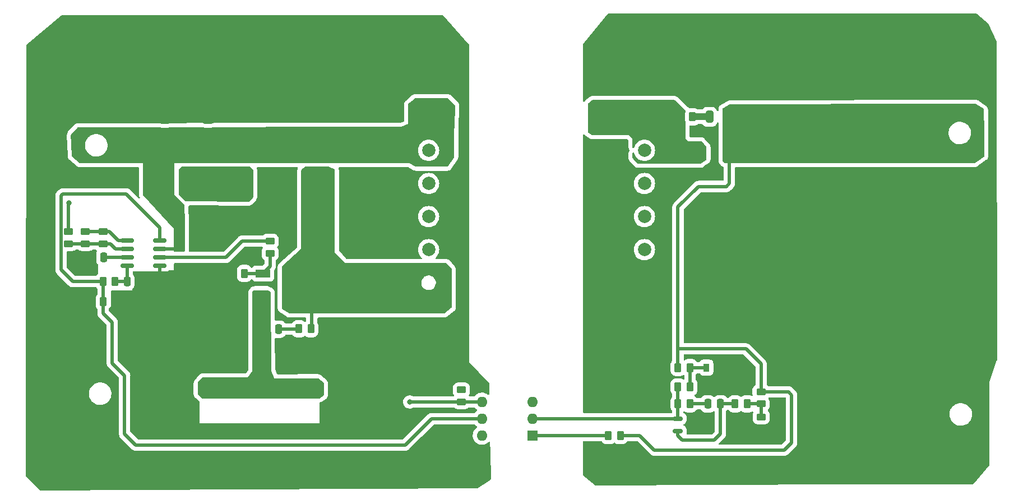
<source format=gbr>
%TF.GenerationSoftware,KiCad,Pcbnew,(6.0.10)*%
%TF.CreationDate,2023-06-11T20:59:39+03:00*%
%TF.ProjectId,flyback,666c7962-6163-46b2-9e6b-696361645f70,rev?*%
%TF.SameCoordinates,Original*%
%TF.FileFunction,Copper,L1,Top*%
%TF.FilePolarity,Positive*%
%FSLAX46Y46*%
G04 Gerber Fmt 4.6, Leading zero omitted, Abs format (unit mm)*
G04 Created by KiCad (PCBNEW (6.0.10)) date 2023-06-11 20:59:39*
%MOMM*%
%LPD*%
G01*
G04 APERTURE LIST*
G04 Aperture macros list*
%AMRoundRect*
0 Rectangle with rounded corners*
0 $1 Rounding radius*
0 $2 $3 $4 $5 $6 $7 $8 $9 X,Y pos of 4 corners*
0 Add a 4 corners polygon primitive as box body*
4,1,4,$2,$3,$4,$5,$6,$7,$8,$9,$2,$3,0*
0 Add four circle primitives for the rounded corners*
1,1,$1+$1,$2,$3*
1,1,$1+$1,$4,$5*
1,1,$1+$1,$6,$7*
1,1,$1+$1,$8,$9*
0 Add four rect primitives between the rounded corners*
20,1,$1+$1,$2,$3,$4,$5,0*
20,1,$1+$1,$4,$5,$6,$7,0*
20,1,$1+$1,$6,$7,$8,$9,0*
20,1,$1+$1,$8,$9,$2,$3,0*%
G04 Aperture macros list end*
%TA.AperFunction,SMDPad,CuDef*%
%ADD10RoundRect,0.250000X-2.450000X0.650000X-2.450000X-0.650000X2.450000X-0.650000X2.450000X0.650000X0*%
%TD*%
%TA.AperFunction,SMDPad,CuDef*%
%ADD11RoundRect,0.250000X-0.325000X-0.650000X0.325000X-0.650000X0.325000X0.650000X-0.325000X0.650000X0*%
%TD*%
%TA.AperFunction,SMDPad,CuDef*%
%ADD12RoundRect,0.250000X-0.250000X-0.475000X0.250000X-0.475000X0.250000X0.475000X-0.250000X0.475000X0*%
%TD*%
%TA.AperFunction,SMDPad,CuDef*%
%ADD13RoundRect,0.250000X-0.650000X0.325000X-0.650000X-0.325000X0.650000X-0.325000X0.650000X0.325000X0*%
%TD*%
%TA.AperFunction,SMDPad,CuDef*%
%ADD14RoundRect,0.250000X-0.450000X0.262500X-0.450000X-0.262500X0.450000X-0.262500X0.450000X0.262500X0*%
%TD*%
%TA.AperFunction,SMDPad,CuDef*%
%ADD15RoundRect,0.250000X0.475000X-0.250000X0.475000X0.250000X-0.475000X0.250000X-0.475000X-0.250000X0*%
%TD*%
%TA.AperFunction,SMDPad,CuDef*%
%ADD16RoundRect,0.250000X0.250000X0.475000X-0.250000X0.475000X-0.250000X-0.475000X0.250000X-0.475000X0*%
%TD*%
%TA.AperFunction,SMDPad,CuDef*%
%ADD17RoundRect,0.250000X-0.475000X0.250000X-0.475000X-0.250000X0.475000X-0.250000X0.475000X0.250000X0*%
%TD*%
%TA.AperFunction,SMDPad,CuDef*%
%ADD18RoundRect,0.250000X0.325000X0.650000X-0.325000X0.650000X-0.325000X-0.650000X0.325000X-0.650000X0*%
%TD*%
%TA.AperFunction,SMDPad,CuDef*%
%ADD19RoundRect,0.250000X0.262500X0.450000X-0.262500X0.450000X-0.262500X-0.450000X0.262500X-0.450000X0*%
%TD*%
%TA.AperFunction,SMDPad,CuDef*%
%ADD20RoundRect,0.150000X-0.825000X-0.150000X0.825000X-0.150000X0.825000X0.150000X-0.825000X0.150000X0*%
%TD*%
%TA.AperFunction,SMDPad,CuDef*%
%ADD21RoundRect,0.250000X2.450000X-0.650000X2.450000X0.650000X-2.450000X0.650000X-2.450000X-0.650000X0*%
%TD*%
%TA.AperFunction,SMDPad,CuDef*%
%ADD22RoundRect,0.250000X-1.425000X0.362500X-1.425000X-0.362500X1.425000X-0.362500X1.425000X0.362500X0*%
%TD*%
%TA.AperFunction,SMDPad,CuDef*%
%ADD23R,0.900000X1.200000*%
%TD*%
%TA.AperFunction,SMDPad,CuDef*%
%ADD24RoundRect,0.250000X0.450000X-0.262500X0.450000X0.262500X-0.450000X0.262500X-0.450000X-0.262500X0*%
%TD*%
%TA.AperFunction,ComponentPad*%
%ADD25R,1.600000X1.600000*%
%TD*%
%TA.AperFunction,ComponentPad*%
%ADD26O,1.600000X1.600000*%
%TD*%
%TA.AperFunction,SMDPad,CuDef*%
%ADD27RoundRect,0.250000X-0.262500X-0.450000X0.262500X-0.450000X0.262500X0.450000X-0.262500X0.450000X0*%
%TD*%
%TA.AperFunction,ComponentPad*%
%ADD28R,2.200000X2.200000*%
%TD*%
%TA.AperFunction,ComponentPad*%
%ADD29O,2.200000X2.200000*%
%TD*%
%TA.AperFunction,SMDPad,CuDef*%
%ADD30RoundRect,0.150000X-0.587500X-0.150000X0.587500X-0.150000X0.587500X0.150000X-0.587500X0.150000X0*%
%TD*%
%TA.AperFunction,SMDPad,CuDef*%
%ADD31R,2.200000X1.200000*%
%TD*%
%TA.AperFunction,SMDPad,CuDef*%
%ADD32R,6.400000X5.800000*%
%TD*%
%TA.AperFunction,ComponentPad*%
%ADD33C,2.000000*%
%TD*%
%TA.AperFunction,ComponentPad*%
%ADD34O,2.000000X2.000000*%
%TD*%
%TA.AperFunction,ComponentPad*%
%ADD35R,2.000000X2.000000*%
%TD*%
%TA.AperFunction,ViaPad*%
%ADD36C,0.800000*%
%TD*%
%TA.AperFunction,Conductor*%
%ADD37C,0.250000*%
%TD*%
%TA.AperFunction,Conductor*%
%ADD38C,0.500000*%
%TD*%
%TA.AperFunction,Conductor*%
%ADD39C,1.000000*%
%TD*%
G04 APERTURE END LIST*
D10*
%TO.P,C13,1*%
%TO.N,GND2*%
X220853000Y-65395000D03*
%TO.P,C13,2*%
%TO.N,/Vout*%
X220853000Y-70495000D03*
%TD*%
D11*
%TO.P,C12,1*%
%TO.N,Net-(C12-Pad1)*%
X198042000Y-71120000D03*
%TO.P,C12,2*%
%TO.N,/Vout*%
X200992000Y-71120000D03*
%TD*%
D12*
%TO.P,C3,1*%
%TO.N,Net-(C3-Pad1)*%
X110097250Y-95993000D03*
%TO.P,C3,2*%
%TO.N,GND1*%
X111997250Y-95993000D03*
%TD*%
D13*
%TO.P,C8,1*%
%TO.N,GND1*%
X118795800Y-70584800D03*
%TO.P,C8,2*%
%TO.N,/Vin*%
X118795800Y-73534800D03*
%TD*%
D14*
%TO.P,R6,1*%
%TO.N,Net-(R6-Pad1)*%
X131699000Y-89891500D03*
%TO.P,R6,2*%
%TO.N,Net-(Q1-Pad1)*%
X131699000Y-91716500D03*
%TD*%
%TO.P,R4,1*%
%TO.N,/Vin*%
X121691400Y-77421100D03*
%TO.P,R4,2*%
%TO.N,Net-(C10-Pad2)*%
X121691400Y-79246100D03*
%TD*%
D15*
%TO.P,C2,1*%
%TO.N,Net-(C2-Pad1)*%
X106459000Y-90339000D03*
%TO.P,C2,2*%
%TO.N,Net-(C2-Pad2)*%
X106459000Y-88439000D03*
%TD*%
D14*
%TO.P,R5,1*%
%TO.N,/Vin*%
X124129800Y-77421100D03*
%TO.P,R5,2*%
%TO.N,Net-(C10-Pad2)*%
X124129800Y-79246100D03*
%TD*%
D16*
%TO.P,C5,1*%
%TO.N,GND1*%
X120101400Y-89916000D03*
%TO.P,C5,2*%
%TO.N,/Vin*%
X118201400Y-89916000D03*
%TD*%
D17*
%TO.P,C4,1*%
%TO.N,GND1*%
X115773200Y-71643200D03*
%TO.P,C4,2*%
%TO.N,/Vin*%
X115773200Y-73543200D03*
%TD*%
D18*
%TO.P,C7,1*%
%TO.N,GND1*%
X120499400Y-86385400D03*
%TO.P,C7,2*%
%TO.N,/Vin*%
X117549400Y-86385400D03*
%TD*%
D17*
%TO.P,C19,1*%
%TO.N,GND2*%
X212877400Y-68036400D03*
%TO.P,C19,2*%
%TO.N,/Vout*%
X212877400Y-69936400D03*
%TD*%
%TO.P,C10,1*%
%TO.N,/Vin*%
X119608600Y-77358200D03*
%TO.P,C10,2*%
%TO.N,Net-(C10-Pad2)*%
X119608600Y-79258200D03*
%TD*%
D19*
%TO.P,R16,1*%
%TO.N,Net-(D3-Pad1)*%
X195120900Y-111912400D03*
%TO.P,R16,2*%
%TO.N,Net-(R14-Pad1)*%
X193295900Y-111912400D03*
%TD*%
D20*
%TO.P,U1,1,COMP*%
%TO.N,Net-(C2-Pad2)*%
X110072400Y-89789000D03*
%TO.P,U1,2,FB*%
%TO.N,Net-(C2-Pad1)*%
X110072400Y-91059000D03*
%TO.P,U1,3,CS*%
%TO.N,Net-(C9-Pad2)*%
X110072400Y-92329000D03*
%TO.P,U1,4,RC*%
%TO.N,Net-(C3-Pad1)*%
X110072400Y-93599000D03*
%TO.P,U1,5,GND*%
%TO.N,GND1*%
X115022400Y-93599000D03*
%TO.P,U1,6,OUT*%
%TO.N,Net-(R6-Pad1)*%
X115022400Y-92329000D03*
%TO.P,U1,7,VCC*%
%TO.N,/Vin*%
X115022400Y-91059000D03*
%TO.P,U1,8,VREF*%
%TO.N,/Vref*%
X115022400Y-89789000D03*
%TD*%
D19*
%TO.P,R10,1*%
%TO.N,Net-(D1-Pad2)*%
X137859100Y-103124000D03*
%TO.P,R10,2*%
%TO.N,Net-(C11-Pad2)*%
X136034100Y-103124000D03*
%TD*%
D14*
%TO.P,R1,1*%
%TO.N,/Vfb*%
X101252000Y-88476500D03*
%TO.P,R1,2*%
%TO.N,Net-(C2-Pad1)*%
X101252000Y-90301500D03*
%TD*%
%TO.P,R19,1*%
%TO.N,Net-(R17-Pad2)*%
X205867000Y-116435500D03*
%TO.P,R19,2*%
%TO.N,GND2*%
X205867000Y-118260500D03*
%TD*%
D21*
%TO.P,C15,1*%
%TO.N,GND2*%
X211963000Y-80782000D03*
%TO.P,C15,2*%
%TO.N,/Vout*%
X211963000Y-75682000D03*
%TD*%
D19*
%TO.P,R13,1*%
%TO.N,/Vout*%
X184603400Y-119253000D03*
%TO.P,R13,2*%
%TO.N,Net-(R13-Pad2)*%
X182778400Y-119253000D03*
%TD*%
D22*
%TO.P,R9,1*%
%TO.N,Net-(C11-Pad1)*%
X136880600Y-112328100D03*
%TO.P,R9,2*%
%TO.N,GND1*%
X136880600Y-118253100D03*
%TD*%
D23*
%TO.P,D3,1,K*%
%TO.N,Net-(D3-Pad1)*%
X197587600Y-108991400D03*
%TO.P,D3,2,A*%
%TO.N,GND2*%
X200887600Y-108991400D03*
%TD*%
D24*
%TO.P,R11,1*%
%TO.N,/Vfb*%
X160578800Y-114171100D03*
%TO.P,R11,2*%
%TO.N,GNDA*%
X160578800Y-112346100D03*
%TD*%
D25*
%TO.P,U2,1*%
%TO.N,Net-(R13-Pad2)*%
X171313000Y-119238000D03*
D26*
%TO.P,U2,2*%
%TO.N,Net-(R14-Pad1)*%
X171313000Y-116698000D03*
%TO.P,U2,3,NC*%
%TO.N,unconnected-(U2-Pad3)*%
X171313000Y-114158000D03*
%TO.P,U2,4*%
%TO.N,/Vfb*%
X163693000Y-114158000D03*
%TO.P,U2,5*%
%TO.N,/Vref*%
X163693000Y-116698000D03*
%TO.P,U2,6*%
%TO.N,unconnected-(U2-Pad6)*%
X163693000Y-119238000D03*
%TD*%
D27*
%TO.P,R20,1*%
%TO.N,GND1*%
X125985900Y-94767400D03*
%TO.P,R20,2*%
%TO.N,Net-(Q1-Pad1)*%
X127810900Y-94767400D03*
%TD*%
D28*
%TO.P,D1,1,K*%
%TO.N,Net-(C10-Pad2)*%
X127733000Y-80626000D03*
D29*
%TO.P,D1,2,A*%
%TO.N,Net-(D1-Pad2)*%
X137893000Y-80626000D03*
%TD*%
D13*
%TO.P,C20,1*%
%TO.N,GND2*%
X207645000Y-67486000D03*
%TO.P,C20,2*%
%TO.N,/Vout*%
X207645000Y-70436000D03*
%TD*%
D27*
%TO.P,R15,1*%
%TO.N,/Vout*%
X193295900Y-108991400D03*
%TO.P,R15,2*%
%TO.N,Net-(D3-Pad1)*%
X195120900Y-108991400D03*
%TD*%
D30*
%TO.P,U3,1,K*%
%TO.N,Net-(R14-Pad1)*%
X193269000Y-116702800D03*
%TO.P,U3,2,REF*%
%TO.N,Net-(C14-Pad2)*%
X193269000Y-118602800D03*
%TO.P,U3,3,A*%
%TO.N,GND2*%
X195144000Y-117652800D03*
%TD*%
D12*
%TO.P,C14,1*%
%TO.N,Net-(C14-Pad1)*%
X197805000Y-114477800D03*
%TO.P,C14,2*%
%TO.N,Net-(C14-Pad2)*%
X199705000Y-114477800D03*
%TD*%
D27*
%TO.P,R12,1*%
%TO.N,Net-(D2-Pad2)*%
X193651500Y-71120000D03*
%TO.P,R12,2*%
%TO.N,Net-(C12-Pad1)*%
X195476500Y-71120000D03*
%TD*%
D22*
%TO.P,R8,1*%
%TO.N,Net-(C11-Pad1)*%
X123672600Y-112455100D03*
%TO.P,R8,2*%
%TO.N,GND1*%
X123672600Y-118380100D03*
%TD*%
D31*
%TO.P,Q1,1,G*%
%TO.N,Net-(Q1-Pad1)*%
X130623200Y-94773400D03*
D32*
%TO.P,Q1,2,D*%
%TO.N,Net-(D1-Pad2)*%
X136923200Y-97053400D03*
D31*
%TO.P,Q1,3,S*%
%TO.N,Net-(C11-Pad1)*%
X130623200Y-99333400D03*
%TD*%
D17*
%TO.P,C6,1*%
%TO.N,GND1*%
X122326400Y-71643200D03*
%TO.P,C6,2*%
%TO.N,/Vin*%
X122326400Y-73543200D03*
%TD*%
D27*
%TO.P,R17,1*%
%TO.N,Net-(C14-Pad2)*%
X201906500Y-114477800D03*
%TO.P,R17,2*%
%TO.N,Net-(R17-Pad2)*%
X203731500Y-114477800D03*
%TD*%
D14*
%TO.P,R18,1*%
%TO.N,/Vout*%
X205841600Y-112650900D03*
%TO.P,R18,2*%
%TO.N,Net-(R17-Pad2)*%
X205841600Y-114475900D03*
%TD*%
D21*
%TO.P,C17,1*%
%TO.N,GND2*%
X229870000Y-80782000D03*
%TO.P,C17,2*%
%TO.N,/Vout*%
X229870000Y-75682000D03*
%TD*%
D12*
%TO.P,C11,1*%
%TO.N,Net-(C11-Pad1)*%
X131079200Y-103200200D03*
%TO.P,C11,2*%
%TO.N,Net-(C11-Pad2)*%
X132979200Y-103200200D03*
%TD*%
D27*
%TO.P,R3,1*%
%TO.N,/Vref*%
X106451750Y-95993000D03*
%TO.P,R3,2*%
%TO.N,Net-(C3-Pad1)*%
X108276750Y-95993000D03*
%TD*%
D12*
%TO.P,C9,1*%
%TO.N,GND1*%
X104620000Y-92310000D03*
%TO.P,C9,2*%
%TO.N,Net-(C9-Pad2)*%
X106520000Y-92310000D03*
%TD*%
D33*
%TO.P,T1,2*%
%TO.N,N/C*%
X155629800Y-91186000D03*
%TO.P,T1,3*%
X155629800Y-86186000D03*
%TO.P,T1,4*%
X155629800Y-81186000D03*
%TO.P,T1,5*%
X155629800Y-76186000D03*
%TO.P,T1,6,AA*%
%TO.N,/Vin*%
X155629800Y-71186000D03*
%TO.P,T1,7,SB*%
%TO.N,Net-(D2-Pad2)*%
X188229800Y-71186000D03*
%TO.P,T1,8*%
%TO.N,N/C*%
X188229800Y-76186000D03*
%TO.P,T1,9*%
X188229800Y-81186000D03*
%TO.P,T1,10*%
X188229800Y-86186000D03*
%TO.P,T1,11*%
X188229800Y-91186000D03*
D34*
%TO.P,T1,12,SA*%
%TO.N,GND2*%
X188229800Y-96186000D03*
%TD*%
D10*
%TO.P,C16,1*%
%TO.N,GND2*%
X229870000Y-65268000D03*
%TO.P,C16,2*%
%TO.N,/Vout*%
X229870000Y-70368000D03*
%TD*%
D24*
%TO.P,R2,1*%
%TO.N,Net-(C2-Pad1)*%
X103792000Y-90301500D03*
%TO.P,R2,2*%
%TO.N,Net-(C2-Pad2)*%
X103792000Y-88476500D03*
%TD*%
D22*
%TO.P,R7,1*%
%TO.N,Net-(C11-Pad1)*%
X130759200Y-112353500D03*
%TO.P,R7,2*%
%TO.N,GND1*%
X130759200Y-118278500D03*
%TD*%
D27*
%TO.P,R14,1*%
%TO.N,Net-(R14-Pad1)*%
X193270500Y-114477800D03*
%TO.P,R14,2*%
%TO.N,Net-(C14-Pad1)*%
X195095500Y-114477800D03*
%TD*%
D21*
%TO.P,C18,1*%
%TO.N,GND2*%
X220853000Y-80782000D03*
%TO.P,C18,2*%
%TO.N,/Vout*%
X220853000Y-75682000D03*
%TD*%
D12*
%TO.P,C1,1*%
%TO.N,/Vref*%
X106459000Y-99041000D03*
%TO.P,C1,2*%
%TO.N,GND1*%
X108359000Y-99041000D03*
%TD*%
D35*
%TO.P,D2,1,K*%
%TO.N,/Vout*%
X201041000Y-76510000D03*
D34*
%TO.P,D2,2,A*%
%TO.N,Net-(D2-Pad2)*%
X195961000Y-76510000D03*
%TD*%
D36*
%TO.N,GND2*%
X202793600Y-118338600D03*
X197231000Y-117602000D03*
X200990200Y-111379000D03*
%TO.N,/Vfb*%
X101269800Y-84150200D03*
X152781000Y-114173000D03*
%TO.N,GND1*%
X118795800Y-67995800D03*
X103555800Y-94335600D03*
%TD*%
D37*
%TO.N,GND2*%
X202871700Y-118260500D02*
X202793600Y-118338600D01*
X205867000Y-118260500D02*
X202871700Y-118260500D01*
X197180200Y-117652800D02*
X197231000Y-117602000D01*
X195144000Y-117652800D02*
X197180200Y-117652800D01*
X200887600Y-111276400D02*
X200990200Y-111379000D01*
X200887600Y-108991400D02*
X200887600Y-111276400D01*
D38*
%TO.N,Net-(C9-Pad2)*%
X110072400Y-92329000D02*
X106539000Y-92329000D01*
%TO.N,/Vin*%
X117998200Y-90119200D02*
X118201400Y-89916000D01*
X117998200Y-90703400D02*
X117998200Y-90119200D01*
%TO.N,Net-(Q1-Pad1)*%
X127613700Y-94773400D02*
X127582300Y-94742000D01*
X130623200Y-94773400D02*
X127613700Y-94773400D01*
X131699000Y-93697600D02*
X130623200Y-94773400D01*
X131699000Y-91716500D02*
X131699000Y-93697600D01*
%TO.N,Net-(C11-Pad2)*%
X135983300Y-103174800D02*
X133004600Y-103174800D01*
X136034100Y-103124000D02*
X135983300Y-103174800D01*
X133004600Y-103174800D02*
X132979200Y-103200200D01*
%TO.N,/Vref*%
X109728000Y-110185200D02*
X109728000Y-119049800D01*
X106451400Y-99048600D02*
X106459000Y-99041000D01*
X106451400Y-100787200D02*
X106451400Y-99048600D01*
X111379000Y-120700800D02*
X152069800Y-120700800D01*
X107859600Y-108316800D02*
X109728000Y-110185200D01*
X107859600Y-102195400D02*
X106451400Y-100787200D01*
X107859600Y-102195400D02*
X107859600Y-108316800D01*
X109728000Y-119049800D02*
X111379000Y-120700800D01*
X152069800Y-120700800D02*
X156072600Y-116698000D01*
X156072600Y-116698000D02*
X163693000Y-116698000D01*
X100102000Y-83032000D02*
X100102000Y-94209200D01*
X106451750Y-95993000D02*
X106451750Y-99033750D01*
D37*
X106451750Y-99033750D02*
X106459000Y-99041000D01*
D38*
X115022400Y-87819000D02*
X109956600Y-82753200D01*
X101885800Y-95993000D02*
X106451750Y-95993000D01*
X100102000Y-94209200D02*
X101885800Y-95993000D01*
X115022400Y-89789000D02*
X115022400Y-87819000D01*
X109956600Y-82753200D02*
X100380800Y-82753200D01*
X100380800Y-82753200D02*
X100102000Y-83032000D01*
%TO.N,Net-(C2-Pad2)*%
X107424900Y-88476500D02*
X103792000Y-88476500D01*
X108737400Y-89789000D02*
X107424900Y-88476500D01*
X110072400Y-89789000D02*
X108737400Y-89789000D01*
%TO.N,Net-(C3-Pad1)*%
X110072400Y-95968150D02*
X110097250Y-95993000D01*
X110072400Y-93599000D02*
X110072400Y-95968150D01*
X108276750Y-95993000D02*
X110097250Y-95993000D01*
%TO.N,Net-(C9-Pad2)*%
X106539000Y-92329000D02*
X106520000Y-92310000D01*
D39*
%TO.N,Net-(C12-Pad1)*%
X198042000Y-71120000D02*
X195476500Y-71120000D01*
D38*
%TO.N,/Vout*%
X193295900Y-108991400D02*
X193295900Y-106576500D01*
X193295900Y-106576500D02*
X193295900Y-84732500D01*
X193295900Y-84732500D02*
X196392800Y-81635600D01*
X193295900Y-106576500D02*
X193295900Y-106170100D01*
X205841600Y-108458000D02*
X205841600Y-112650900D01*
X210464400Y-120345200D02*
X210464400Y-113131600D01*
X193295900Y-106170100D02*
X203553700Y-106170100D01*
X203553700Y-106170100D02*
X205841600Y-108458000D01*
X189738000Y-121462800D02*
X209346800Y-121462800D01*
X209346800Y-121462800D02*
X210464400Y-120345200D01*
X196392800Y-81635600D02*
X200609200Y-81635600D01*
X209983700Y-112650900D02*
X205841600Y-112650900D01*
X210464400Y-113131600D02*
X209983700Y-112650900D01*
X201041000Y-81203800D02*
X201041000Y-76510000D01*
X200609200Y-81635600D02*
X201041000Y-81203800D01*
X184603400Y-119253000D02*
X187528200Y-119253000D01*
X187528200Y-119253000D02*
X189738000Y-121462800D01*
%TO.N,Net-(C14-Pad1)*%
X195095500Y-114477800D02*
X197805000Y-114477800D01*
%TO.N,Net-(C14-Pad2)*%
X199705000Y-118988800D02*
X198780400Y-119913400D01*
X193929000Y-119913400D02*
X193269000Y-119253400D01*
X193269000Y-119253400D02*
X193269000Y-118602800D01*
X199705000Y-114477800D02*
X199705000Y-118988800D01*
X199705000Y-114477800D02*
X201906500Y-114477800D01*
X198780400Y-119913400D02*
X193929000Y-119913400D01*
%TO.N,Net-(D1-Pad2)*%
X137859100Y-103124000D02*
X137990000Y-102993100D01*
X137990000Y-102993100D02*
X137990000Y-96266000D01*
%TO.N,Net-(D3-Pad1)*%
X195120900Y-108991400D02*
X197587600Y-108991400D01*
X195120900Y-108991400D02*
X195120900Y-111912400D01*
%TO.N,/Vfb*%
X160578800Y-114171100D02*
X152732100Y-114171100D01*
X152779100Y-114171100D02*
X152781000Y-114173000D01*
X160591900Y-114158000D02*
X160578800Y-114171100D01*
X101252000Y-84168000D02*
X101269800Y-84150200D01*
X163693000Y-114158000D02*
X160591900Y-114158000D01*
X101252000Y-88476500D02*
X101252000Y-84168000D01*
X101243700Y-88468200D02*
X101252000Y-88476500D01*
X152732100Y-114171100D02*
X152779100Y-114171100D01*
%TO.N,Net-(R6-Pad1)*%
X124993400Y-92354400D02*
X127456300Y-89891500D01*
X115022400Y-92329000D02*
X115047800Y-92354400D01*
X127456300Y-89891500D02*
X131699000Y-89891500D01*
X115047800Y-92354400D02*
X124993400Y-92354400D01*
%TO.N,Net-(R13-Pad2)*%
X171313000Y-119238000D02*
X182763400Y-119238000D01*
X182763400Y-119238000D02*
X182778400Y-119253000D01*
%TO.N,Net-(R14-Pad1)*%
X191810600Y-116702800D02*
X193269000Y-116702800D01*
X171313000Y-116698000D02*
X191856600Y-116698000D01*
X193269000Y-114479300D02*
X193270500Y-114477800D01*
X193269000Y-116702800D02*
X193269000Y-114479300D01*
X193270500Y-111937800D02*
X193295900Y-111912400D01*
X193270500Y-114477800D02*
X193270500Y-111937800D01*
%TO.N,Net-(R17-Pad2)*%
X205867000Y-116435500D02*
X205867000Y-114501300D01*
X203731500Y-114477800D02*
X205839700Y-114477800D01*
X205839700Y-114477800D02*
X205841600Y-114475900D01*
X205867000Y-114501300D02*
X205841600Y-114475900D01*
%TO.N,Net-(C2-Pad1)*%
X107585600Y-90339000D02*
X108305600Y-91059000D01*
X106421500Y-90301500D02*
X106459000Y-90339000D01*
X106459000Y-90339000D02*
X107585600Y-90339000D01*
X101252000Y-90301500D02*
X106421500Y-90301500D01*
X108305600Y-91059000D02*
X110072400Y-91059000D01*
%TO.N,GND1*%
X104620000Y-92310000D02*
X104620000Y-93271400D01*
X114674600Y-95993000D02*
X115022400Y-95645200D01*
X104620000Y-93271400D02*
X103555800Y-94335600D01*
X115022400Y-95645200D02*
X115022400Y-93599000D01*
X111997250Y-95993000D02*
X114674600Y-95993000D01*
D37*
X118795800Y-70584800D02*
X118795800Y-67995800D01*
D38*
%TO.N,/Vin*%
X115022400Y-91059000D02*
X117642600Y-91059000D01*
X118006600Y-90695000D02*
X117998200Y-90703400D01*
X115022400Y-91059000D02*
X115047800Y-91033600D01*
X117642600Y-91059000D02*
X117998200Y-90703400D01*
%TD*%
%TA.AperFunction,Conductor*%
%TO.N,GND1*%
G36*
X157847166Y-55823802D02*
G01*
X157873188Y-55846056D01*
X161690073Y-60136933D01*
X161720404Y-60201125D01*
X161721930Y-60220334D01*
X161747200Y-69494400D01*
X161747200Y-108178600D01*
X161754837Y-108186494D01*
X164735239Y-111267078D01*
X164768229Y-111329944D01*
X164770664Y-111352498D01*
X164799048Y-112984585D01*
X164780233Y-113053043D01*
X164727394Y-113100462D01*
X164657307Y-113111786D01*
X164594975Y-113085658D01*
X164574549Y-113069526D01*
X164470681Y-112987496D01*
X164466165Y-112985003D01*
X164466162Y-112985001D01*
X164273589Y-112878695D01*
X164273585Y-112878693D01*
X164269065Y-112876198D01*
X164264196Y-112874474D01*
X164264192Y-112874472D01*
X164056853Y-112801049D01*
X164056849Y-112801048D01*
X164051978Y-112799323D01*
X164046885Y-112798416D01*
X164046882Y-112798415D01*
X163950707Y-112781284D01*
X163825250Y-112758937D01*
X163738802Y-112757881D01*
X163600141Y-112756186D01*
X163600139Y-112756186D01*
X163594971Y-112756123D01*
X163367325Y-112790958D01*
X163148424Y-112862506D01*
X162944149Y-112968845D01*
X162759984Y-113107119D01*
X162756410Y-113110859D01*
X162605717Y-113268551D01*
X162544193Y-113303981D01*
X162514623Y-113307500D01*
X161821176Y-113307500D01*
X161753055Y-113287498D01*
X161706562Y-113233842D01*
X161696458Y-113163568D01*
X161722979Y-113102550D01*
X161749531Y-113069526D01*
X161800696Y-112966455D01*
X161828662Y-112910119D01*
X161828664Y-112910115D01*
X161831695Y-112904008D01*
X161857796Y-112799323D01*
X161875055Y-112730103D01*
X161875056Y-112730099D01*
X161876400Y-112724707D01*
X161879300Y-112682166D01*
X161879300Y-112010034D01*
X161876400Y-111967493D01*
X161831695Y-111788192D01*
X161828664Y-111782085D01*
X161828662Y-111782081D01*
X161782083Y-111688249D01*
X161749531Y-111622674D01*
X161633740Y-111478660D01*
X161489726Y-111362869D01*
X161406967Y-111321787D01*
X161330319Y-111283738D01*
X161330315Y-111283736D01*
X161324208Y-111280705D01*
X161295197Y-111273472D01*
X161150303Y-111237345D01*
X161150299Y-111237344D01*
X161144907Y-111236000D01*
X161128094Y-111234854D01*
X161104514Y-111233246D01*
X161104501Y-111233246D01*
X161102366Y-111233100D01*
X160055234Y-111233100D01*
X160053099Y-111233246D01*
X160053086Y-111233246D01*
X160029506Y-111234854D01*
X160012693Y-111236000D01*
X160007301Y-111237344D01*
X160007297Y-111237345D01*
X159862403Y-111273472D01*
X159833392Y-111280705D01*
X159827285Y-111283736D01*
X159827281Y-111283738D01*
X159750633Y-111321787D01*
X159667874Y-111362869D01*
X159523860Y-111478660D01*
X159408069Y-111622674D01*
X159375517Y-111688249D01*
X159328938Y-111782081D01*
X159328936Y-111782085D01*
X159325905Y-111788192D01*
X159281200Y-111967493D01*
X159278300Y-112010034D01*
X159278300Y-112682166D01*
X159281200Y-112724707D01*
X159282544Y-112730099D01*
X159282545Y-112730103D01*
X159299804Y-112799323D01*
X159325905Y-112904008D01*
X159328936Y-112910115D01*
X159328938Y-112910119D01*
X159356904Y-112966455D01*
X159408069Y-113069526D01*
X159445154Y-113115650D01*
X159472249Y-113181270D01*
X159459566Y-113251125D01*
X159411130Y-113303033D01*
X159346956Y-113320600D01*
X153340045Y-113320600D01*
X153280116Y-113305436D01*
X153176004Y-113249143D01*
X153170585Y-113246213D01*
X153065035Y-113213540D01*
X152989039Y-113190015D01*
X152989036Y-113190014D01*
X152983152Y-113188193D01*
X152977027Y-113187549D01*
X152977026Y-113187549D01*
X152794147Y-113168327D01*
X152794146Y-113168327D01*
X152788019Y-113167683D01*
X152665383Y-113178844D01*
X152598759Y-113184907D01*
X152598758Y-113184907D01*
X152592618Y-113185466D01*
X152586704Y-113187207D01*
X152586702Y-113187207D01*
X152497231Y-113213540D01*
X152404393Y-113240864D01*
X152398928Y-113243721D01*
X152235972Y-113328912D01*
X152235968Y-113328915D01*
X152230512Y-113331767D01*
X152077600Y-113454711D01*
X151951480Y-113605016D01*
X151948516Y-113610408D01*
X151948513Y-113610412D01*
X151915519Y-113670428D01*
X151856956Y-113776954D01*
X151797628Y-113963978D01*
X151775757Y-114158963D01*
X151792175Y-114354483D01*
X151846258Y-114543091D01*
X151863436Y-114576515D01*
X151933123Y-114712113D01*
X151933126Y-114712117D01*
X151935944Y-114717601D01*
X152057818Y-114871369D01*
X152207238Y-114998535D01*
X152212616Y-115001541D01*
X152212618Y-115001542D01*
X152248508Y-115021600D01*
X152378513Y-115094257D01*
X152565118Y-115154889D01*
X152759946Y-115178121D01*
X152766081Y-115177649D01*
X152766083Y-115177649D01*
X152949434Y-115163541D01*
X152949438Y-115163540D01*
X152955576Y-115163068D01*
X153144556Y-115110303D01*
X153293366Y-115035134D01*
X153350176Y-115021600D01*
X159458420Y-115021600D01*
X159526541Y-115041602D01*
X159537372Y-115049404D01*
X159667874Y-115154331D01*
X159714848Y-115177649D01*
X159827281Y-115233462D01*
X159827285Y-115233464D01*
X159833392Y-115236495D01*
X159840014Y-115238146D01*
X160007297Y-115279855D01*
X160007301Y-115279856D01*
X160012693Y-115281200D01*
X160029506Y-115282346D01*
X160053086Y-115283954D01*
X160053099Y-115283954D01*
X160055234Y-115284100D01*
X161102366Y-115284100D01*
X161104501Y-115283954D01*
X161104514Y-115283954D01*
X161128094Y-115282346D01*
X161144907Y-115281200D01*
X161150299Y-115279856D01*
X161150303Y-115279855D01*
X161317586Y-115238146D01*
X161324208Y-115236495D01*
X161330315Y-115233464D01*
X161330319Y-115233462D01*
X161442752Y-115177649D01*
X161489726Y-115154331D01*
X161633740Y-115038540D01*
X161635163Y-115040310D01*
X161688145Y-115011379D01*
X161714928Y-115008500D01*
X162519201Y-115008500D01*
X162587322Y-115028502D01*
X162614439Y-115052003D01*
X162709763Y-115162048D01*
X162886953Y-115309154D01*
X162891417Y-115311762D01*
X162891419Y-115311764D01*
X162904940Y-115319665D01*
X162953663Y-115371305D01*
X162966733Y-115441088D01*
X162940000Y-115506859D01*
X162917021Y-115529212D01*
X162764125Y-115644009D01*
X162764119Y-115644015D01*
X162759984Y-115647119D01*
X162756410Y-115650859D01*
X162605717Y-115808551D01*
X162544193Y-115843981D01*
X162514623Y-115847500D01*
X156113662Y-115847500D01*
X156103121Y-115847058D01*
X156051698Y-115842740D01*
X156044938Y-115843642D01*
X156044934Y-115843642D01*
X155971941Y-115853381D01*
X155968887Y-115853751D01*
X155895672Y-115861705D01*
X155895669Y-115861706D01*
X155888891Y-115862442D01*
X155882431Y-115864616D01*
X155879383Y-115865286D01*
X155878922Y-115865367D01*
X155878771Y-115865403D01*
X155878312Y-115865536D01*
X155875293Y-115866278D01*
X155868531Y-115867180D01*
X155862121Y-115869513D01*
X155862117Y-115869514D01*
X155792929Y-115894697D01*
X155790023Y-115895715D01*
X155720223Y-115919205D01*
X155720221Y-115919206D01*
X155713752Y-115921383D01*
X155707898Y-115924900D01*
X155705086Y-115926200D01*
X155704643Y-115926382D01*
X155704484Y-115926458D01*
X155704066Y-115926686D01*
X155701297Y-115928049D01*
X155694885Y-115930382D01*
X155689127Y-115934036D01*
X155689121Y-115934039D01*
X155626956Y-115973490D01*
X155624337Y-115975108D01*
X155561207Y-116013041D01*
X155561205Y-116013042D01*
X155555356Y-116016557D01*
X155550397Y-116021246D01*
X155547918Y-116023128D01*
X155547141Y-116023668D01*
X155543231Y-116026625D01*
X155538862Y-116029398D01*
X155534628Y-116033183D01*
X155481122Y-116086689D01*
X155478600Y-116089142D01*
X155421093Y-116143524D01*
X155417259Y-116149166D01*
X155412833Y-116154366D01*
X155412429Y-116154022D01*
X155405893Y-116161918D01*
X151754417Y-119813395D01*
X151692105Y-119847421D01*
X151665322Y-119850300D01*
X111783479Y-119850300D01*
X111715358Y-119830298D01*
X111694384Y-119813395D01*
X110615405Y-118734417D01*
X110581380Y-118672105D01*
X110578500Y-118645322D01*
X110578500Y-110226262D01*
X110578942Y-110215718D01*
X110582689Y-110171095D01*
X110583260Y-110164298D01*
X110581270Y-110149380D01*
X110572619Y-110084541D01*
X110572249Y-110081487D01*
X110564295Y-110008272D01*
X110564294Y-110008269D01*
X110563558Y-110001491D01*
X110561384Y-109995031D01*
X110560714Y-109991983D01*
X110560633Y-109991522D01*
X110560597Y-109991371D01*
X110560464Y-109990912D01*
X110559722Y-109987893D01*
X110558820Y-109981131D01*
X110556487Y-109974721D01*
X110556486Y-109974717D01*
X110531303Y-109905529D01*
X110530285Y-109902623D01*
X110506795Y-109832823D01*
X110506794Y-109832821D01*
X110504617Y-109826352D01*
X110501100Y-109820498D01*
X110499800Y-109817686D01*
X110499618Y-109817243D01*
X110499542Y-109817084D01*
X110499314Y-109816666D01*
X110497951Y-109813897D01*
X110495618Y-109807485D01*
X110491964Y-109801727D01*
X110491961Y-109801721D01*
X110452510Y-109739556D01*
X110450892Y-109736937D01*
X110412959Y-109673807D01*
X110412958Y-109673805D01*
X110409443Y-109667956D01*
X110404754Y-109662997D01*
X110402872Y-109660518D01*
X110402332Y-109659741D01*
X110399375Y-109655831D01*
X110396602Y-109651462D01*
X110392817Y-109647228D01*
X110339311Y-109593722D01*
X110336858Y-109591200D01*
X110287165Y-109538651D01*
X110287163Y-109538649D01*
X110282476Y-109533693D01*
X110276834Y-109529859D01*
X110271634Y-109525433D01*
X110271978Y-109525029D01*
X110264082Y-109518493D01*
X108747005Y-108001417D01*
X108712980Y-107939105D01*
X108710100Y-107912322D01*
X108710100Y-102236462D01*
X108710542Y-102225918D01*
X108714289Y-102181295D01*
X108714860Y-102174498D01*
X108708333Y-102125577D01*
X108704219Y-102094741D01*
X108703849Y-102091687D01*
X108695895Y-102018472D01*
X108695894Y-102018469D01*
X108695158Y-102011691D01*
X108692984Y-102005231D01*
X108692314Y-102002183D01*
X108692233Y-102001722D01*
X108692197Y-102001571D01*
X108692064Y-102001112D01*
X108691322Y-101998093D01*
X108690420Y-101991331D01*
X108688087Y-101984921D01*
X108688086Y-101984917D01*
X108662903Y-101915729D01*
X108661885Y-101912823D01*
X108638395Y-101843023D01*
X108638394Y-101843021D01*
X108636217Y-101836552D01*
X108632700Y-101830698D01*
X108631400Y-101827886D01*
X108631218Y-101827443D01*
X108631142Y-101827284D01*
X108630914Y-101826866D01*
X108629551Y-101824097D01*
X108627218Y-101817685D01*
X108623564Y-101811927D01*
X108623561Y-101811921D01*
X108584110Y-101749756D01*
X108582492Y-101747137D01*
X108544559Y-101684007D01*
X108544558Y-101684005D01*
X108541043Y-101678156D01*
X108536354Y-101673197D01*
X108534472Y-101670718D01*
X108533935Y-101669946D01*
X108530978Y-101666036D01*
X108528202Y-101661662D01*
X108524417Y-101657429D01*
X108470928Y-101603940D01*
X108468475Y-101601418D01*
X108418765Y-101548851D01*
X108418763Y-101548849D01*
X108414076Y-101543893D01*
X108408435Y-101540059D01*
X108403234Y-101535633D01*
X108403578Y-101535228D01*
X108395679Y-101528691D01*
X107338805Y-100471817D01*
X107304779Y-100409505D01*
X107301900Y-100382722D01*
X107301900Y-100180286D01*
X107321902Y-100112165D01*
X107329704Y-100101334D01*
X107425454Y-99982246D01*
X107425456Y-99982243D01*
X107429731Y-99976926D01*
X107496526Y-99842369D01*
X107544730Y-99790247D01*
X107607774Y-99772404D01*
X107695589Y-99771282D01*
X107694876Y-98444497D01*
X107694350Y-97464546D01*
X107714315Y-97396414D01*
X107767946Y-97349892D01*
X107820138Y-97338478D01*
X110895785Y-97333328D01*
X110897118Y-97176520D01*
X110917698Y-97108573D01*
X110944163Y-97079394D01*
X110946871Y-97077217D01*
X110946873Y-97077215D01*
X110952190Y-97072940D01*
X111067981Y-96928926D01*
X111111681Y-96840893D01*
X111147112Y-96769519D01*
X111147114Y-96769515D01*
X111150145Y-96763408D01*
X111194850Y-96584107D01*
X111197750Y-96541566D01*
X111197750Y-95444434D01*
X111194850Y-95401893D01*
X111177800Y-95333507D01*
X111151796Y-95229214D01*
X111150145Y-95222592D01*
X111147114Y-95216485D01*
X111147112Y-95216481D01*
X111077749Y-95076752D01*
X111067981Y-95057074D01*
X110952190Y-94913060D01*
X110954197Y-94911447D01*
X110925779Y-94859405D01*
X110922900Y-94832622D01*
X110922900Y-94615631D01*
X110942902Y-94547510D01*
X110996558Y-94501017D01*
X111035893Y-94490304D01*
X111037569Y-94490130D01*
X111051919Y-94488641D01*
X111058455Y-94486460D01*
X111058457Y-94486460D01*
X111186696Y-94443676D01*
X111226572Y-94437200D01*
X116281200Y-94437200D01*
X116281065Y-94408112D01*
X116300751Y-94339900D01*
X116354190Y-94293159D01*
X116407603Y-94281529D01*
X117170200Y-94284800D01*
X117170200Y-93330900D01*
X117190202Y-93262779D01*
X117243858Y-93216286D01*
X117296200Y-93204900D01*
X124952338Y-93204900D01*
X124962879Y-93205342D01*
X125014302Y-93209660D01*
X125021062Y-93208758D01*
X125021066Y-93208758D01*
X125094059Y-93199019D01*
X125097113Y-93198649D01*
X125170328Y-93190695D01*
X125170331Y-93190694D01*
X125177109Y-93189958D01*
X125183569Y-93187784D01*
X125186617Y-93187114D01*
X125187078Y-93187033D01*
X125187229Y-93186997D01*
X125187688Y-93186864D01*
X125190707Y-93186122D01*
X125197469Y-93185220D01*
X125203879Y-93182887D01*
X125203883Y-93182886D01*
X125273071Y-93157703D01*
X125275977Y-93156685D01*
X125345777Y-93133195D01*
X125345779Y-93133194D01*
X125352248Y-93131017D01*
X125358102Y-93127500D01*
X125360914Y-93126200D01*
X125361357Y-93126018D01*
X125361516Y-93125942D01*
X125361934Y-93125714D01*
X125364703Y-93124351D01*
X125371115Y-93122018D01*
X125376873Y-93118364D01*
X125376879Y-93118361D01*
X125439044Y-93078910D01*
X125441663Y-93077292D01*
X125504793Y-93039359D01*
X125504795Y-93039358D01*
X125510644Y-93035843D01*
X125515603Y-93031154D01*
X125518082Y-93029272D01*
X125518859Y-93028732D01*
X125522769Y-93025775D01*
X125527138Y-93023002D01*
X125531372Y-93019217D01*
X125584878Y-92965711D01*
X125587400Y-92963258D01*
X125639949Y-92913565D01*
X125639951Y-92913563D01*
X125644907Y-92908876D01*
X125648741Y-92903234D01*
X125653167Y-92898034D01*
X125653571Y-92898378D01*
X125660107Y-92890482D01*
X127771683Y-90778905D01*
X127833995Y-90744880D01*
X127860778Y-90742000D01*
X130467156Y-90742000D01*
X130535277Y-90762002D01*
X130581770Y-90815658D01*
X130591874Y-90885932D01*
X130565354Y-90946950D01*
X130528269Y-90993074D01*
X130487187Y-91075833D01*
X130449138Y-91152481D01*
X130449136Y-91152485D01*
X130446105Y-91158592D01*
X130440816Y-91179804D01*
X130408422Y-91309731D01*
X130401400Y-91337893D01*
X130401022Y-91343441D01*
X130398673Y-91377900D01*
X130398500Y-91380434D01*
X130398500Y-92052566D01*
X130401400Y-92095107D01*
X130402744Y-92100499D01*
X130402745Y-92100503D01*
X130438872Y-92245397D01*
X130446105Y-92274408D01*
X130449136Y-92280515D01*
X130449138Y-92280519D01*
X130487187Y-92357167D01*
X130528269Y-92439926D01*
X130644060Y-92583940D01*
X130788074Y-92699731D01*
X130791221Y-92701293D01*
X130836998Y-92753889D01*
X130848500Y-92806483D01*
X130848500Y-93293120D01*
X130828498Y-93361241D01*
X130811596Y-93382215D01*
X130657816Y-93535996D01*
X130595504Y-93570021D01*
X130568720Y-93572901D01*
X129483840Y-93572901D01*
X129479756Y-93573439D01*
X129479750Y-93573439D01*
X129374625Y-93587278D01*
X129374623Y-93587278D01*
X129366438Y-93588356D01*
X129220359Y-93648864D01*
X129094918Y-93745118D01*
X129013556Y-93851152D01*
X129000885Y-93867665D01*
X128943547Y-93909532D01*
X128872676Y-93913754D01*
X128810773Y-93878990D01*
X128796202Y-93860645D01*
X128794131Y-93856474D01*
X128678340Y-93712460D01*
X128534326Y-93596669D01*
X128434567Y-93547148D01*
X128374919Y-93517538D01*
X128374915Y-93517536D01*
X128368808Y-93514505D01*
X128271732Y-93490301D01*
X128194903Y-93471145D01*
X128194899Y-93471144D01*
X128189507Y-93469800D01*
X128172694Y-93468654D01*
X128149114Y-93467046D01*
X128149101Y-93467046D01*
X128146966Y-93466900D01*
X127474834Y-93466900D01*
X127472699Y-93467046D01*
X127472686Y-93467046D01*
X127449106Y-93468654D01*
X127432293Y-93469800D01*
X127426901Y-93471144D01*
X127426897Y-93471145D01*
X127350068Y-93490301D01*
X127252992Y-93514505D01*
X127246885Y-93517536D01*
X127246881Y-93517538D01*
X127187233Y-93547148D01*
X127087474Y-93596669D01*
X126943460Y-93712460D01*
X126827669Y-93856474D01*
X126809132Y-93893817D01*
X126748538Y-94015881D01*
X126748536Y-94015885D01*
X126745505Y-94021992D01*
X126743854Y-94028614D01*
X126706438Y-94178682D01*
X126700800Y-94201293D01*
X126697900Y-94243834D01*
X126697900Y-95290966D01*
X126700800Y-95333507D01*
X126702144Y-95338899D01*
X126702145Y-95338903D01*
X126720560Y-95412761D01*
X126745505Y-95512808D01*
X126748536Y-95518915D01*
X126748538Y-95518919D01*
X126786587Y-95595567D01*
X126827669Y-95678326D01*
X126943460Y-95822340D01*
X127087474Y-95938131D01*
X127130566Y-95959522D01*
X127246881Y-96017262D01*
X127246885Y-96017264D01*
X127252992Y-96020295D01*
X127259614Y-96021946D01*
X127426897Y-96063655D01*
X127426901Y-96063656D01*
X127432293Y-96065000D01*
X127449106Y-96066146D01*
X127472686Y-96067754D01*
X127472699Y-96067754D01*
X127474834Y-96067900D01*
X128146966Y-96067900D01*
X128149101Y-96067754D01*
X128149114Y-96067754D01*
X128172694Y-96066146D01*
X128189507Y-96065000D01*
X128194899Y-96063656D01*
X128194903Y-96063655D01*
X128362186Y-96021946D01*
X128368808Y-96020295D01*
X128374915Y-96017264D01*
X128374919Y-96017262D01*
X128491234Y-95959522D01*
X128534326Y-95938131D01*
X128678340Y-95822340D01*
X128794131Y-95678326D01*
X128794674Y-95678763D01*
X128844399Y-95635485D01*
X128914650Y-95625227D01*
X128979295Y-95654579D01*
X128997780Y-95676919D01*
X128998664Y-95676241D01*
X129094918Y-95801682D01*
X129220359Y-95897936D01*
X129366438Y-95958444D01*
X129374626Y-95959522D01*
X129479745Y-95973361D01*
X129483839Y-95973900D01*
X130623061Y-95973900D01*
X131762560Y-95973899D01*
X131766644Y-95973361D01*
X131766650Y-95973361D01*
X131871775Y-95959522D01*
X131871777Y-95959522D01*
X131879962Y-95958444D01*
X132026041Y-95897936D01*
X132151482Y-95801682D01*
X132247736Y-95676241D01*
X132308244Y-95530162D01*
X132310529Y-95512808D01*
X132323162Y-95416848D01*
X132323162Y-95416847D01*
X132323700Y-95412761D01*
X132323699Y-94323481D01*
X132343701Y-94255360D01*
X132349603Y-94246952D01*
X132367418Y-94223651D01*
X132369318Y-94221227D01*
X132415454Y-94163847D01*
X132415456Y-94163844D01*
X132419731Y-94158527D01*
X132422768Y-94152410D01*
X132424438Y-94149798D01*
X132424714Y-94149404D01*
X132424791Y-94149280D01*
X132425023Y-94148858D01*
X132426630Y-94146205D01*
X132430777Y-94140780D01*
X132464779Y-94067862D01*
X132466110Y-94065095D01*
X132498861Y-93999120D01*
X132498863Y-93999116D01*
X132501895Y-93993007D01*
X132503547Y-93986382D01*
X132504615Y-93983479D01*
X132504803Y-93983027D01*
X132504851Y-93982892D01*
X132504986Y-93982433D01*
X132505987Y-93979492D01*
X132508873Y-93973303D01*
X132526427Y-93894769D01*
X132527136Y-93891772D01*
X132544949Y-93820328D01*
X132544949Y-93820327D01*
X132546600Y-93813706D01*
X132546790Y-93806886D01*
X132547212Y-93803808D01*
X132547377Y-93802891D01*
X132548054Y-93798015D01*
X132549183Y-93792963D01*
X132549500Y-93787293D01*
X132549500Y-93711636D01*
X132549549Y-93708118D01*
X132550296Y-93681361D01*
X132551759Y-93628989D01*
X132550480Y-93622283D01*
X132549933Y-93615486D01*
X132550462Y-93615443D01*
X132549500Y-93605237D01*
X132549500Y-92806483D01*
X132569502Y-92738362D01*
X132606528Y-92701418D01*
X132609926Y-92699731D01*
X132753940Y-92583940D01*
X132869731Y-92439926D01*
X132910813Y-92357167D01*
X132948862Y-92280519D01*
X132948864Y-92280515D01*
X132951895Y-92274408D01*
X132959128Y-92245397D01*
X132995255Y-92100503D01*
X132995256Y-92100499D01*
X132996600Y-92095107D01*
X132999500Y-92052566D01*
X132999500Y-91380434D01*
X132999328Y-91377900D01*
X132996978Y-91343441D01*
X132996600Y-91337893D01*
X132989579Y-91309731D01*
X132957184Y-91179804D01*
X132951895Y-91158592D01*
X132948864Y-91152485D01*
X132948862Y-91152481D01*
X132910813Y-91075833D01*
X132869731Y-90993074D01*
X132781190Y-90882952D01*
X132754093Y-90817330D01*
X132766776Y-90747476D01*
X132781190Y-90725048D01*
X132809459Y-90689889D01*
X132869731Y-90614926D01*
X132945786Y-90461715D01*
X132948862Y-90455519D01*
X132948864Y-90455515D01*
X132951895Y-90449408D01*
X132996600Y-90270107D01*
X132998493Y-90242341D01*
X132999354Y-90229714D01*
X132999354Y-90229701D01*
X132999500Y-90227566D01*
X132999500Y-89555434D01*
X132996600Y-89512893D01*
X132951895Y-89333592D01*
X132948864Y-89327485D01*
X132948862Y-89327481D01*
X132896946Y-89222898D01*
X132869731Y-89168074D01*
X132753940Y-89024060D01*
X132609926Y-88908269D01*
X132527167Y-88867187D01*
X132450519Y-88829138D01*
X132450515Y-88829136D01*
X132444408Y-88826105D01*
X132415397Y-88818872D01*
X132270503Y-88782745D01*
X132270499Y-88782744D01*
X132265107Y-88781400D01*
X132248294Y-88780254D01*
X132224714Y-88778646D01*
X132224701Y-88778646D01*
X132222566Y-88778500D01*
X131175434Y-88778500D01*
X131173299Y-88778646D01*
X131173286Y-88778646D01*
X131149706Y-88780254D01*
X131132893Y-88781400D01*
X131127501Y-88782744D01*
X131127497Y-88782745D01*
X130982603Y-88818872D01*
X130953592Y-88826105D01*
X130947485Y-88829136D01*
X130947481Y-88829138D01*
X130870833Y-88867187D01*
X130788074Y-88908269D01*
X130782755Y-88912546D01*
X130657572Y-89013196D01*
X130591950Y-89040293D01*
X130578620Y-89041000D01*
X127497362Y-89041000D01*
X127486821Y-89040558D01*
X127435398Y-89036240D01*
X127428638Y-89037142D01*
X127428634Y-89037142D01*
X127355641Y-89046881D01*
X127352587Y-89047251D01*
X127279372Y-89055205D01*
X127279369Y-89055206D01*
X127272591Y-89055942D01*
X127266131Y-89058116D01*
X127263083Y-89058786D01*
X127262622Y-89058867D01*
X127262471Y-89058903D01*
X127262012Y-89059036D01*
X127258993Y-89059778D01*
X127252231Y-89060680D01*
X127245821Y-89063013D01*
X127245817Y-89063014D01*
X127176629Y-89088197D01*
X127173723Y-89089215D01*
X127103923Y-89112705D01*
X127103921Y-89112706D01*
X127097452Y-89114883D01*
X127091598Y-89118400D01*
X127088786Y-89119700D01*
X127088343Y-89119882D01*
X127088184Y-89119958D01*
X127087766Y-89120186D01*
X127084997Y-89121549D01*
X127078585Y-89123882D01*
X127072827Y-89127536D01*
X127072821Y-89127539D01*
X127010656Y-89166990D01*
X127008037Y-89168608D01*
X126944907Y-89206541D01*
X126944905Y-89206542D01*
X126939056Y-89210057D01*
X126934097Y-89214746D01*
X126931618Y-89216628D01*
X126930846Y-89217165D01*
X126926936Y-89220122D01*
X126922562Y-89222898D01*
X126918329Y-89226683D01*
X126864840Y-89280172D01*
X126862319Y-89282625D01*
X126804793Y-89337024D01*
X126800959Y-89342665D01*
X126796533Y-89347866D01*
X126796128Y-89347522D01*
X126789591Y-89355421D01*
X124678017Y-91466995D01*
X124615705Y-91501021D01*
X124588922Y-91503900D01*
X119527300Y-91503900D01*
X119459179Y-91483898D01*
X119412686Y-91430242D01*
X119401300Y-91377900D01*
X119401300Y-86995641D01*
X119401293Y-86992728D01*
X119401287Y-86991481D01*
X119401264Y-86988399D01*
X119401263Y-86988280D01*
X119377921Y-84630722D01*
X119397248Y-84562407D01*
X119450441Y-84515385D01*
X119504334Y-84503476D01*
X128440542Y-84533322D01*
X128506269Y-84529964D01*
X128519267Y-84528589D01*
X128531414Y-84527304D01*
X128531422Y-84527303D01*
X128533472Y-84527086D01*
X128612527Y-84513377D01*
X128759959Y-84456378D01*
X128822271Y-84422352D01*
X128880470Y-84378784D01*
X128956630Y-84321771D01*
X128956635Y-84321767D01*
X128960232Y-84319074D01*
X129521248Y-83758058D01*
X129564551Y-83709852D01*
X129566784Y-83707082D01*
X129580159Y-83690485D01*
X129580160Y-83690483D01*
X129581454Y-83688878D01*
X129627024Y-83624073D01*
X129690971Y-83479519D01*
X129710973Y-83411398D01*
X129711713Y-83406256D01*
X129734858Y-83245273D01*
X129735500Y-83240810D01*
X129735500Y-79162559D01*
X129727531Y-79064645D01*
X129720941Y-79024429D01*
X129702170Y-78952580D01*
X129694264Y-78922316D01*
X129694263Y-78922313D01*
X129692478Y-78915481D01*
X129687708Y-78906309D01*
X129687299Y-78904229D01*
X129686680Y-78902620D01*
X129686962Y-78902511D01*
X129674026Y-78836643D01*
X129700180Y-78770639D01*
X129757866Y-78729253D01*
X129799432Y-78722177D01*
X135742412Y-78719140D01*
X135810542Y-78739107D01*
X135857062Y-78792739D01*
X135867202Y-78863008D01*
X135857703Y-78896115D01*
X135838698Y-78939075D01*
X135838693Y-78939088D01*
X135837029Y-78942850D01*
X135817027Y-79010971D01*
X135816386Y-79015427D01*
X135816385Y-79015433D01*
X135802596Y-79111339D01*
X135792500Y-79181559D01*
X135792500Y-90734467D01*
X135772498Y-90802588D01*
X135751056Y-90827881D01*
X135242995Y-91287764D01*
X133131740Y-93198814D01*
X133086705Y-93239578D01*
X133031176Y-93296940D01*
X133029826Y-93298533D01*
X133029821Y-93298538D01*
X133011323Y-93320358D01*
X133011317Y-93320366D01*
X133009734Y-93322233D01*
X132954576Y-93398637D01*
X132890629Y-93543191D01*
X132870627Y-93611312D01*
X132869986Y-93615768D01*
X132869985Y-93615774D01*
X132865682Y-93645704D01*
X132846100Y-93781900D01*
X132846100Y-100007746D01*
X132859509Y-100134469D01*
X132870547Y-100186042D01*
X132916236Y-100320232D01*
X133002384Y-100452760D01*
X133005069Y-100455901D01*
X133005072Y-100455905D01*
X133018675Y-100471817D01*
X133048516Y-100506726D01*
X133178005Y-100620458D01*
X133181762Y-100622908D01*
X133181767Y-100622912D01*
X133476097Y-100814866D01*
X134257861Y-101324712D01*
X134271753Y-101333506D01*
X134275906Y-101335360D01*
X134275910Y-101335362D01*
X134359215Y-101372548D01*
X134416092Y-101397937D01*
X134484922Y-101418398D01*
X134500741Y-101422868D01*
X134582414Y-101433621D01*
X134652823Y-101442890D01*
X134657456Y-101443500D01*
X137013500Y-101443500D01*
X137081621Y-101463502D01*
X137128114Y-101517158D01*
X137139500Y-101569500D01*
X137139500Y-101889825D01*
X137119498Y-101957946D01*
X137092457Y-101988017D01*
X137025549Y-102041812D01*
X136959930Y-102068907D01*
X136890075Y-102056224D01*
X136867648Y-102041810D01*
X136757526Y-101953269D01*
X136674767Y-101912187D01*
X136598119Y-101874138D01*
X136598115Y-101874136D01*
X136592008Y-101871105D01*
X136562997Y-101863872D01*
X136418103Y-101827745D01*
X136418099Y-101827744D01*
X136412707Y-101826400D01*
X136395894Y-101825254D01*
X136372314Y-101823646D01*
X136372301Y-101823646D01*
X136370166Y-101823500D01*
X135698034Y-101823500D01*
X135695899Y-101823646D01*
X135695886Y-101823646D01*
X135672306Y-101825254D01*
X135655493Y-101826400D01*
X135650101Y-101827744D01*
X135650097Y-101827745D01*
X135505203Y-101863872D01*
X135476192Y-101871105D01*
X135470085Y-101874136D01*
X135470081Y-101874138D01*
X135393433Y-101912187D01*
X135310674Y-101953269D01*
X135166660Y-102069060D01*
X135050869Y-102213074D01*
X135047835Y-102219186D01*
X135047833Y-102219189D01*
X135030391Y-102254325D01*
X134982186Y-102306447D01*
X134917532Y-102324300D01*
X134056427Y-102324300D01*
X133988306Y-102304298D01*
X133951475Y-102267385D01*
X133949931Y-102264274D01*
X133945657Y-102258959D01*
X133945655Y-102258955D01*
X133838415Y-102125577D01*
X133834140Y-102120260D01*
X133690126Y-102004469D01*
X133596406Y-101957946D01*
X133530719Y-101925338D01*
X133530715Y-101925336D01*
X133524608Y-101922305D01*
X133486578Y-101912823D01*
X133350703Y-101878945D01*
X133350699Y-101878944D01*
X133345307Y-101877600D01*
X133328494Y-101876454D01*
X133304914Y-101874846D01*
X133304901Y-101874846D01*
X133302766Y-101874700D01*
X132655634Y-101874700D01*
X132653499Y-101874846D01*
X132653486Y-101874846D01*
X132629906Y-101876454D01*
X132613093Y-101877600D01*
X132607701Y-101878944D01*
X132607697Y-101878945D01*
X132560916Y-101890609D01*
X132489980Y-101887681D01*
X132431887Y-101846867D01*
X132405083Y-101781124D01*
X132404435Y-101768893D01*
X132390213Y-98455441D01*
X132386774Y-97654098D01*
X132370662Y-97517921D01*
X132357666Y-97462727D01*
X132304795Y-97320814D01*
X132300149Y-97314207D01*
X132300147Y-97314204D01*
X132216236Y-97194889D01*
X132213866Y-97191519D01*
X132165794Y-97139273D01*
X132032242Y-97030347D01*
X131659996Y-96806509D01*
X131641635Y-96798615D01*
X131513794Y-96743652D01*
X131513792Y-96743651D01*
X131509879Y-96741969D01*
X131505781Y-96740832D01*
X131505776Y-96740830D01*
X131449052Y-96725089D01*
X131449053Y-96725089D01*
X131444948Y-96723950D01*
X131440732Y-96723376D01*
X131440728Y-96723375D01*
X131287261Y-96702475D01*
X131287253Y-96702474D01*
X131283035Y-96701900D01*
X129294909Y-96701900D01*
X129292447Y-96702094D01*
X129292437Y-96702094D01*
X129247589Y-96705621D01*
X129200268Y-96709342D01*
X129178456Y-96712794D01*
X129164184Y-96715052D01*
X129164179Y-96715053D01*
X129161367Y-96715498D01*
X129055419Y-96742247D01*
X129021449Y-96759441D01*
X128918061Y-96811771D01*
X128918056Y-96811774D01*
X128914389Y-96813630D01*
X128910995Y-96815949D01*
X128910987Y-96815954D01*
X128869269Y-96844462D01*
X128855771Y-96853686D01*
X128728759Y-96970187D01*
X128725911Y-96973668D01*
X128725910Y-96973669D01*
X128622508Y-97100050D01*
X128566450Y-97168565D01*
X128565890Y-97169291D01*
X128545841Y-97195278D01*
X128545820Y-97195307D01*
X128545270Y-97196019D01*
X128536791Y-97207686D01*
X128509576Y-97248515D01*
X128445629Y-97393069D01*
X128425627Y-97461190D01*
X128424986Y-97465646D01*
X128424985Y-97465652D01*
X128417970Y-97514446D01*
X128401100Y-97631778D01*
X128401100Y-109291384D01*
X128377813Y-109364364D01*
X128045915Y-109831480D01*
X127990153Y-109875425D01*
X127943202Y-109884500D01*
X121470772Y-109884500D01*
X121408658Y-109889194D01*
X121382146Y-109891197D01*
X121382142Y-109891197D01*
X121379779Y-109891376D01*
X121377437Y-109891732D01*
X121377428Y-109891733D01*
X121345062Y-109896653D01*
X121345060Y-109896653D01*
X121342339Y-109897067D01*
X121239704Y-109921985D01*
X121097815Y-109991648D01*
X121038715Y-110030988D01*
X120910303Y-110145929D01*
X120317131Y-110853173D01*
X120293437Y-110883313D01*
X120283979Y-110896161D01*
X120254576Y-110939981D01*
X120252352Y-110945009D01*
X120252349Y-110945014D01*
X120216646Y-111025722D01*
X120190629Y-111084535D01*
X120170627Y-111152656D01*
X120169986Y-111157112D01*
X120169985Y-111157118D01*
X120159808Y-111227900D01*
X120146100Y-111323244D01*
X120146100Y-113020935D01*
X120146296Y-113023418D01*
X120146297Y-113023431D01*
X120151803Y-113093010D01*
X120153636Y-113116168D01*
X120159870Y-113155311D01*
X120160572Y-113158073D01*
X120160573Y-113158079D01*
X120174665Y-113213540D01*
X120186934Y-113261829D01*
X120258604Y-113402714D01*
X120298779Y-113461250D01*
X120415531Y-113588019D01*
X120884445Y-113970097D01*
X121009991Y-114072394D01*
X121050166Y-114130931D01*
X121056400Y-114170074D01*
X121056400Y-117373400D01*
X139166600Y-117373400D01*
X139166600Y-114352277D01*
X139186602Y-114284156D01*
X139240258Y-114237663D01*
X139270383Y-114228251D01*
X139331484Y-114217306D01*
X139331485Y-114217306D01*
X139335542Y-114216579D01*
X139408372Y-114193398D01*
X139418550Y-114189897D01*
X139430318Y-114185849D01*
X139430322Y-114185847D01*
X139434907Y-114184270D01*
X139439192Y-114182010D01*
X139439196Y-114182008D01*
X139571067Y-114112447D01*
X139571069Y-114112446D01*
X139574716Y-114110522D01*
X140100217Y-113738292D01*
X140182067Y-113668623D01*
X140213303Y-113636842D01*
X140255112Y-113584711D01*
X140284972Y-113547479D01*
X140284974Y-113547476D01*
X140289542Y-113541780D01*
X140332823Y-113450852D01*
X140355700Y-113402791D01*
X140355702Y-113402786D01*
X140357477Y-113399057D01*
X140358752Y-113395123D01*
X140377975Y-113335800D01*
X140377977Y-113335793D01*
X140379362Y-113331518D01*
X140390293Y-113268058D01*
X140407851Y-113166120D01*
X140407852Y-113166114D01*
X140408615Y-113161682D01*
X140444132Y-111883085D01*
X140456001Y-111455803D01*
X140456001Y-111455794D01*
X140456064Y-111453523D01*
X140453475Y-111395035D01*
X140452311Y-111368750D01*
X140452310Y-111368742D01*
X140452210Y-111366475D01*
X140448014Y-111330545D01*
X140427825Y-111231048D01*
X140364090Y-111086399D01*
X140327228Y-111025722D01*
X140256647Y-110939981D01*
X140220562Y-110896145D01*
X140220560Y-110896143D01*
X140217697Y-110892665D01*
X139433038Y-110177241D01*
X139393123Y-110143873D01*
X139375944Y-110130723D01*
X139321061Y-110093300D01*
X139176263Y-110029907D01*
X139172300Y-110028760D01*
X139172295Y-110028758D01*
X139112388Y-110011417D01*
X139112387Y-110011417D01*
X139108066Y-110010166D01*
X138937384Y-109986292D01*
X138932891Y-109986309D01*
X138932888Y-109986309D01*
X132835696Y-110009670D01*
X132767499Y-109989929D01*
X132719951Y-109934570D01*
X132715734Y-109925019D01*
X132447352Y-109317268D01*
X132436615Y-109266910D01*
X132435363Y-108975082D01*
X132416738Y-104635656D01*
X132436448Y-104567450D01*
X132489903Y-104520727D01*
X132560133Y-104510322D01*
X132573211Y-104512856D01*
X132613093Y-104522800D01*
X132629906Y-104523946D01*
X132653486Y-104525554D01*
X132653499Y-104525554D01*
X132655634Y-104525700D01*
X133302766Y-104525700D01*
X133304901Y-104525554D01*
X133304914Y-104525554D01*
X133328494Y-104523946D01*
X133345307Y-104522800D01*
X133350699Y-104521456D01*
X133350703Y-104521455D01*
X133517986Y-104479746D01*
X133524608Y-104478095D01*
X133530715Y-104475064D01*
X133530719Y-104475062D01*
X133632868Y-104424354D01*
X133690126Y-104395931D01*
X133834140Y-104280140D01*
X133949931Y-104136126D01*
X133970211Y-104095273D01*
X134018413Y-104043153D01*
X134083068Y-104025300D01*
X134982761Y-104025300D01*
X135050882Y-104045302D01*
X135080955Y-104072345D01*
X135166660Y-104178940D01*
X135310674Y-104294731D01*
X135393433Y-104335813D01*
X135470081Y-104373862D01*
X135470085Y-104373864D01*
X135476192Y-104376895D01*
X135482814Y-104378546D01*
X135650097Y-104420255D01*
X135650101Y-104420256D01*
X135655493Y-104421600D01*
X135672306Y-104422746D01*
X135695886Y-104424354D01*
X135695899Y-104424354D01*
X135698034Y-104424500D01*
X136370166Y-104424500D01*
X136372301Y-104424354D01*
X136372314Y-104424354D01*
X136395894Y-104422746D01*
X136412707Y-104421600D01*
X136418099Y-104420256D01*
X136418103Y-104420255D01*
X136585386Y-104378546D01*
X136592008Y-104376895D01*
X136598115Y-104373864D01*
X136598119Y-104373862D01*
X136674767Y-104335813D01*
X136757526Y-104294731D01*
X136867648Y-104206190D01*
X136933270Y-104179093D01*
X137003124Y-104191776D01*
X137025552Y-104206190D01*
X137135674Y-104294731D01*
X137218433Y-104335813D01*
X137295081Y-104373862D01*
X137295085Y-104373864D01*
X137301192Y-104376895D01*
X137307814Y-104378546D01*
X137475097Y-104420255D01*
X137475101Y-104420256D01*
X137480493Y-104421600D01*
X137497306Y-104422746D01*
X137520886Y-104424354D01*
X137520899Y-104424354D01*
X137523034Y-104424500D01*
X138195166Y-104424500D01*
X138197301Y-104424354D01*
X138197314Y-104424354D01*
X138220894Y-104422746D01*
X138237707Y-104421600D01*
X138243099Y-104420256D01*
X138243103Y-104420255D01*
X138410386Y-104378546D01*
X138417008Y-104376895D01*
X138423115Y-104373864D01*
X138423119Y-104373862D01*
X138499767Y-104335813D01*
X138582526Y-104294731D01*
X138726540Y-104178940D01*
X138842331Y-104034926D01*
X138883413Y-103952167D01*
X138921462Y-103875519D01*
X138921464Y-103875515D01*
X138924495Y-103869408D01*
X138969200Y-103690107D01*
X138972100Y-103647566D01*
X138972100Y-102600434D01*
X138969200Y-102557893D01*
X138957455Y-102510784D01*
X138926146Y-102385214D01*
X138924495Y-102378592D01*
X138853640Y-102235856D01*
X138840500Y-102179832D01*
X138840500Y-101569500D01*
X138860502Y-101501379D01*
X138914158Y-101454886D01*
X138966500Y-101443500D01*
X157944768Y-101443500D01*
X157945463Y-101443484D01*
X157945500Y-101443484D01*
X157961256Y-101443130D01*
X157971949Y-101442890D01*
X157983254Y-101442382D01*
X157984328Y-101442297D01*
X157984355Y-101442295D01*
X158019546Y-101439499D01*
X158019551Y-101439498D01*
X158024739Y-101439086D01*
X158050921Y-101432552D01*
X158174097Y-101401815D01*
X158174102Y-101401814D01*
X158178103Y-101400815D01*
X158181941Y-101399302D01*
X158181945Y-101399301D01*
X158239960Y-101376435D01*
X158239967Y-101376432D01*
X158244155Y-101374781D01*
X158393866Y-101289411D01*
X158397415Y-101286651D01*
X158397419Y-101286648D01*
X159451993Y-100466423D01*
X159454098Y-100464786D01*
X159529304Y-100395328D01*
X159557945Y-100363991D01*
X159628024Y-100270638D01*
X159691971Y-100126084D01*
X159693482Y-100120940D01*
X159710703Y-100062287D01*
X159711973Y-100057963D01*
X159723625Y-99976926D01*
X159735858Y-99891838D01*
X159736500Y-99887375D01*
X159736500Y-94153610D01*
X159736356Y-94149404D01*
X159735108Y-94113109D01*
X159735108Y-94113106D01*
X159735071Y-94112034D01*
X159733883Y-94094773D01*
X159727459Y-94039148D01*
X159681938Y-93887778D01*
X159670596Y-93862585D01*
X159654641Y-93827145D01*
X159654638Y-93827140D01*
X159652792Y-93823039D01*
X159560396Y-93677556D01*
X159533095Y-93645704D01*
X159159342Y-93209660D01*
X158866444Y-92867946D01*
X158804463Y-92805463D01*
X158802753Y-92803973D01*
X158802740Y-92803961D01*
X158789789Y-92792679D01*
X158776918Y-92781465D01*
X158774772Y-92779894D01*
X158774765Y-92779888D01*
X158718054Y-92738362D01*
X158694311Y-92720976D01*
X158549757Y-92657029D01*
X158481636Y-92637027D01*
X158477180Y-92636386D01*
X158477174Y-92636385D01*
X158381268Y-92622596D01*
X158311048Y-92612500D01*
X156765521Y-92612500D01*
X156697400Y-92592498D01*
X156650907Y-92538842D01*
X156640803Y-92468568D01*
X156670297Y-92403988D01*
X156683691Y-92390689D01*
X156761262Y-92324437D01*
X156765024Y-92321224D01*
X156805009Y-92274408D01*
X156925421Y-92133424D01*
X156925424Y-92133419D01*
X156928636Y-92129659D01*
X157060266Y-91914859D01*
X157122927Y-91763583D01*
X157154779Y-91686684D01*
X157154780Y-91686682D01*
X157156673Y-91682111D01*
X157192356Y-91533481D01*
X157214328Y-91441961D01*
X157214329Y-91441955D01*
X157215483Y-91437148D01*
X157235249Y-91186000D01*
X157215483Y-90934852D01*
X157203739Y-90885932D01*
X157157828Y-90694701D01*
X157156673Y-90689889D01*
X157127826Y-90620245D01*
X157062161Y-90461715D01*
X157062159Y-90461711D01*
X157060266Y-90457141D01*
X156928636Y-90242341D01*
X156925424Y-90238581D01*
X156925421Y-90238576D01*
X156768237Y-90054538D01*
X156765024Y-90050776D01*
X156746852Y-90035256D01*
X156577224Y-89890379D01*
X156577219Y-89890376D01*
X156573459Y-89887164D01*
X156358659Y-89755534D01*
X156354089Y-89753641D01*
X156354085Y-89753639D01*
X156130484Y-89661021D01*
X156130482Y-89661020D01*
X156125911Y-89659127D01*
X156041511Y-89638865D01*
X155885761Y-89601472D01*
X155885755Y-89601471D01*
X155880948Y-89600317D01*
X155629800Y-89580551D01*
X155378652Y-89600317D01*
X155373845Y-89601471D01*
X155373839Y-89601472D01*
X155218089Y-89638865D01*
X155133689Y-89659127D01*
X155129118Y-89661020D01*
X155129116Y-89661021D01*
X154905515Y-89753639D01*
X154905511Y-89753641D01*
X154900941Y-89755534D01*
X154686141Y-89887164D01*
X154682381Y-89890376D01*
X154682376Y-89890379D01*
X154512748Y-90035256D01*
X154494576Y-90050776D01*
X154491363Y-90054538D01*
X154334179Y-90238576D01*
X154334176Y-90238581D01*
X154330964Y-90242341D01*
X154199334Y-90457141D01*
X154197441Y-90461711D01*
X154197439Y-90461715D01*
X154131774Y-90620245D01*
X154102927Y-90689889D01*
X154101772Y-90694701D01*
X154055862Y-90885932D01*
X154044117Y-90934852D01*
X154024351Y-91186000D01*
X154044117Y-91437148D01*
X154045271Y-91441955D01*
X154045272Y-91441961D01*
X154067244Y-91533481D01*
X154102927Y-91682111D01*
X154104820Y-91686682D01*
X154104821Y-91686684D01*
X154136674Y-91763583D01*
X154199334Y-91914859D01*
X154330964Y-92129659D01*
X154334176Y-92133419D01*
X154334179Y-92133424D01*
X154454591Y-92274408D01*
X154494576Y-92321224D01*
X154498338Y-92324437D01*
X154575909Y-92390689D01*
X154614719Y-92450139D01*
X154615225Y-92521134D01*
X154577269Y-92581133D01*
X154512901Y-92611086D01*
X154494079Y-92612500D01*
X143322273Y-92612500D01*
X143254152Y-92592498D01*
X143229688Y-92571963D01*
X143149263Y-92484836D01*
X142116915Y-91366458D01*
X142085407Y-91302837D01*
X142083500Y-91280996D01*
X142083500Y-86186000D01*
X154024351Y-86186000D01*
X154044117Y-86437148D01*
X154102927Y-86682111D01*
X154199334Y-86914859D01*
X154330964Y-87129659D01*
X154334176Y-87133419D01*
X154334179Y-87133424D01*
X154456012Y-87276071D01*
X154494576Y-87321224D01*
X154498338Y-87324437D01*
X154682376Y-87481621D01*
X154682381Y-87481624D01*
X154686141Y-87484836D01*
X154900941Y-87616466D01*
X154905511Y-87618359D01*
X154905515Y-87618361D01*
X155129116Y-87710979D01*
X155133689Y-87712873D01*
X155218089Y-87733135D01*
X155373839Y-87770528D01*
X155373845Y-87770529D01*
X155378652Y-87771683D01*
X155629800Y-87791449D01*
X155880948Y-87771683D01*
X155885755Y-87770529D01*
X155885761Y-87770528D01*
X156041511Y-87733135D01*
X156125911Y-87712873D01*
X156130484Y-87710979D01*
X156354085Y-87618361D01*
X156354089Y-87618359D01*
X156358659Y-87616466D01*
X156573459Y-87484836D01*
X156577219Y-87481624D01*
X156577224Y-87481621D01*
X156761262Y-87324437D01*
X156765024Y-87321224D01*
X156803588Y-87276071D01*
X156925421Y-87133424D01*
X156925424Y-87133419D01*
X156928636Y-87129659D01*
X157060266Y-86914859D01*
X157156673Y-86682111D01*
X157215483Y-86437148D01*
X157235249Y-86186000D01*
X157215483Y-85934852D01*
X157156673Y-85689889D01*
X157060266Y-85457141D01*
X156928636Y-85242341D01*
X156925424Y-85238581D01*
X156925421Y-85238576D01*
X156768237Y-85054538D01*
X156765024Y-85050776D01*
X156746852Y-85035256D01*
X156577224Y-84890379D01*
X156577219Y-84890376D01*
X156573459Y-84887164D01*
X156358659Y-84755534D01*
X156354089Y-84753641D01*
X156354085Y-84753639D01*
X156130484Y-84661021D01*
X156130482Y-84661020D01*
X156125911Y-84659127D01*
X156007595Y-84630722D01*
X155885761Y-84601472D01*
X155885755Y-84601471D01*
X155880948Y-84600317D01*
X155629800Y-84580551D01*
X155378652Y-84600317D01*
X155373845Y-84601471D01*
X155373839Y-84601472D01*
X155252005Y-84630722D01*
X155133689Y-84659127D01*
X155129118Y-84661020D01*
X155129116Y-84661021D01*
X154905515Y-84753639D01*
X154905511Y-84753641D01*
X154900941Y-84755534D01*
X154686141Y-84887164D01*
X154682381Y-84890376D01*
X154682376Y-84890379D01*
X154512748Y-85035256D01*
X154494576Y-85050776D01*
X154491363Y-85054538D01*
X154334179Y-85238576D01*
X154334176Y-85238581D01*
X154330964Y-85242341D01*
X154199334Y-85457141D01*
X154102927Y-85689889D01*
X154044117Y-85934852D01*
X154024351Y-86186000D01*
X142083500Y-86186000D01*
X142083500Y-81186000D01*
X154024351Y-81186000D01*
X154044117Y-81437148D01*
X154102927Y-81682111D01*
X154104820Y-81686682D01*
X154104821Y-81686684D01*
X154196887Y-81908951D01*
X154199334Y-81914859D01*
X154330964Y-82129659D01*
X154334176Y-82133419D01*
X154334179Y-82133424D01*
X154479056Y-82303052D01*
X154494576Y-82321224D01*
X154498338Y-82324437D01*
X154682376Y-82481621D01*
X154682381Y-82481624D01*
X154686141Y-82484836D01*
X154900941Y-82616466D01*
X154905511Y-82618359D01*
X154905515Y-82618361D01*
X155129116Y-82710979D01*
X155133689Y-82712873D01*
X155207028Y-82730480D01*
X155373839Y-82770528D01*
X155373845Y-82770529D01*
X155378652Y-82771683D01*
X155629800Y-82791449D01*
X155880948Y-82771683D01*
X155885755Y-82770529D01*
X155885761Y-82770528D01*
X156052572Y-82730480D01*
X156125911Y-82712873D01*
X156130484Y-82710979D01*
X156354085Y-82618361D01*
X156354089Y-82618359D01*
X156358659Y-82616466D01*
X156573459Y-82484836D01*
X156577219Y-82481624D01*
X156577224Y-82481621D01*
X156761262Y-82324437D01*
X156765024Y-82321224D01*
X156780544Y-82303052D01*
X156925421Y-82133424D01*
X156925424Y-82133419D01*
X156928636Y-82129659D01*
X157060266Y-81914859D01*
X157062714Y-81908951D01*
X157154779Y-81686684D01*
X157154780Y-81686682D01*
X157156673Y-81682111D01*
X157215483Y-81437148D01*
X157235249Y-81186000D01*
X157215483Y-80934852D01*
X157156673Y-80689889D01*
X157060266Y-80457141D01*
X156928636Y-80242341D01*
X156925424Y-80238581D01*
X156925421Y-80238576D01*
X156768237Y-80054538D01*
X156765024Y-80050776D01*
X156746852Y-80035256D01*
X156577224Y-79890379D01*
X156577219Y-79890376D01*
X156573459Y-79887164D01*
X156358659Y-79755534D01*
X156354089Y-79753641D01*
X156354085Y-79753639D01*
X156130484Y-79661021D01*
X156130482Y-79661020D01*
X156125911Y-79659127D01*
X156041511Y-79638865D01*
X155885761Y-79601472D01*
X155885755Y-79601471D01*
X155880948Y-79600317D01*
X155629800Y-79580551D01*
X155378652Y-79600317D01*
X155373845Y-79601471D01*
X155373839Y-79601472D01*
X155218089Y-79638865D01*
X155133689Y-79659127D01*
X155129118Y-79661020D01*
X155129116Y-79661021D01*
X154905515Y-79753639D01*
X154905511Y-79753641D01*
X154900941Y-79755534D01*
X154686141Y-79887164D01*
X154682381Y-79890376D01*
X154682376Y-79890379D01*
X154512748Y-80035256D01*
X154494576Y-80050776D01*
X154491363Y-80054538D01*
X154334179Y-80238576D01*
X154334176Y-80238581D01*
X154330964Y-80242341D01*
X154199334Y-80457141D01*
X154102927Y-80689889D01*
X154044117Y-80934852D01*
X154024351Y-81186000D01*
X142083500Y-81186000D01*
X142083500Y-79198873D01*
X142061890Y-79038551D01*
X142058806Y-79027318D01*
X142044339Y-78974629D01*
X142044326Y-78974582D01*
X142044223Y-78974208D01*
X142039155Y-78956778D01*
X142037243Y-78952597D01*
X142037237Y-78952580D01*
X142010577Y-78894275D01*
X142000440Y-78824006D01*
X142029904Y-78759411D01*
X142089612Y-78721000D01*
X142125102Y-78715880D01*
X152464439Y-78710596D01*
X152525127Y-78726139D01*
X153346879Y-79177160D01*
X153346884Y-79177163D01*
X153350347Y-79179063D01*
X153491304Y-79234787D01*
X153495137Y-79235770D01*
X153495144Y-79235772D01*
X153548093Y-79249347D01*
X153548097Y-79249348D01*
X153551928Y-79250330D01*
X153627117Y-79259815D01*
X153698379Y-79268805D01*
X153698383Y-79268805D01*
X153702305Y-79269300D01*
X158479367Y-79269300D01*
X158482570Y-79268969D01*
X158482575Y-79268969D01*
X158599885Y-79256855D01*
X158599887Y-79256855D01*
X158603099Y-79256523D01*
X158606258Y-79255864D01*
X158606268Y-79255862D01*
X158649975Y-79246738D01*
X158649983Y-79246736D01*
X158653508Y-79246000D01*
X158691662Y-79233331D01*
X158777810Y-79204726D01*
X158777813Y-79204725D01*
X158785160Y-79202285D01*
X158918552Y-79117479D01*
X158972981Y-79071894D01*
X159027590Y-79010971D01*
X159085006Y-78946916D01*
X159085009Y-78946912D01*
X159088011Y-78943563D01*
X159994644Y-77583614D01*
X160005195Y-77567222D01*
X160055626Y-77455766D01*
X160068660Y-77426959D01*
X160068662Y-77426955D01*
X160070356Y-77423210D01*
X160091518Y-77353318D01*
X160096868Y-77334566D01*
X160117500Y-77177851D01*
X160117500Y-73164190D01*
X160117570Y-73159992D01*
X160242278Y-69418768D01*
X160242278Y-69418758D01*
X160242343Y-69416809D01*
X160240205Y-69341962D01*
X160237396Y-69310981D01*
X160222800Y-69222896D01*
X160165801Y-69075464D01*
X160131775Y-69013152D01*
X160043366Y-68895053D01*
X160031194Y-68878793D01*
X160031190Y-68878788D01*
X160028497Y-68875191D01*
X159088058Y-67934752D01*
X159039852Y-67891449D01*
X159018878Y-67874546D01*
X158954073Y-67828976D01*
X158809519Y-67765029D01*
X158741398Y-67745027D01*
X158736942Y-67744386D01*
X158736936Y-67744385D01*
X158637252Y-67730053D01*
X158570810Y-67720500D01*
X153590343Y-67720500D01*
X153589211Y-67720542D01*
X153589201Y-67720542D01*
X153546865Y-67722106D01*
X153546863Y-67722106D01*
X153545675Y-67722150D01*
X153527141Y-67723521D01*
X153498541Y-67727046D01*
X153474140Y-67730053D01*
X153474138Y-67730054D01*
X153468519Y-67730746D01*
X153317620Y-67777809D01*
X153253183Y-67807613D01*
X153249408Y-67810065D01*
X153122387Y-67892566D01*
X153108647Y-67901490D01*
X152171303Y-68721666D01*
X152140732Y-68752460D01*
X152113023Y-68780370D01*
X152113015Y-68780379D01*
X152111461Y-68781944D01*
X152088435Y-68808648D01*
X152086919Y-68810729D01*
X152086917Y-68810732D01*
X152033928Y-68883486D01*
X152033926Y-68883490D01*
X152029976Y-68888913D01*
X151966029Y-69033467D01*
X151946027Y-69101588D01*
X151921500Y-69272176D01*
X151921500Y-71695570D01*
X151901498Y-71763691D01*
X151843178Y-71812201D01*
X151410694Y-71988997D01*
X151363278Y-71998366D01*
X145167634Y-72011234D01*
X123192779Y-72056872D01*
X123189199Y-72057292D01*
X123189197Y-72057292D01*
X123058750Y-72072592D01*
X123058742Y-72072593D01*
X123055156Y-72073014D01*
X123051644Y-72073842D01*
X123051636Y-72073843D01*
X123002904Y-72085327D01*
X122999395Y-72086154D01*
X122996003Y-72087377D01*
X122996000Y-72087378D01*
X122913833Y-72117007D01*
X122901575Y-72120735D01*
X122846541Y-72134457D01*
X122816058Y-72138200D01*
X121836741Y-72138200D01*
X121806259Y-72134457D01*
X121741757Y-72118375D01*
X121729621Y-72114691D01*
X121662852Y-72090692D01*
X121662840Y-72090688D01*
X121659411Y-72089456D01*
X121655865Y-72088628D01*
X121655861Y-72088627D01*
X121606683Y-72077146D01*
X121606676Y-72077145D01*
X121603126Y-72076316D01*
X121599499Y-72075902D01*
X121599493Y-72075901D01*
X121467842Y-72060876D01*
X121467839Y-72060876D01*
X121464213Y-72060462D01*
X116612046Y-72070539D01*
X116608467Y-72070959D01*
X116608464Y-72070959D01*
X116478004Y-72086261D01*
X116477999Y-72086262D01*
X116474417Y-72086682D01*
X116470913Y-72087508D01*
X116470906Y-72087509D01*
X116444632Y-72093701D01*
X116418654Y-72099823D01*
X116394214Y-72108636D01*
X116381967Y-72112360D01*
X116357843Y-72118375D01*
X116293341Y-72134457D01*
X116262859Y-72138200D01*
X115283542Y-72138200D01*
X115253060Y-72134457D01*
X115162345Y-72111839D01*
X115162344Y-72111839D01*
X115161173Y-72111547D01*
X115156898Y-72109932D01*
X115152229Y-72109317D01*
X115151358Y-72109100D01*
X115145130Y-72107204D01*
X115133321Y-72102962D01*
X115132536Y-72102779D01*
X115132499Y-72102939D01*
X115127724Y-72101530D01*
X115127696Y-72101650D01*
X115080766Y-72090695D01*
X115080764Y-72090695D01*
X115077214Y-72089866D01*
X115073594Y-72089453D01*
X115073589Y-72089452D01*
X114941947Y-72074429D01*
X114941939Y-72074429D01*
X114938315Y-72074015D01*
X108642355Y-72087090D01*
X102645208Y-72099545D01*
X102645197Y-72099545D01*
X102642994Y-72099550D01*
X102640788Y-72099710D01*
X102640779Y-72099710D01*
X102560524Y-72105519D01*
X102560511Y-72105520D01*
X102558306Y-72105680D01*
X102523416Y-72110683D01*
X102505863Y-72114691D01*
X102433184Y-72131286D01*
X102433181Y-72131287D01*
X102426634Y-72132782D01*
X102283452Y-72199746D01*
X102279976Y-72201966D01*
X102227407Y-72235539D01*
X102227402Y-72235542D01*
X102223617Y-72237960D01*
X102093050Y-72350448D01*
X101176391Y-73402268D01*
X101141652Y-73446057D01*
X101128065Y-73464909D01*
X101090350Y-73524214D01*
X101032093Y-73671154D01*
X101014765Y-73740003D01*
X101014298Y-73744484D01*
X101014298Y-73744486D01*
X100997380Y-73906941D01*
X100997380Y-73906948D01*
X100996914Y-73911421D01*
X101052990Y-75346975D01*
X101053308Y-75355124D01*
X101119809Y-77057549D01*
X101127659Y-77133893D01*
X101132922Y-77165330D01*
X101154684Y-77253804D01*
X101157496Y-77259665D01*
X101157497Y-77259667D01*
X101221280Y-77392592D01*
X101223066Y-77396314D01*
X101261872Y-77455766D01*
X101264836Y-77459138D01*
X101264839Y-77459142D01*
X101363273Y-77571126D01*
X101375653Y-77585210D01*
X102517560Y-78560589D01*
X102549788Y-78586272D01*
X102550662Y-78586921D01*
X102562408Y-78595646D01*
X102562427Y-78595659D01*
X102563556Y-78596498D01*
X102609715Y-78627596D01*
X102614818Y-78629850D01*
X102614821Y-78629852D01*
X102750524Y-78689801D01*
X102754302Y-78691470D01*
X102758262Y-78692631D01*
X102758266Y-78692632D01*
X102790439Y-78702061D01*
X102822433Y-78711437D01*
X102925062Y-78726139D01*
X102988577Y-78735238D01*
X102988580Y-78735238D01*
X102993032Y-78735876D01*
X102997530Y-78735874D01*
X102997534Y-78735874D01*
X106645777Y-78734009D01*
X111739637Y-78731406D01*
X111807767Y-78751373D01*
X111854287Y-78805005D01*
X111865700Y-78857406D01*
X111865700Y-82831967D01*
X111865751Y-82833233D01*
X111865751Y-82833250D01*
X111867584Y-82879055D01*
X111867636Y-82880347D01*
X111869245Y-82900420D01*
X111877507Y-82962702D01*
X111879290Y-82968178D01*
X111879290Y-82968180D01*
X111920178Y-83093790D01*
X111926433Y-83113007D01*
X111957032Y-83177071D01*
X111998817Y-83239696D01*
X112019986Y-83307459D01*
X112001159Y-83375913D01*
X111948311Y-83423322D01*
X111878221Y-83434633D01*
X111813143Y-83406256D01*
X111804910Y-83398721D01*
X110587038Y-82180850D01*
X110579895Y-82173083D01*
X110550986Y-82138874D01*
X110546580Y-82133660D01*
X110535832Y-82125442D01*
X110482671Y-82084798D01*
X110480247Y-82082898D01*
X110475366Y-82078973D01*
X110462018Y-82068241D01*
X110422847Y-82036746D01*
X110422844Y-82036744D01*
X110417527Y-82032469D01*
X110411410Y-82029432D01*
X110408798Y-82027762D01*
X110408404Y-82027486D01*
X110408280Y-82027409D01*
X110407858Y-82027177D01*
X110405205Y-82025570D01*
X110399780Y-82021423D01*
X110326862Y-81987421D01*
X110324095Y-81986090D01*
X110258120Y-81953339D01*
X110258116Y-81953337D01*
X110252007Y-81950305D01*
X110245382Y-81948653D01*
X110242479Y-81947585D01*
X110242027Y-81947397D01*
X110241892Y-81947349D01*
X110241433Y-81947214D01*
X110238492Y-81946213D01*
X110232303Y-81943327D01*
X110209846Y-81938307D01*
X110153769Y-81925773D01*
X110150772Y-81925064D01*
X110079328Y-81907251D01*
X110079327Y-81907251D01*
X110072706Y-81905600D01*
X110065886Y-81905410D01*
X110062808Y-81904988D01*
X110061891Y-81904823D01*
X110057015Y-81904146D01*
X110051963Y-81903017D01*
X110046293Y-81902700D01*
X109970636Y-81902700D01*
X109967118Y-81902651D01*
X109965388Y-81902603D01*
X109887989Y-81900441D01*
X109881283Y-81901720D01*
X109874486Y-81902267D01*
X109874443Y-81901738D01*
X109864237Y-81902700D01*
X100421862Y-81902700D01*
X100411321Y-81902258D01*
X100359898Y-81897940D01*
X100353138Y-81898842D01*
X100353134Y-81898842D01*
X100280141Y-81908581D01*
X100277087Y-81908951D01*
X100203872Y-81916905D01*
X100203869Y-81916906D01*
X100197091Y-81917642D01*
X100190631Y-81919816D01*
X100187583Y-81920486D01*
X100187122Y-81920567D01*
X100186971Y-81920603D01*
X100186512Y-81920736D01*
X100183493Y-81921478D01*
X100176731Y-81922380D01*
X100170321Y-81924713D01*
X100170317Y-81924714D01*
X100101129Y-81949897D01*
X100098223Y-81950915D01*
X100028423Y-81974405D01*
X100028421Y-81974406D01*
X100021952Y-81976583D01*
X100016098Y-81980100D01*
X100013286Y-81981400D01*
X100012843Y-81981582D01*
X100012684Y-81981658D01*
X100012266Y-81981886D01*
X100009497Y-81983249D01*
X100003085Y-81985582D01*
X99997327Y-81989236D01*
X99997321Y-81989239D01*
X99935156Y-82028690D01*
X99932537Y-82030308D01*
X99869407Y-82068241D01*
X99869405Y-82068242D01*
X99863556Y-82071757D01*
X99858597Y-82076446D01*
X99856118Y-82078328D01*
X99855341Y-82078868D01*
X99851428Y-82081827D01*
X99847062Y-82084598D01*
X99842828Y-82088383D01*
X99841566Y-82089645D01*
X99789326Y-82141886D01*
X99786804Y-82144339D01*
X99729293Y-82198724D01*
X99725456Y-82204369D01*
X99721038Y-82209561D01*
X99720634Y-82209218D01*
X99714098Y-82217113D01*
X99529644Y-82401568D01*
X99521875Y-82408712D01*
X99482460Y-82442020D01*
X99478313Y-82447444D01*
X99478312Y-82447445D01*
X99433598Y-82505929D01*
X99431705Y-82508345D01*
X99381269Y-82571073D01*
X99378232Y-82577190D01*
X99376562Y-82579802D01*
X99376286Y-82580196D01*
X99376209Y-82580320D01*
X99375977Y-82580742D01*
X99374370Y-82583395D01*
X99370223Y-82588820D01*
X99357332Y-82616466D01*
X99336225Y-82661730D01*
X99334890Y-82664505D01*
X99302139Y-82730480D01*
X99302137Y-82730484D01*
X99299105Y-82736593D01*
X99297453Y-82743218D01*
X99296385Y-82746121D01*
X99296197Y-82746573D01*
X99296149Y-82746708D01*
X99296014Y-82747167D01*
X99295013Y-82750108D01*
X99292127Y-82756297D01*
X99290638Y-82762959D01*
X99274573Y-82834831D01*
X99273864Y-82837828D01*
X99263585Y-82879055D01*
X99254400Y-82915894D01*
X99254210Y-82922714D01*
X99253788Y-82925792D01*
X99253623Y-82926709D01*
X99252946Y-82931585D01*
X99251817Y-82936637D01*
X99251500Y-82942307D01*
X99251500Y-83017964D01*
X99251451Y-83021482D01*
X99249241Y-83100611D01*
X99250520Y-83107317D01*
X99251067Y-83114114D01*
X99250538Y-83114157D01*
X99251500Y-83124363D01*
X99251500Y-94168138D01*
X99251058Y-94178679D01*
X99246740Y-94230102D01*
X99247642Y-94236862D01*
X99247642Y-94236866D01*
X99257381Y-94309859D01*
X99257751Y-94312913D01*
X99266442Y-94392909D01*
X99268616Y-94399369D01*
X99269286Y-94402417D01*
X99269367Y-94402878D01*
X99269403Y-94403029D01*
X99269536Y-94403488D01*
X99270278Y-94406507D01*
X99271180Y-94413269D01*
X99273513Y-94419679D01*
X99273514Y-94419683D01*
X99298697Y-94488871D01*
X99299714Y-94491775D01*
X99325383Y-94568048D01*
X99328900Y-94573902D01*
X99330200Y-94576714D01*
X99330382Y-94577157D01*
X99330458Y-94577316D01*
X99330686Y-94577734D01*
X99332049Y-94580503D01*
X99334382Y-94586915D01*
X99338036Y-94592673D01*
X99338039Y-94592679D01*
X99377490Y-94654844D01*
X99379108Y-94657463D01*
X99420557Y-94726444D01*
X99425246Y-94731403D01*
X99427128Y-94733882D01*
X99427668Y-94734659D01*
X99430625Y-94738569D01*
X99433398Y-94742938D01*
X99437183Y-94747172D01*
X99490689Y-94800678D01*
X99493142Y-94803200D01*
X99528790Y-94840896D01*
X99547524Y-94860707D01*
X99553166Y-94864541D01*
X99558366Y-94868967D01*
X99558022Y-94869371D01*
X99565918Y-94875907D01*
X101255367Y-96565356D01*
X101262510Y-96573123D01*
X101295820Y-96612540D01*
X101301239Y-96616683D01*
X101301240Y-96616684D01*
X101359748Y-96661416D01*
X101362171Y-96663317D01*
X101419554Y-96709455D01*
X101419564Y-96709461D01*
X101424873Y-96713730D01*
X101430977Y-96716760D01*
X101433590Y-96718431D01*
X101433976Y-96718701D01*
X101434139Y-96718802D01*
X101434538Y-96719022D01*
X101437207Y-96720638D01*
X101442620Y-96724777D01*
X101511263Y-96756786D01*
X101515561Y-96758790D01*
X101518335Y-96760125D01*
X101584280Y-96792861D01*
X101584284Y-96792862D01*
X101590393Y-96795895D01*
X101597018Y-96797547D01*
X101599921Y-96798615D01*
X101600373Y-96798803D01*
X101600508Y-96798851D01*
X101600967Y-96798986D01*
X101603908Y-96799987D01*
X101610097Y-96802873D01*
X101616760Y-96804362D01*
X101616759Y-96804362D01*
X101688631Y-96820427D01*
X101691628Y-96821136D01*
X101763072Y-96838949D01*
X101769694Y-96840600D01*
X101776514Y-96840790D01*
X101779592Y-96841212D01*
X101780509Y-96841377D01*
X101785385Y-96842054D01*
X101790437Y-96843183D01*
X101796107Y-96843500D01*
X101871764Y-96843500D01*
X101875283Y-96843549D01*
X101954411Y-96845759D01*
X101961117Y-96844480D01*
X101967914Y-96843933D01*
X101967957Y-96844462D01*
X101978163Y-96843500D01*
X105361767Y-96843500D01*
X105429888Y-96863502D01*
X105466832Y-96900528D01*
X105468519Y-96903926D01*
X105472798Y-96909248D01*
X105573446Y-97034428D01*
X105600543Y-97100050D01*
X105601250Y-97113380D01*
X105601250Y-97920184D01*
X105581248Y-97988305D01*
X105573446Y-97999136D01*
X105488269Y-98105074D01*
X105447187Y-98187833D01*
X105409138Y-98264481D01*
X105409136Y-98264485D01*
X105406105Y-98270592D01*
X105361400Y-98449893D01*
X105358500Y-98492434D01*
X105358500Y-99589566D01*
X105361400Y-99632107D01*
X105406105Y-99811408D01*
X105409136Y-99817515D01*
X105409138Y-99817519D01*
X105441579Y-99882869D01*
X105488269Y-99976926D01*
X105549837Y-100053501D01*
X105573096Y-100082429D01*
X105600193Y-100148051D01*
X105600900Y-100161381D01*
X105600900Y-100746138D01*
X105600458Y-100756679D01*
X105596140Y-100808102D01*
X105597042Y-100814862D01*
X105597042Y-100814866D01*
X105606781Y-100887859D01*
X105607151Y-100890913D01*
X105615842Y-100970909D01*
X105618016Y-100977369D01*
X105618686Y-100980417D01*
X105618767Y-100980878D01*
X105618803Y-100981029D01*
X105618936Y-100981488D01*
X105619678Y-100984507D01*
X105620580Y-100991269D01*
X105622913Y-100997679D01*
X105622914Y-100997683D01*
X105648097Y-101066871D01*
X105649114Y-101069775D01*
X105674783Y-101146048D01*
X105678300Y-101151902D01*
X105679600Y-101154714D01*
X105679782Y-101155157D01*
X105679858Y-101155316D01*
X105680086Y-101155734D01*
X105681449Y-101158503D01*
X105683782Y-101164915D01*
X105687436Y-101170673D01*
X105687439Y-101170679D01*
X105726890Y-101232844D01*
X105728508Y-101235463D01*
X105769957Y-101304444D01*
X105774646Y-101309403D01*
X105776528Y-101311882D01*
X105777068Y-101312659D01*
X105780025Y-101316569D01*
X105782798Y-101320938D01*
X105786583Y-101325172D01*
X105840089Y-101378678D01*
X105842542Y-101381200D01*
X105881946Y-101422868D01*
X105896924Y-101438707D01*
X105902566Y-101442541D01*
X105907766Y-101446967D01*
X105907422Y-101447371D01*
X105915318Y-101453907D01*
X106972195Y-102510784D01*
X107006221Y-102573096D01*
X107009100Y-102599879D01*
X107009100Y-108275738D01*
X107008658Y-108286279D01*
X107004340Y-108337702D01*
X107005242Y-108344462D01*
X107005242Y-108344466D01*
X107014981Y-108417459D01*
X107015351Y-108420513D01*
X107024042Y-108500509D01*
X107026216Y-108506969D01*
X107026886Y-108510017D01*
X107026967Y-108510478D01*
X107027003Y-108510629D01*
X107027136Y-108511088D01*
X107027878Y-108514107D01*
X107028780Y-108520869D01*
X107031113Y-108527279D01*
X107031114Y-108527283D01*
X107056297Y-108596471D01*
X107057314Y-108599375D01*
X107082983Y-108675648D01*
X107086500Y-108681502D01*
X107087800Y-108684314D01*
X107087982Y-108684757D01*
X107088058Y-108684916D01*
X107088286Y-108685334D01*
X107089649Y-108688103D01*
X107091982Y-108694515D01*
X107095636Y-108700273D01*
X107095639Y-108700279D01*
X107135090Y-108762444D01*
X107136708Y-108765063D01*
X107178157Y-108834044D01*
X107182846Y-108839003D01*
X107184728Y-108841482D01*
X107185268Y-108842259D01*
X107188225Y-108846169D01*
X107190998Y-108850538D01*
X107194783Y-108854772D01*
X107248289Y-108908278D01*
X107250742Y-108910800D01*
X107305124Y-108968307D01*
X107310766Y-108972141D01*
X107315966Y-108976567D01*
X107315622Y-108976971D01*
X107323518Y-108983507D01*
X108840595Y-110500583D01*
X108874620Y-110562895D01*
X108877500Y-110589678D01*
X108877500Y-119008738D01*
X108877058Y-119019279D01*
X108872740Y-119070702D01*
X108873642Y-119077462D01*
X108873642Y-119077466D01*
X108883381Y-119150459D01*
X108883751Y-119153513D01*
X108889760Y-119208821D01*
X108892442Y-119233509D01*
X108894616Y-119239969D01*
X108895286Y-119243017D01*
X108895367Y-119243478D01*
X108895403Y-119243629D01*
X108895536Y-119244088D01*
X108896278Y-119247107D01*
X108897180Y-119253869D01*
X108899513Y-119260279D01*
X108899514Y-119260283D01*
X108924697Y-119329471D01*
X108925714Y-119332375D01*
X108951383Y-119408648D01*
X108954900Y-119414502D01*
X108956200Y-119417314D01*
X108956382Y-119417757D01*
X108956458Y-119417916D01*
X108956686Y-119418334D01*
X108958049Y-119421103D01*
X108960382Y-119427515D01*
X108964036Y-119433273D01*
X108964039Y-119433279D01*
X109003490Y-119495444D01*
X109005108Y-119498063D01*
X109043041Y-119561193D01*
X109046557Y-119567044D01*
X109051246Y-119572003D01*
X109053128Y-119574482D01*
X109053668Y-119575259D01*
X109056625Y-119579169D01*
X109059398Y-119583538D01*
X109063183Y-119587772D01*
X109116689Y-119641278D01*
X109119142Y-119643800D01*
X109173524Y-119701307D01*
X109179166Y-119705141D01*
X109184366Y-119709567D01*
X109184022Y-119709971D01*
X109191918Y-119716507D01*
X110748562Y-121273150D01*
X110755705Y-121280917D01*
X110789020Y-121320340D01*
X110794444Y-121324487D01*
X110794445Y-121324488D01*
X110852929Y-121369202D01*
X110855345Y-121371095D01*
X110860365Y-121375132D01*
X110912753Y-121417254D01*
X110912756Y-121417256D01*
X110918073Y-121421531D01*
X110924190Y-121424568D01*
X110926802Y-121426238D01*
X110927196Y-121426514D01*
X110927320Y-121426591D01*
X110927742Y-121426823D01*
X110930395Y-121428430D01*
X110935820Y-121432577D01*
X111004840Y-121464761D01*
X111008730Y-121466575D01*
X111011505Y-121467910D01*
X111077480Y-121500661D01*
X111077484Y-121500663D01*
X111083593Y-121503695D01*
X111090218Y-121505347D01*
X111093121Y-121506415D01*
X111093573Y-121506603D01*
X111093708Y-121506651D01*
X111094167Y-121506786D01*
X111097108Y-121507787D01*
X111103297Y-121510673D01*
X111109960Y-121512162D01*
X111109959Y-121512162D01*
X111181831Y-121528227D01*
X111184828Y-121528936D01*
X111250938Y-121545419D01*
X111262894Y-121548400D01*
X111269714Y-121548590D01*
X111272792Y-121549012D01*
X111273709Y-121549177D01*
X111278585Y-121549854D01*
X111283637Y-121550983D01*
X111289307Y-121551300D01*
X111364965Y-121551300D01*
X111368484Y-121551349D01*
X111447612Y-121553559D01*
X111454318Y-121552280D01*
X111461115Y-121551733D01*
X111461158Y-121552262D01*
X111471364Y-121551300D01*
X152028738Y-121551300D01*
X152039279Y-121551742D01*
X152090702Y-121556060D01*
X152097462Y-121555158D01*
X152097466Y-121555158D01*
X152170459Y-121545419D01*
X152173513Y-121545049D01*
X152246728Y-121537095D01*
X152246731Y-121537094D01*
X152253509Y-121536358D01*
X152259969Y-121534184D01*
X152263017Y-121533514D01*
X152263478Y-121533433D01*
X152263629Y-121533397D01*
X152264088Y-121533264D01*
X152267107Y-121532522D01*
X152273869Y-121531620D01*
X152280279Y-121529287D01*
X152280283Y-121529286D01*
X152349471Y-121504103D01*
X152352377Y-121503085D01*
X152422177Y-121479595D01*
X152422179Y-121479594D01*
X152428648Y-121477417D01*
X152434502Y-121473900D01*
X152437314Y-121472600D01*
X152437757Y-121472418D01*
X152437916Y-121472342D01*
X152438334Y-121472114D01*
X152441103Y-121470751D01*
X152447515Y-121468418D01*
X152453273Y-121464764D01*
X152453279Y-121464761D01*
X152515444Y-121425310D01*
X152518063Y-121423692D01*
X152581193Y-121385759D01*
X152581195Y-121385758D01*
X152587044Y-121382243D01*
X152592003Y-121377554D01*
X152594482Y-121375672D01*
X152595259Y-121375132D01*
X152599169Y-121372175D01*
X152603538Y-121369402D01*
X152607772Y-121365617D01*
X152661278Y-121312111D01*
X152663800Y-121309658D01*
X152716349Y-121259965D01*
X152716351Y-121259963D01*
X152721307Y-121255276D01*
X152725141Y-121249634D01*
X152729567Y-121244434D01*
X152729971Y-121244778D01*
X152736507Y-121236882D01*
X154556075Y-119417314D01*
X156387983Y-117585405D01*
X156450295Y-117551379D01*
X156477078Y-117548500D01*
X162519201Y-117548500D01*
X162587322Y-117568502D01*
X162614439Y-117592003D01*
X162709763Y-117702048D01*
X162886953Y-117849154D01*
X162891417Y-117851762D01*
X162891419Y-117851764D01*
X162904940Y-117859665D01*
X162953663Y-117911305D01*
X162966733Y-117981088D01*
X162940000Y-118046859D01*
X162917021Y-118069212D01*
X162764125Y-118184009D01*
X162764119Y-118184015D01*
X162759984Y-118187119D01*
X162600877Y-118353616D01*
X162471099Y-118543863D01*
X162468923Y-118548552D01*
X162468919Y-118548558D01*
X162376315Y-118748057D01*
X162374136Y-118752752D01*
X162312592Y-118974673D01*
X162312043Y-118979810D01*
X162293642Y-119151991D01*
X162288119Y-119203665D01*
X162288416Y-119208817D01*
X162288416Y-119208821D01*
X162299355Y-119398532D01*
X162301376Y-119433580D01*
X162302513Y-119438626D01*
X162302514Y-119438632D01*
X162315611Y-119496746D01*
X162352006Y-119658242D01*
X162353948Y-119663024D01*
X162353949Y-119663028D01*
X162436705Y-119866831D01*
X162438649Y-119871618D01*
X162558979Y-120067978D01*
X162709763Y-120242048D01*
X162886953Y-120389154D01*
X163085790Y-120505345D01*
X163300934Y-120587501D01*
X163306000Y-120588532D01*
X163306001Y-120588532D01*
X163406697Y-120609018D01*
X163526607Y-120633414D01*
X163656352Y-120638172D01*
X163751585Y-120641664D01*
X163751589Y-120641664D01*
X163756749Y-120641853D01*
X163761869Y-120641197D01*
X163761871Y-120641197D01*
X163831272Y-120632307D01*
X163985178Y-120612591D01*
X163990126Y-120611106D01*
X163990133Y-120611105D01*
X164200811Y-120547898D01*
X164200810Y-120547898D01*
X164205761Y-120546413D01*
X164412574Y-120445096D01*
X164600062Y-120311363D01*
X164711138Y-120200673D01*
X164773511Y-120166757D01*
X164844317Y-120171945D01*
X164901079Y-120214591D01*
X164926060Y-120287732D01*
X164948052Y-121552262D01*
X165022586Y-125838007D01*
X165003771Y-125906465D01*
X164965274Y-125945842D01*
X163022852Y-127208416D01*
X162954766Y-127228771D01*
X127066662Y-127394281D01*
X96953654Y-127533157D01*
X96885442Y-127513469D01*
X96863829Y-127496104D01*
X94860369Y-125485936D01*
X94826448Y-125423567D01*
X94823613Y-125396941D01*
X94828511Y-112839141D01*
X104316433Y-112839141D01*
X104322529Y-113097790D01*
X104325345Y-113113679D01*
X104359330Y-113305436D01*
X104367678Y-113352542D01*
X104450841Y-113597533D01*
X104570105Y-113827125D01*
X104722725Y-114036036D01*
X104905189Y-114219458D01*
X104909035Y-114222299D01*
X104909040Y-114222303D01*
X105056612Y-114331301D01*
X105113298Y-114373170D01*
X105117528Y-114375396D01*
X105117532Y-114375398D01*
X105338026Y-114491405D01*
X105342263Y-114493634D01*
X105586815Y-114578079D01*
X105841326Y-114624561D01*
X105924119Y-114628900D01*
X106085382Y-114628900D01*
X106087761Y-114628719D01*
X106087762Y-114628719D01*
X106272809Y-114614643D01*
X106272814Y-114614642D01*
X106277576Y-114614280D01*
X106282230Y-114613201D01*
X106282232Y-114613201D01*
X106524951Y-114556942D01*
X106524950Y-114556942D01*
X106529615Y-114555861D01*
X106769918Y-114459990D01*
X106992954Y-114328873D01*
X106996665Y-114325852D01*
X106996669Y-114325849D01*
X107189879Y-114168551D01*
X107193591Y-114165529D01*
X107367213Y-113973715D01*
X107509822Y-113757847D01*
X107518093Y-113739907D01*
X107616132Y-113527243D01*
X107616133Y-113527240D01*
X107618138Y-113522891D01*
X107635872Y-113461250D01*
X107680104Y-113307500D01*
X107689668Y-113274255D01*
X107690468Y-113268058D01*
X107722156Y-113022396D01*
X107722767Y-113017659D01*
X107716671Y-112759010D01*
X107671522Y-112504258D01*
X107588359Y-112259267D01*
X107469095Y-112029675D01*
X107316475Y-111820764D01*
X107134011Y-111637342D01*
X107130165Y-111634501D01*
X107130160Y-111634497D01*
X106929754Y-111486475D01*
X106929753Y-111486474D01*
X106925902Y-111483630D01*
X106921672Y-111481404D01*
X106921668Y-111481402D01*
X106701174Y-111365395D01*
X106701172Y-111365394D01*
X106696937Y-111363166D01*
X106687294Y-111359836D01*
X106645536Y-111345417D01*
X106452385Y-111278721D01*
X106252166Y-111242154D01*
X106201844Y-111232964D01*
X106201843Y-111232964D01*
X106197874Y-111232239D01*
X106115081Y-111227900D01*
X105953818Y-111227900D01*
X105951439Y-111228081D01*
X105951438Y-111228081D01*
X105766391Y-111242157D01*
X105766386Y-111242158D01*
X105761624Y-111242520D01*
X105756970Y-111243599D01*
X105756968Y-111243599D01*
X105609151Y-111277861D01*
X105509585Y-111300939D01*
X105269282Y-111396810D01*
X105046246Y-111527927D01*
X105042535Y-111530948D01*
X105042531Y-111530951D01*
X104907683Y-111640735D01*
X104845609Y-111691271D01*
X104671987Y-111883085D01*
X104529378Y-112098953D01*
X104421062Y-112333909D01*
X104349532Y-112582545D01*
X104348921Y-112587283D01*
X104348920Y-112587287D01*
X104327041Y-112756906D01*
X104316433Y-112839141D01*
X94828511Y-112839141D01*
X94848970Y-60381575D01*
X94868999Y-60313463D01*
X94893241Y-60285727D01*
X100116879Y-55833902D01*
X100181700Y-55804940D01*
X100198608Y-55803800D01*
X157779045Y-55803800D01*
X157847166Y-55823802D01*
G37*
%TD.AperFunction*%
%TA.AperFunction,Conductor*%
G36*
X102739741Y-91172002D02*
G01*
X102750572Y-91179804D01*
X102881074Y-91284731D01*
X102963833Y-91325813D01*
X103040481Y-91363862D01*
X103040485Y-91363864D01*
X103046592Y-91366895D01*
X103053214Y-91368546D01*
X103220497Y-91410255D01*
X103220501Y-91410256D01*
X103225893Y-91411600D01*
X103242706Y-91412746D01*
X103266286Y-91414354D01*
X103266299Y-91414354D01*
X103268434Y-91414500D01*
X104315566Y-91414500D01*
X104317701Y-91414354D01*
X104317714Y-91414354D01*
X104341294Y-91412746D01*
X104358107Y-91411600D01*
X104363499Y-91410256D01*
X104363503Y-91410255D01*
X104530786Y-91368546D01*
X104537408Y-91366895D01*
X104543515Y-91363864D01*
X104543519Y-91363862D01*
X104620167Y-91325813D01*
X104702926Y-91284731D01*
X104833428Y-91179804D01*
X104899050Y-91152707D01*
X104912380Y-91152000D01*
X105285971Y-91152000D01*
X105354092Y-91172002D01*
X105374908Y-91188776D01*
X105379060Y-91193940D01*
X105485675Y-91279661D01*
X105526229Y-91337933D01*
X105528841Y-91408882D01*
X105519581Y-91433880D01*
X105470138Y-91533481D01*
X105470136Y-91533485D01*
X105467105Y-91539592D01*
X105465454Y-91546214D01*
X105430431Y-91686684D01*
X105422400Y-91718893D01*
X105419500Y-91761434D01*
X105419500Y-92858566D01*
X105419646Y-92860701D01*
X105419646Y-92860714D01*
X105421254Y-92884294D01*
X105422400Y-92901107D01*
X105423744Y-92906499D01*
X105423745Y-92906503D01*
X105451537Y-93017968D01*
X105467105Y-93080408D01*
X105470136Y-93086515D01*
X105470138Y-93086519D01*
X105493309Y-93133195D01*
X105549269Y-93245926D01*
X105665060Y-93389940D01*
X105670379Y-93394216D01*
X105675206Y-93399044D01*
X105673657Y-93400593D01*
X105708304Y-93450366D01*
X105714800Y-93490301D01*
X105714800Y-94772775D01*
X105694798Y-94840896D01*
X105667756Y-94870967D01*
X105584310Y-94938060D01*
X105468519Y-95082074D01*
X105466957Y-95085221D01*
X105414361Y-95130998D01*
X105361767Y-95142500D01*
X102290279Y-95142500D01*
X102222158Y-95122498D01*
X102201184Y-95105595D01*
X100989405Y-93893817D01*
X100955380Y-93831505D01*
X100952500Y-93804722D01*
X100952500Y-91540500D01*
X100972502Y-91472379D01*
X101026158Y-91425886D01*
X101078500Y-91414500D01*
X101775566Y-91414500D01*
X101777701Y-91414354D01*
X101777714Y-91414354D01*
X101801294Y-91412746D01*
X101818107Y-91411600D01*
X101823499Y-91410256D01*
X101823503Y-91410255D01*
X101990786Y-91368546D01*
X101997408Y-91366895D01*
X102003515Y-91363864D01*
X102003519Y-91363862D01*
X102080167Y-91325813D01*
X102162926Y-91284731D01*
X102293428Y-91179804D01*
X102359050Y-91152707D01*
X102372380Y-91152000D01*
X102671620Y-91152000D01*
X102739741Y-91172002D01*
G37*
%TD.AperFunction*%
%TD*%
%TA.AperFunction,Conductor*%
%TO.N,GND2*%
G36*
X238474915Y-55569802D02*
G01*
X238491156Y-55582211D01*
X240238946Y-57157684D01*
X240269467Y-57199525D01*
X241413983Y-59740380D01*
X241425100Y-59791995D01*
X241475849Y-107901635D01*
X241468593Y-107943908D01*
X240831210Y-109739974D01*
X240348207Y-111101016D01*
X240336318Y-122317158D01*
X240334849Y-123702636D01*
X240314775Y-123770735D01*
X240304938Y-123784006D01*
X237959388Y-126549286D01*
X237900070Y-126588297D01*
X237863692Y-126593781D01*
X217526239Y-126657053D01*
X180818603Y-126771254D01*
X180750420Y-126751464D01*
X180736251Y-126740955D01*
X178980496Y-125237286D01*
X178941767Y-125177783D01*
X178936456Y-125141537D01*
X178938183Y-120712695D01*
X178938377Y-120214450D01*
X178958406Y-120146338D01*
X179012079Y-120099866D01*
X179064377Y-120088500D01*
X181679604Y-120088500D01*
X181747725Y-120108502D01*
X181787351Y-120152768D01*
X181788456Y-120152062D01*
X181792135Y-120157814D01*
X181795169Y-120163926D01*
X181910960Y-120307940D01*
X182054974Y-120423731D01*
X182110729Y-120451408D01*
X182214381Y-120502862D01*
X182214385Y-120502864D01*
X182220492Y-120505895D01*
X182227114Y-120507546D01*
X182394397Y-120549255D01*
X182394401Y-120549256D01*
X182399793Y-120550600D01*
X182416606Y-120551746D01*
X182440186Y-120553354D01*
X182440199Y-120553354D01*
X182442334Y-120553500D01*
X183114466Y-120553500D01*
X183116601Y-120553354D01*
X183116614Y-120553354D01*
X183140194Y-120551746D01*
X183157007Y-120550600D01*
X183162399Y-120549256D01*
X183162403Y-120549255D01*
X183329686Y-120507546D01*
X183336308Y-120505895D01*
X183342415Y-120502864D01*
X183342419Y-120502862D01*
X183446071Y-120451408D01*
X183501826Y-120423731D01*
X183611948Y-120335190D01*
X183677570Y-120308093D01*
X183747424Y-120320776D01*
X183769852Y-120335190D01*
X183879974Y-120423731D01*
X183935729Y-120451408D01*
X184039381Y-120502862D01*
X184039385Y-120502864D01*
X184045492Y-120505895D01*
X184052114Y-120507546D01*
X184219397Y-120549255D01*
X184219401Y-120549256D01*
X184224793Y-120550600D01*
X184241606Y-120551746D01*
X184265186Y-120553354D01*
X184265199Y-120553354D01*
X184267334Y-120553500D01*
X184939466Y-120553500D01*
X184941601Y-120553354D01*
X184941614Y-120553354D01*
X184965194Y-120551746D01*
X184982007Y-120550600D01*
X184987399Y-120549256D01*
X184987403Y-120549255D01*
X185154686Y-120507546D01*
X185161308Y-120505895D01*
X185167415Y-120502864D01*
X185167419Y-120502862D01*
X185271071Y-120451408D01*
X185326826Y-120423731D01*
X185470840Y-120307940D01*
X185586631Y-120163926D01*
X185588193Y-120160779D01*
X185640789Y-120115002D01*
X185693383Y-120103500D01*
X187123721Y-120103500D01*
X187191842Y-120123502D01*
X187212816Y-120140405D01*
X189107567Y-122035156D01*
X189114710Y-122042923D01*
X189148020Y-122082340D01*
X189153444Y-122086487D01*
X189153445Y-122086488D01*
X189211932Y-122131205D01*
X189214355Y-122133105D01*
X189271754Y-122179256D01*
X189271764Y-122179262D01*
X189277073Y-122183531D01*
X189283179Y-122186562D01*
X189285804Y-122188241D01*
X189286183Y-122188506D01*
X189286318Y-122188590D01*
X189286742Y-122188823D01*
X189289395Y-122190430D01*
X189294820Y-122194577D01*
X189363840Y-122226761D01*
X189367730Y-122228575D01*
X189370505Y-122229910D01*
X189436480Y-122262661D01*
X189436484Y-122262663D01*
X189442593Y-122265695D01*
X189449218Y-122267347D01*
X189452121Y-122268415D01*
X189452573Y-122268603D01*
X189452708Y-122268651D01*
X189453167Y-122268786D01*
X189456108Y-122269787D01*
X189462297Y-122272673D01*
X189468960Y-122274162D01*
X189468959Y-122274162D01*
X189540831Y-122290227D01*
X189543828Y-122290936D01*
X189609938Y-122307419D01*
X189621894Y-122310400D01*
X189628714Y-122310590D01*
X189631792Y-122311012D01*
X189632709Y-122311177D01*
X189637585Y-122311854D01*
X189642637Y-122312983D01*
X189648307Y-122313300D01*
X189723964Y-122313300D01*
X189727483Y-122313349D01*
X189806611Y-122315559D01*
X189813317Y-122314280D01*
X189820114Y-122313733D01*
X189820157Y-122314262D01*
X189830363Y-122313300D01*
X209305738Y-122313300D01*
X209316279Y-122313742D01*
X209367702Y-122318060D01*
X209374462Y-122317158D01*
X209374466Y-122317158D01*
X209447459Y-122307419D01*
X209450513Y-122307049D01*
X209523728Y-122299095D01*
X209523731Y-122299094D01*
X209530509Y-122298358D01*
X209536969Y-122296184D01*
X209540017Y-122295514D01*
X209540478Y-122295433D01*
X209540629Y-122295397D01*
X209541088Y-122295264D01*
X209544107Y-122294522D01*
X209550869Y-122293620D01*
X209557279Y-122291287D01*
X209557283Y-122291286D01*
X209626471Y-122266103D01*
X209629377Y-122265085D01*
X209699177Y-122241595D01*
X209699179Y-122241594D01*
X209705648Y-122239417D01*
X209711502Y-122235900D01*
X209714314Y-122234600D01*
X209714757Y-122234418D01*
X209714916Y-122234342D01*
X209715334Y-122234114D01*
X209718103Y-122232751D01*
X209724515Y-122230418D01*
X209730273Y-122226764D01*
X209730279Y-122226761D01*
X209792444Y-122187310D01*
X209795063Y-122185692D01*
X209858193Y-122147759D01*
X209858195Y-122147758D01*
X209864044Y-122144243D01*
X209869003Y-122139554D01*
X209871482Y-122137672D01*
X209872259Y-122137132D01*
X209876169Y-122134175D01*
X209880538Y-122131402D01*
X209884772Y-122127617D01*
X209938277Y-122074112D01*
X209940799Y-122071659D01*
X209993349Y-122021965D01*
X209993351Y-122021963D01*
X209998307Y-122017276D01*
X210002141Y-122011634D01*
X210006567Y-122006434D01*
X210006971Y-122006778D01*
X210013507Y-121998882D01*
X211036750Y-120975638D01*
X211044517Y-120968495D01*
X211078726Y-120939586D01*
X211083940Y-120935180D01*
X211132809Y-120871262D01*
X211134702Y-120868847D01*
X211180854Y-120811447D01*
X211180856Y-120811444D01*
X211185131Y-120806127D01*
X211188168Y-120800010D01*
X211189838Y-120797398D01*
X211190114Y-120797004D01*
X211190191Y-120796880D01*
X211190423Y-120796458D01*
X211192030Y-120793805D01*
X211196177Y-120788380D01*
X211230179Y-120715462D01*
X211231510Y-120712695D01*
X211264261Y-120646720D01*
X211264263Y-120646716D01*
X211267295Y-120640607D01*
X211268947Y-120633982D01*
X211270015Y-120631079D01*
X211270203Y-120630627D01*
X211270251Y-120630492D01*
X211270386Y-120630033D01*
X211271387Y-120627092D01*
X211274273Y-120620903D01*
X211289339Y-120553500D01*
X211291827Y-120542369D01*
X211292536Y-120539372D01*
X211310349Y-120467928D01*
X211310349Y-120467927D01*
X211312000Y-120461306D01*
X211312190Y-120454486D01*
X211312612Y-120451408D01*
X211312777Y-120450491D01*
X211313454Y-120445615D01*
X211314583Y-120440563D01*
X211314900Y-120434893D01*
X211314900Y-120359236D01*
X211314949Y-120355718D01*
X211316968Y-120283410D01*
X211317159Y-120276589D01*
X211315880Y-120269883D01*
X211315333Y-120263086D01*
X211315862Y-120263043D01*
X211314900Y-120252837D01*
X211314900Y-115963341D01*
X234313633Y-115963341D01*
X234319729Y-116221990D01*
X234332909Y-116296360D01*
X234350973Y-116398281D01*
X234364878Y-116476742D01*
X234448041Y-116721733D01*
X234567305Y-116951325D01*
X234719925Y-117160236D01*
X234723299Y-117163628D01*
X234723301Y-117163630D01*
X234737960Y-117178366D01*
X234902389Y-117343658D01*
X234906235Y-117346499D01*
X234906240Y-117346503D01*
X235053812Y-117455501D01*
X235110498Y-117497370D01*
X235114728Y-117499596D01*
X235114732Y-117499598D01*
X235335226Y-117615605D01*
X235339463Y-117617834D01*
X235584015Y-117702279D01*
X235838526Y-117748761D01*
X235921319Y-117753100D01*
X236082582Y-117753100D01*
X236084961Y-117752919D01*
X236084962Y-117752919D01*
X236270009Y-117738843D01*
X236270014Y-117738842D01*
X236274776Y-117738480D01*
X236279430Y-117737401D01*
X236279432Y-117737401D01*
X236522151Y-117681142D01*
X236522150Y-117681142D01*
X236526815Y-117680061D01*
X236767118Y-117584190D01*
X236990154Y-117453073D01*
X236993865Y-117450052D01*
X236993869Y-117450049D01*
X237187079Y-117292751D01*
X237190791Y-117289729D01*
X237364413Y-117097915D01*
X237507022Y-116882047D01*
X237540901Y-116808559D01*
X237613332Y-116651443D01*
X237613333Y-116651440D01*
X237615338Y-116647091D01*
X237686868Y-116398455D01*
X237719967Y-116141859D01*
X237715760Y-115963341D01*
X237713984Y-115887990D01*
X237713984Y-115887986D01*
X237713871Y-115883210D01*
X237692551Y-115762914D01*
X237669556Y-115633162D01*
X237669555Y-115633158D01*
X237668722Y-115628458D01*
X237585559Y-115383467D01*
X237466295Y-115153875D01*
X237313675Y-114944964D01*
X237131211Y-114761542D01*
X237127365Y-114758701D01*
X237127360Y-114758697D01*
X236926954Y-114610675D01*
X236926953Y-114610674D01*
X236923102Y-114607830D01*
X236918872Y-114605604D01*
X236918868Y-114605602D01*
X236698374Y-114489595D01*
X236698372Y-114489594D01*
X236694137Y-114487366D01*
X236449585Y-114402921D01*
X236195074Y-114356439D01*
X236112281Y-114352100D01*
X235951018Y-114352100D01*
X235948639Y-114352281D01*
X235948638Y-114352281D01*
X235763591Y-114366357D01*
X235763586Y-114366358D01*
X235758824Y-114366720D01*
X235754170Y-114367799D01*
X235754168Y-114367799D01*
X235606351Y-114402061D01*
X235506785Y-114425139D01*
X235266482Y-114521010D01*
X235043446Y-114652127D01*
X235039735Y-114655148D01*
X235039731Y-114655151D01*
X234904883Y-114764935D01*
X234842809Y-114815471D01*
X234669187Y-115007285D01*
X234666546Y-115011283D01*
X234666545Y-115011284D01*
X234647628Y-115039919D01*
X234526578Y-115223153D01*
X234524577Y-115227493D01*
X234524575Y-115227497D01*
X234426836Y-115439510D01*
X234418262Y-115458109D01*
X234346732Y-115706745D01*
X234346121Y-115711483D01*
X234346120Y-115711487D01*
X234328566Y-115847572D01*
X234313633Y-115963341D01*
X211314900Y-115963341D01*
X211314900Y-113172650D01*
X211315342Y-113162106D01*
X211316153Y-113152446D01*
X211319659Y-113110698D01*
X211318757Y-113103934D01*
X211309021Y-113030963D01*
X211308651Y-113027908D01*
X211300695Y-112954673D01*
X211300695Y-112954671D01*
X211299958Y-112947891D01*
X211297784Y-112941430D01*
X211297114Y-112938383D01*
X211297033Y-112937922D01*
X211296997Y-112937771D01*
X211296864Y-112937312D01*
X211296122Y-112934293D01*
X211295220Y-112927531D01*
X211292886Y-112921119D01*
X211292885Y-112921114D01*
X211267697Y-112851911D01*
X211266679Y-112849006D01*
X211243192Y-112779215D01*
X211241017Y-112772752D01*
X211237504Y-112766905D01*
X211236205Y-112764095D01*
X211236025Y-112763658D01*
X211235944Y-112763488D01*
X211235720Y-112763077D01*
X211234351Y-112760295D01*
X211232018Y-112753884D01*
X211188880Y-112685911D01*
X211187264Y-112683293D01*
X211149358Y-112620206D01*
X211145843Y-112614356D01*
X211141156Y-112609400D01*
X211139272Y-112606917D01*
X211138727Y-112606132D01*
X211135772Y-112602225D01*
X211133002Y-112597861D01*
X211129217Y-112593628D01*
X211075713Y-112540124D01*
X211073260Y-112537602D01*
X211018876Y-112480093D01*
X211013232Y-112476258D01*
X211008033Y-112471833D01*
X211008376Y-112471430D01*
X211000480Y-112464892D01*
X210614138Y-112078550D01*
X210606995Y-112070783D01*
X210578086Y-112036574D01*
X210573680Y-112031360D01*
X210509762Y-111982491D01*
X210507347Y-111980598D01*
X210449947Y-111934446D01*
X210449944Y-111934444D01*
X210444627Y-111930169D01*
X210438510Y-111927132D01*
X210435898Y-111925462D01*
X210435504Y-111925186D01*
X210435380Y-111925109D01*
X210434958Y-111924877D01*
X210432305Y-111923270D01*
X210426880Y-111919123D01*
X210353962Y-111885121D01*
X210351195Y-111883790D01*
X210285220Y-111851039D01*
X210285216Y-111851037D01*
X210279107Y-111848005D01*
X210272482Y-111846353D01*
X210269579Y-111845285D01*
X210269127Y-111845097D01*
X210268992Y-111845049D01*
X210268533Y-111844914D01*
X210265592Y-111843913D01*
X210259403Y-111841027D01*
X210236946Y-111836007D01*
X210180869Y-111823473D01*
X210177872Y-111822764D01*
X210106428Y-111804951D01*
X210106427Y-111804951D01*
X210099806Y-111803300D01*
X210092986Y-111803110D01*
X210089908Y-111802688D01*
X210088991Y-111802523D01*
X210084115Y-111801846D01*
X210079063Y-111800717D01*
X210073393Y-111800400D01*
X209997736Y-111800400D01*
X209994218Y-111800351D01*
X209992488Y-111800303D01*
X209915089Y-111798141D01*
X209908383Y-111799420D01*
X209901586Y-111799967D01*
X209901543Y-111799438D01*
X209891337Y-111800400D01*
X206961980Y-111800400D01*
X206893859Y-111780398D01*
X206883028Y-111772596D01*
X206757848Y-111671948D01*
X206752526Y-111667669D01*
X206749379Y-111666107D01*
X206703602Y-111613511D01*
X206692100Y-111560917D01*
X206692100Y-108499062D01*
X206692542Y-108488518D01*
X206696860Y-108437098D01*
X206694565Y-108419897D01*
X206686219Y-108357341D01*
X206685849Y-108354287D01*
X206677895Y-108281072D01*
X206677894Y-108281069D01*
X206677158Y-108274291D01*
X206674984Y-108267831D01*
X206674314Y-108264783D01*
X206674233Y-108264322D01*
X206674197Y-108264171D01*
X206674064Y-108263712D01*
X206673322Y-108260693D01*
X206672420Y-108253931D01*
X206670087Y-108247521D01*
X206670086Y-108247517D01*
X206644903Y-108178329D01*
X206643885Y-108175423D01*
X206620395Y-108105623D01*
X206620394Y-108105621D01*
X206618217Y-108099152D01*
X206614700Y-108093298D01*
X206613400Y-108090486D01*
X206613218Y-108090043D01*
X206613142Y-108089884D01*
X206612914Y-108089466D01*
X206611551Y-108086697D01*
X206609218Y-108080285D01*
X206605564Y-108074527D01*
X206605561Y-108074521D01*
X206566110Y-108012356D01*
X206564492Y-108009737D01*
X206526559Y-107946607D01*
X206526558Y-107946605D01*
X206523043Y-107940756D01*
X206518354Y-107935797D01*
X206516472Y-107933318D01*
X206515932Y-107932541D01*
X206512975Y-107928631D01*
X206510202Y-107924262D01*
X206506417Y-107920028D01*
X206452911Y-107866522D01*
X206450458Y-107864000D01*
X206400765Y-107811451D01*
X206400763Y-107811449D01*
X206396076Y-107806493D01*
X206390434Y-107802659D01*
X206385234Y-107798233D01*
X206385578Y-107797829D01*
X206377682Y-107791293D01*
X204184138Y-105597750D01*
X204176995Y-105589983D01*
X204148086Y-105555774D01*
X204143680Y-105550560D01*
X204079762Y-105501691D01*
X204077347Y-105499798D01*
X204019947Y-105453646D01*
X204019944Y-105453644D01*
X204014627Y-105449369D01*
X204008510Y-105446332D01*
X204005898Y-105444662D01*
X204005504Y-105444386D01*
X204005380Y-105444309D01*
X204004958Y-105444077D01*
X204002305Y-105442470D01*
X203996880Y-105438323D01*
X203923962Y-105404321D01*
X203921195Y-105402990D01*
X203855220Y-105370239D01*
X203855216Y-105370237D01*
X203849107Y-105367205D01*
X203842482Y-105365553D01*
X203839579Y-105364485D01*
X203839127Y-105364297D01*
X203838992Y-105364249D01*
X203838533Y-105364114D01*
X203835592Y-105363113D01*
X203829403Y-105360227D01*
X203806946Y-105355207D01*
X203750869Y-105342673D01*
X203747872Y-105341964D01*
X203676428Y-105324151D01*
X203676427Y-105324151D01*
X203669806Y-105322500D01*
X203662986Y-105322310D01*
X203659908Y-105321888D01*
X203658991Y-105321723D01*
X203654115Y-105321046D01*
X203649063Y-105319917D01*
X203643393Y-105319600D01*
X203567736Y-105319600D01*
X203564218Y-105319551D01*
X203562488Y-105319503D01*
X203485089Y-105317341D01*
X203478383Y-105318620D01*
X203471586Y-105319167D01*
X203471543Y-105318638D01*
X203461337Y-105319600D01*
X194272400Y-105319600D01*
X194204279Y-105299598D01*
X194157786Y-105245942D01*
X194146400Y-105193600D01*
X194146400Y-85136979D01*
X194166402Y-85068858D01*
X194183305Y-85047884D01*
X196708183Y-82523005D01*
X196770495Y-82488980D01*
X196797278Y-82486100D01*
X200568138Y-82486100D01*
X200578679Y-82486542D01*
X200630102Y-82490860D01*
X200636862Y-82489958D01*
X200636866Y-82489958D01*
X200709859Y-82480219D01*
X200712913Y-82479849D01*
X200786128Y-82471895D01*
X200786131Y-82471894D01*
X200792909Y-82471158D01*
X200799369Y-82468984D01*
X200802417Y-82468314D01*
X200802878Y-82468233D01*
X200803029Y-82468197D01*
X200803488Y-82468064D01*
X200806507Y-82467322D01*
X200813269Y-82466420D01*
X200819679Y-82464087D01*
X200819683Y-82464086D01*
X200888871Y-82438903D01*
X200891777Y-82437885D01*
X200961577Y-82414395D01*
X200961579Y-82414394D01*
X200968048Y-82412217D01*
X200973902Y-82408700D01*
X200976714Y-82407400D01*
X200977157Y-82407218D01*
X200977316Y-82407142D01*
X200977734Y-82406914D01*
X200980503Y-82405551D01*
X200986915Y-82403218D01*
X200992673Y-82399564D01*
X200992679Y-82399561D01*
X201054844Y-82360110D01*
X201057463Y-82358492D01*
X201120593Y-82320559D01*
X201120595Y-82320558D01*
X201126444Y-82317043D01*
X201131403Y-82312354D01*
X201133882Y-82310472D01*
X201134659Y-82309932D01*
X201138569Y-82306975D01*
X201142938Y-82304202D01*
X201147172Y-82300417D01*
X201200678Y-82246911D01*
X201203200Y-82244458D01*
X201255749Y-82194765D01*
X201255751Y-82194763D01*
X201260707Y-82190076D01*
X201264541Y-82184434D01*
X201268967Y-82179234D01*
X201269371Y-82179578D01*
X201275907Y-82171682D01*
X201613356Y-81834233D01*
X201621123Y-81827090D01*
X201655327Y-81798185D01*
X201660540Y-81793780D01*
X201709426Y-81729840D01*
X201711317Y-81727429D01*
X201757455Y-81670046D01*
X201757461Y-81670036D01*
X201761730Y-81664727D01*
X201764760Y-81658623D01*
X201766431Y-81656010D01*
X201766701Y-81655624D01*
X201766802Y-81655461D01*
X201767022Y-81655062D01*
X201768639Y-81652392D01*
X201772777Y-81646980D01*
X201775658Y-81640803D01*
X201775661Y-81640797D01*
X201806787Y-81574048D01*
X201808121Y-81571275D01*
X201840863Y-81505316D01*
X201843895Y-81499208D01*
X201845545Y-81492592D01*
X201846618Y-81489674D01*
X201846796Y-81489247D01*
X201846858Y-81489070D01*
X201846992Y-81488615D01*
X201847988Y-81485689D01*
X201850873Y-81479503D01*
X201859265Y-81441961D01*
X201868432Y-81400946D01*
X201869141Y-81397950D01*
X201886948Y-81326531D01*
X201886949Y-81326526D01*
X201888599Y-81319907D01*
X201888789Y-81313088D01*
X201889211Y-81310010D01*
X201889380Y-81309071D01*
X201890054Y-81304215D01*
X201891183Y-81299163D01*
X201891500Y-81293493D01*
X201891500Y-81217801D01*
X201891549Y-81214283D01*
X201892339Y-81186000D01*
X201893758Y-81135189D01*
X201892479Y-81128483D01*
X201891932Y-81121686D01*
X201892466Y-81121643D01*
X201891500Y-81111443D01*
X201891500Y-78835336D01*
X201911502Y-78767215D01*
X201965158Y-78720722D01*
X202017416Y-78709336D01*
X216613379Y-78699559D01*
X238161149Y-78685127D01*
X238176111Y-78684751D01*
X238185834Y-78684507D01*
X238190730Y-78684384D01*
X238268963Y-78670112D01*
X238342170Y-78656757D01*
X238342172Y-78656756D01*
X238346231Y-78656016D01*
X238350154Y-78654753D01*
X238350160Y-78654752D01*
X238386944Y-78642914D01*
X238419566Y-78632416D01*
X238447512Y-78622663D01*
X238586895Y-78548114D01*
X239847408Y-77644350D01*
X239934232Y-77568612D01*
X239967051Y-77533957D01*
X240045555Y-77430907D01*
X240104490Y-77296390D01*
X240107329Y-77289911D01*
X240107330Y-77289907D01*
X240108987Y-77286126D01*
X240128746Y-77217935D01*
X240152665Y-77047262D01*
X240144215Y-74672806D01*
X240127740Y-70043449D01*
X240127740Y-70043446D01*
X240127729Y-70040397D01*
X240122812Y-69991696D01*
X240116249Y-69926682D01*
X240116248Y-69926672D01*
X240115941Y-69923636D01*
X240106394Y-69875971D01*
X240066644Y-69750426D01*
X239984497Y-69615381D01*
X239939999Y-69560060D01*
X239927653Y-69548544D01*
X239893045Y-69516265D01*
X239813968Y-69442508D01*
X238731896Y-68689762D01*
X238710321Y-68675428D01*
X238705971Y-68673411D01*
X238705967Y-68673409D01*
X238648246Y-68646649D01*
X238566916Y-68608943D01*
X238494790Y-68586377D01*
X238494179Y-68586200D01*
X238474518Y-68580507D01*
X238474513Y-68580506D01*
X238469906Y-68579172D01*
X238465145Y-68578552D01*
X238465141Y-68578551D01*
X238317256Y-68559288D01*
X238317254Y-68559288D01*
X238313163Y-68558755D01*
X201199731Y-68609457D01*
X201195779Y-68609965D01*
X201195776Y-68609965D01*
X201052233Y-68628410D01*
X201052229Y-68628411D01*
X201048274Y-68628919D01*
X201044415Y-68629922D01*
X201044414Y-68629922D01*
X200991118Y-68643771D01*
X200991115Y-68643772D01*
X200987255Y-68644775D01*
X200845482Y-68701510D01*
X200842006Y-68703441D01*
X200842000Y-68703444D01*
X199799139Y-69282811D01*
X199799135Y-69282814D01*
X199795752Y-69284693D01*
X199675596Y-69372341D01*
X199672778Y-69374983D01*
X199672773Y-69374988D01*
X199633883Y-69411462D01*
X199630789Y-69414364D01*
X199527976Y-69540876D01*
X199464029Y-69685430D01*
X199444027Y-69753551D01*
X199443386Y-69758007D01*
X199443385Y-69758013D01*
X199429596Y-69853919D01*
X199419500Y-69924139D01*
X199419500Y-70149517D01*
X199399498Y-70217638D01*
X199345842Y-70264131D01*
X199275568Y-70274235D01*
X199210988Y-70244741D01*
X199175547Y-70187009D01*
X199173901Y-70187615D01*
X199171546Y-70181213D01*
X199169895Y-70174592D01*
X199166864Y-70168485D01*
X199166862Y-70168481D01*
X199103280Y-70040397D01*
X199087731Y-70009074D01*
X198971940Y-69865060D01*
X198827926Y-69749269D01*
X198707295Y-69689387D01*
X198668519Y-69670138D01*
X198668515Y-69670136D01*
X198662408Y-69667105D01*
X198633397Y-69659872D01*
X198488503Y-69623745D01*
X198488499Y-69623744D01*
X198483107Y-69622400D01*
X198466294Y-69621254D01*
X198442714Y-69619646D01*
X198442701Y-69619646D01*
X198440566Y-69619500D01*
X197643434Y-69619500D01*
X197641299Y-69619646D01*
X197641286Y-69619646D01*
X197617706Y-69621254D01*
X197600893Y-69622400D01*
X197595501Y-69623744D01*
X197595497Y-69623745D01*
X197450603Y-69659872D01*
X197421592Y-69667105D01*
X197415485Y-69670136D01*
X197415481Y-69670138D01*
X197376705Y-69689387D01*
X197256074Y-69749269D01*
X197112060Y-69865060D01*
X197107785Y-69870377D01*
X197025714Y-69972452D01*
X196967441Y-70013008D01*
X196927518Y-70019500D01*
X196331646Y-70019500D01*
X196263525Y-69999498D01*
X196252704Y-69991704D01*
X196199926Y-69949269D01*
X196117167Y-69908187D01*
X196040519Y-69870138D01*
X196040515Y-69870136D01*
X196034408Y-69867105D01*
X195984057Y-69854551D01*
X195860503Y-69823745D01*
X195860499Y-69823744D01*
X195855107Y-69822400D01*
X195838294Y-69821254D01*
X195814714Y-69819646D01*
X195814701Y-69819646D01*
X195812566Y-69819500D01*
X195140434Y-69819500D01*
X195138299Y-69819646D01*
X195138286Y-69819646D01*
X195114706Y-69821254D01*
X195097893Y-69822400D01*
X195092501Y-69823744D01*
X195092497Y-69823745D01*
X195065048Y-69830589D01*
X194994111Y-69827661D01*
X194936019Y-69786847D01*
X194926485Y-69773096D01*
X194915871Y-69755381D01*
X194807162Y-69621657D01*
X194803857Y-69618606D01*
X194803854Y-69618603D01*
X193233921Y-68169435D01*
X193233917Y-68169432D01*
X193232896Y-68168489D01*
X193196369Y-68137605D01*
X193193706Y-68135353D01*
X193193691Y-68135341D01*
X193192648Y-68134459D01*
X193191587Y-68133638D01*
X193191568Y-68133623D01*
X193176681Y-68122109D01*
X193176677Y-68122106D01*
X193175309Y-68121048D01*
X193120000Y-68082976D01*
X193039537Y-68047381D01*
X192979214Y-68020696D01*
X192975446Y-68019029D01*
X192907325Y-67999027D01*
X192902869Y-67998386D01*
X192902863Y-67998385D01*
X192806957Y-67984596D01*
X192736737Y-67974500D01*
X180384198Y-67974500D01*
X180359794Y-67975132D01*
X180353624Y-67975292D01*
X180353616Y-67975292D01*
X180352856Y-67975312D01*
X180352106Y-67975351D01*
X180352077Y-67975352D01*
X180341040Y-67975924D01*
X180341017Y-67975926D01*
X180339833Y-67975987D01*
X180318646Y-67977890D01*
X180299576Y-67979602D01*
X180299574Y-67979602D01*
X180294277Y-67980078D01*
X180141451Y-68020445D01*
X180137654Y-68022002D01*
X180137645Y-68022005D01*
X180079919Y-68045676D01*
X180079914Y-68045678D01*
X180075762Y-68047381D01*
X180071893Y-68049658D01*
X180071887Y-68049661D01*
X179931108Y-68132514D01*
X179931104Y-68132517D01*
X179927233Y-68134795D01*
X179374035Y-68577354D01*
X179302555Y-68644744D01*
X179300838Y-68646649D01*
X179277230Y-68672836D01*
X179277224Y-68672844D01*
X179275269Y-68675012D01*
X179273526Y-68677350D01*
X179273519Y-68677359D01*
X179254077Y-68703444D01*
X179207976Y-68765296D01*
X179199685Y-68784038D01*
X179153836Y-68838243D01*
X179085958Y-68859056D01*
X179017604Y-68839868D01*
X178970475Y-68786770D01*
X178958456Y-68733016D01*
X178961815Y-60119500D01*
X178981844Y-60051387D01*
X178990973Y-60038941D01*
X179196524Y-59791995D01*
X182689817Y-55595192D01*
X182748771Y-55555631D01*
X182786659Y-55549800D01*
X238406794Y-55549800D01*
X238474915Y-55569802D01*
G37*
%TD.AperFunction*%
%TA.AperFunction,Conductor*%
G36*
X209556021Y-113521402D02*
G01*
X209602514Y-113575058D01*
X209613900Y-113627400D01*
X209613900Y-119940720D01*
X209593898Y-120008841D01*
X209576996Y-120029815D01*
X209031417Y-120575395D01*
X208969104Y-120609420D01*
X208942321Y-120612300D01*
X199588480Y-120612300D01*
X199520359Y-120592298D01*
X199473866Y-120538642D01*
X199463762Y-120468368D01*
X199493256Y-120403788D01*
X199499384Y-120397205D01*
X200277356Y-119619232D01*
X200285124Y-119612089D01*
X200319326Y-119583186D01*
X200324540Y-119578780D01*
X200373409Y-119514862D01*
X200375302Y-119512447D01*
X200421454Y-119455047D01*
X200421456Y-119455044D01*
X200425731Y-119449727D01*
X200428768Y-119443610D01*
X200430438Y-119440998D01*
X200430714Y-119440604D01*
X200430791Y-119440480D01*
X200431023Y-119440058D01*
X200432630Y-119437405D01*
X200436777Y-119431980D01*
X200470779Y-119359062D01*
X200472110Y-119356295D01*
X200504861Y-119290320D01*
X200504863Y-119290316D01*
X200507895Y-119284207D01*
X200509547Y-119277582D01*
X200510615Y-119274679D01*
X200510803Y-119274227D01*
X200510851Y-119274092D01*
X200510986Y-119273633D01*
X200511987Y-119270692D01*
X200514873Y-119264503D01*
X200532427Y-119185969D01*
X200533136Y-119182972D01*
X200550949Y-119111528D01*
X200550949Y-119111527D01*
X200552600Y-119104906D01*
X200552790Y-119098086D01*
X200553212Y-119095008D01*
X200553377Y-119094091D01*
X200554054Y-119089215D01*
X200555183Y-119084163D01*
X200555500Y-119078493D01*
X200555500Y-119002836D01*
X200555549Y-118999318D01*
X200557568Y-118927010D01*
X200557759Y-118920189D01*
X200556480Y-118913483D01*
X200555933Y-118906686D01*
X200556462Y-118906643D01*
X200555500Y-118896437D01*
X200555500Y-115607633D01*
X200575502Y-115539512D01*
X200583304Y-115528681D01*
X200675731Y-115413726D01*
X200683399Y-115398279D01*
X200731603Y-115346155D01*
X200796260Y-115328300D01*
X200816517Y-115328300D01*
X200884638Y-115348302D01*
X200921582Y-115385328D01*
X200923269Y-115388726D01*
X201039060Y-115532740D01*
X201183074Y-115648531D01*
X201239546Y-115676564D01*
X201342481Y-115727662D01*
X201342485Y-115727664D01*
X201348592Y-115730695D01*
X201355214Y-115732346D01*
X201522497Y-115774055D01*
X201522501Y-115774056D01*
X201527893Y-115775400D01*
X201544706Y-115776546D01*
X201568286Y-115778154D01*
X201568299Y-115778154D01*
X201570434Y-115778300D01*
X202242566Y-115778300D01*
X202244701Y-115778154D01*
X202244714Y-115778154D01*
X202268294Y-115776546D01*
X202285107Y-115775400D01*
X202290499Y-115774056D01*
X202290503Y-115774055D01*
X202457786Y-115732346D01*
X202464408Y-115730695D01*
X202470515Y-115727664D01*
X202470519Y-115727662D01*
X202573454Y-115676564D01*
X202629926Y-115648531D01*
X202740048Y-115559990D01*
X202805670Y-115532893D01*
X202875524Y-115545576D01*
X202897952Y-115559990D01*
X203008074Y-115648531D01*
X203064546Y-115676564D01*
X203167481Y-115727662D01*
X203167485Y-115727664D01*
X203173592Y-115730695D01*
X203180214Y-115732346D01*
X203347497Y-115774055D01*
X203347501Y-115774056D01*
X203352893Y-115775400D01*
X203369706Y-115776546D01*
X203393286Y-115778154D01*
X203393299Y-115778154D01*
X203395434Y-115778300D01*
X204067566Y-115778300D01*
X204069701Y-115778154D01*
X204069714Y-115778154D01*
X204093294Y-115776546D01*
X204110107Y-115775400D01*
X204115499Y-115774056D01*
X204115503Y-115774055D01*
X204282786Y-115732346D01*
X204289408Y-115730695D01*
X204295515Y-115727664D01*
X204295519Y-115727662D01*
X204398454Y-115676564D01*
X204454926Y-115648531D01*
X204462448Y-115642483D01*
X204464047Y-115641823D01*
X204465990Y-115640580D01*
X204466213Y-115640929D01*
X204528071Y-115615388D01*
X204597925Y-115628072D01*
X204649832Y-115676509D01*
X204667313Y-115745320D01*
X204654257Y-115796705D01*
X204617141Y-115871474D01*
X204617138Y-115871482D01*
X204614105Y-115877592D01*
X204569400Y-116056893D01*
X204569022Y-116062441D01*
X204567165Y-116089683D01*
X204566500Y-116099434D01*
X204566500Y-116771566D01*
X204569400Y-116814107D01*
X204570744Y-116819499D01*
X204570745Y-116819503D01*
X204585256Y-116877703D01*
X204614105Y-116993408D01*
X204617136Y-116999515D01*
X204617138Y-116999519D01*
X204655187Y-117076167D01*
X204696269Y-117158926D01*
X204812060Y-117302940D01*
X204956074Y-117418731D01*
X205030147Y-117455501D01*
X205115481Y-117497862D01*
X205115485Y-117497864D01*
X205121592Y-117500895D01*
X205128214Y-117502546D01*
X205295497Y-117544255D01*
X205295501Y-117544256D01*
X205300893Y-117545600D01*
X205317706Y-117546746D01*
X205341286Y-117548354D01*
X205341299Y-117548354D01*
X205343434Y-117548500D01*
X206390566Y-117548500D01*
X206392701Y-117548354D01*
X206392714Y-117548354D01*
X206416294Y-117546746D01*
X206433107Y-117545600D01*
X206438499Y-117544256D01*
X206438503Y-117544255D01*
X206605786Y-117502546D01*
X206612408Y-117500895D01*
X206618515Y-117497864D01*
X206618519Y-117497862D01*
X206703853Y-117455501D01*
X206777926Y-117418731D01*
X206921940Y-117302940D01*
X207037731Y-117158926D01*
X207078813Y-117076167D01*
X207116862Y-116999519D01*
X207116864Y-116999515D01*
X207119895Y-116993408D01*
X207148744Y-116877703D01*
X207163255Y-116819503D01*
X207163256Y-116819499D01*
X207164600Y-116814107D01*
X207167500Y-116771566D01*
X207167500Y-116099434D01*
X207166836Y-116089683D01*
X207164978Y-116062441D01*
X207164600Y-116056893D01*
X207119895Y-115877592D01*
X207116864Y-115871485D01*
X207116862Y-115871481D01*
X207060204Y-115757346D01*
X207037731Y-115712074D01*
X206921940Y-115568060D01*
X206891622Y-115543684D01*
X206851068Y-115485412D01*
X206848456Y-115414463D01*
X206884616Y-115353365D01*
X206891035Y-115347803D01*
X206891223Y-115347615D01*
X206896540Y-115343340D01*
X207012331Y-115199326D01*
X207053413Y-115116567D01*
X207091462Y-115039919D01*
X207091464Y-115039915D01*
X207094495Y-115033808D01*
X207115684Y-114948826D01*
X207137855Y-114859903D01*
X207137856Y-114859899D01*
X207139200Y-114854507D01*
X207142100Y-114811966D01*
X207142100Y-114139834D01*
X207139200Y-114097293D01*
X207094495Y-113917992D01*
X207091464Y-113911885D01*
X207091462Y-113911881D01*
X207053413Y-113835233D01*
X207012331Y-113752474D01*
X206975246Y-113706350D01*
X206948151Y-113640730D01*
X206960834Y-113570875D01*
X207009270Y-113518967D01*
X207073444Y-113501400D01*
X209487900Y-113501400D01*
X209556021Y-113521402D01*
G37*
%TD.AperFunction*%
%TA.AperFunction,Conductor*%
G36*
X196781861Y-115348302D02*
G01*
X196826601Y-115398279D01*
X196834269Y-115413726D01*
X196950060Y-115557740D01*
X197094074Y-115673531D01*
X197160983Y-115706745D01*
X197253481Y-115752662D01*
X197253485Y-115752664D01*
X197259592Y-115755695D01*
X197266214Y-115757346D01*
X197433497Y-115799055D01*
X197433501Y-115799056D01*
X197438893Y-115800400D01*
X197455706Y-115801546D01*
X197479286Y-115803154D01*
X197479299Y-115803154D01*
X197481434Y-115803300D01*
X198128566Y-115803300D01*
X198130701Y-115803154D01*
X198130714Y-115803154D01*
X198154294Y-115801546D01*
X198171107Y-115800400D01*
X198176499Y-115799056D01*
X198176503Y-115799055D01*
X198343786Y-115757346D01*
X198350408Y-115755695D01*
X198356515Y-115752664D01*
X198356519Y-115752662D01*
X198449017Y-115706745D01*
X198515926Y-115673531D01*
X198649550Y-115566094D01*
X198715170Y-115538998D01*
X198785024Y-115551681D01*
X198836933Y-115600117D01*
X198854500Y-115664291D01*
X198854500Y-118584320D01*
X198834498Y-118652441D01*
X198817596Y-118673415D01*
X198465017Y-119025995D01*
X198402704Y-119060020D01*
X198375921Y-119062900D01*
X194717889Y-119062900D01*
X194649768Y-119042898D01*
X194603275Y-118989242D01*
X194593171Y-118918968D01*
X194594405Y-118912074D01*
X194596410Y-118906028D01*
X194607000Y-118802666D01*
X194607000Y-118402934D01*
X194597756Y-118313842D01*
X194596853Y-118305139D01*
X194596852Y-118305135D01*
X194596141Y-118298281D01*
X194540756Y-118132271D01*
X194448666Y-117983455D01*
X194324811Y-117859816D01*
X194175834Y-117767986D01*
X194171021Y-117766389D01*
X194118429Y-117720084D01*
X194098967Y-117651806D01*
X194119508Y-117583846D01*
X194171152Y-117539017D01*
X194177029Y-117537056D01*
X194325845Y-117444966D01*
X194449484Y-117321111D01*
X194541314Y-117172134D01*
X194544135Y-117163630D01*
X194594244Y-117012559D01*
X194594245Y-117012557D01*
X194596410Y-117006028D01*
X194607000Y-116902666D01*
X194607000Y-116502934D01*
X194604752Y-116481270D01*
X194596853Y-116405139D01*
X194596852Y-116405135D01*
X194596141Y-116398281D01*
X194540756Y-116232271D01*
X194448666Y-116083455D01*
X194324811Y-115959816D01*
X194179384Y-115870174D01*
X194131891Y-115817402D01*
X194119500Y-115762914D01*
X194119500Y-115708438D01*
X194139502Y-115640317D01*
X194193158Y-115593824D01*
X194263432Y-115583720D01*
X194324450Y-115610240D01*
X194372074Y-115648531D01*
X194428546Y-115676564D01*
X194531481Y-115727662D01*
X194531485Y-115727664D01*
X194537592Y-115730695D01*
X194544214Y-115732346D01*
X194711497Y-115774055D01*
X194711501Y-115774056D01*
X194716893Y-115775400D01*
X194733706Y-115776546D01*
X194757286Y-115778154D01*
X194757299Y-115778154D01*
X194759434Y-115778300D01*
X195431566Y-115778300D01*
X195433701Y-115778154D01*
X195433714Y-115778154D01*
X195457294Y-115776546D01*
X195474107Y-115775400D01*
X195479499Y-115774056D01*
X195479503Y-115774055D01*
X195646786Y-115732346D01*
X195653408Y-115730695D01*
X195659515Y-115727664D01*
X195659519Y-115727662D01*
X195762454Y-115676564D01*
X195818926Y-115648531D01*
X195962940Y-115532740D01*
X196078731Y-115388726D01*
X196080293Y-115385579D01*
X196132889Y-115339802D01*
X196185483Y-115328300D01*
X196713740Y-115328300D01*
X196781861Y-115348302D01*
G37*
%TD.AperFunction*%
%TA.AperFunction,Conductor*%
G36*
X199341069Y-71973807D02*
G01*
X199396597Y-72018047D01*
X199419500Y-72090483D01*
X199419500Y-77685851D01*
X199419814Y-77705349D01*
X199445482Y-77861318D01*
X199466644Y-77931210D01*
X199472593Y-77949775D01*
X199542356Y-78091614D01*
X199544640Y-78095040D01*
X199544644Y-78095047D01*
X199735949Y-78382004D01*
X199735955Y-78382013D01*
X199737759Y-78384718D01*
X199817161Y-78480717D01*
X199853949Y-78516869D01*
X199907768Y-78558785D01*
X199957442Y-78597473D01*
X199957445Y-78597475D01*
X199963557Y-78602235D01*
X200108154Y-78666086D01*
X200108457Y-78666175D01*
X200164863Y-78707816D01*
X200190116Y-78774170D01*
X200190500Y-78783996D01*
X200190500Y-80659100D01*
X200170498Y-80727221D01*
X200116842Y-80773714D01*
X200064500Y-80785100D01*
X196433862Y-80785100D01*
X196423321Y-80784658D01*
X196371898Y-80780340D01*
X196365138Y-80781242D01*
X196365134Y-80781242D01*
X196292141Y-80790981D01*
X196289087Y-80791351D01*
X196215872Y-80799305D01*
X196215869Y-80799306D01*
X196209091Y-80800042D01*
X196202631Y-80802216D01*
X196199583Y-80802886D01*
X196199122Y-80802967D01*
X196198971Y-80803003D01*
X196198512Y-80803136D01*
X196195493Y-80803878D01*
X196188731Y-80804780D01*
X196182321Y-80807113D01*
X196182317Y-80807114D01*
X196113129Y-80832297D01*
X196110223Y-80833315D01*
X196040423Y-80856805D01*
X196040421Y-80856806D01*
X196033952Y-80858983D01*
X196028098Y-80862500D01*
X196025286Y-80863800D01*
X196024843Y-80863982D01*
X196024684Y-80864058D01*
X196024266Y-80864286D01*
X196021497Y-80865649D01*
X196015085Y-80867982D01*
X196009327Y-80871636D01*
X196009321Y-80871639D01*
X195947156Y-80911090D01*
X195944537Y-80912708D01*
X195881407Y-80950641D01*
X195881405Y-80950642D01*
X195875556Y-80954157D01*
X195870597Y-80958846D01*
X195868118Y-80960728D01*
X195867341Y-80961268D01*
X195863431Y-80964225D01*
X195859062Y-80966998D01*
X195854828Y-80970783D01*
X195801322Y-81024289D01*
X195798800Y-81026742D01*
X195741293Y-81081124D01*
X195737459Y-81086766D01*
X195733033Y-81091966D01*
X195732629Y-81091622D01*
X195726093Y-81099518D01*
X192723550Y-84102062D01*
X192715783Y-84109205D01*
X192676360Y-84142520D01*
X192672213Y-84147944D01*
X192672212Y-84147945D01*
X192627498Y-84206429D01*
X192625605Y-84208845D01*
X192575169Y-84271573D01*
X192572132Y-84277690D01*
X192570462Y-84280302D01*
X192570186Y-84280696D01*
X192570109Y-84280820D01*
X192569877Y-84281242D01*
X192568270Y-84283895D01*
X192564123Y-84289320D01*
X192561238Y-84295508D01*
X192530125Y-84362230D01*
X192528790Y-84365005D01*
X192496039Y-84430980D01*
X192496037Y-84430984D01*
X192493005Y-84437093D01*
X192491353Y-84443718D01*
X192490285Y-84446621D01*
X192490097Y-84447073D01*
X192490049Y-84447208D01*
X192489914Y-84447667D01*
X192488913Y-84450608D01*
X192486027Y-84456797D01*
X192484538Y-84463459D01*
X192468473Y-84535331D01*
X192467764Y-84538328D01*
X192449951Y-84609772D01*
X192448300Y-84616394D01*
X192448110Y-84623214D01*
X192447688Y-84626292D01*
X192447523Y-84627209D01*
X192446846Y-84632085D01*
X192445717Y-84637137D01*
X192445400Y-84642807D01*
X192445400Y-84718464D01*
X192445351Y-84721982D01*
X192443141Y-84801111D01*
X192444420Y-84807817D01*
X192444967Y-84814614D01*
X192444438Y-84814657D01*
X192445400Y-84824863D01*
X192445400Y-106089750D01*
X192443708Y-106110328D01*
X192441719Y-106122344D01*
X192442076Y-106129161D01*
X192442076Y-106129165D01*
X192445227Y-106189282D01*
X192445400Y-106195876D01*
X192445400Y-107871020D01*
X192425398Y-107939141D01*
X192417596Y-107949972D01*
X192312669Y-108080474D01*
X192282673Y-108140900D01*
X192233538Y-108239881D01*
X192233536Y-108239885D01*
X192230505Y-108245992D01*
X192185800Y-108425293D01*
X192182900Y-108467834D01*
X192182900Y-109514966D01*
X192185800Y-109557507D01*
X192187144Y-109562899D01*
X192187145Y-109562903D01*
X192204064Y-109630761D01*
X192230505Y-109736808D01*
X192233536Y-109742915D01*
X192233538Y-109742919D01*
X192236141Y-109748162D01*
X192312669Y-109902326D01*
X192428460Y-110046340D01*
X192572474Y-110162131D01*
X192632441Y-110191899D01*
X192731881Y-110241262D01*
X192731885Y-110241264D01*
X192737992Y-110244295D01*
X192744614Y-110245946D01*
X192911897Y-110287655D01*
X192911901Y-110287656D01*
X192917293Y-110289000D01*
X192934106Y-110290146D01*
X192957686Y-110291754D01*
X192957699Y-110291754D01*
X192959834Y-110291900D01*
X193631966Y-110291900D01*
X193634101Y-110291754D01*
X193634114Y-110291754D01*
X193657694Y-110290146D01*
X193674507Y-110289000D01*
X193679899Y-110287656D01*
X193679903Y-110287655D01*
X193847186Y-110245946D01*
X193853808Y-110244295D01*
X193859915Y-110241264D01*
X193859919Y-110241262D01*
X193959359Y-110191899D01*
X194019326Y-110162131D01*
X194065450Y-110125046D01*
X194131070Y-110097951D01*
X194200925Y-110110634D01*
X194252833Y-110159070D01*
X194270400Y-110223244D01*
X194270400Y-110680556D01*
X194250398Y-110748677D01*
X194196742Y-110795170D01*
X194126468Y-110805274D01*
X194065450Y-110778754D01*
X194019326Y-110741669D01*
X193896215Y-110680556D01*
X193859919Y-110662538D01*
X193859915Y-110662536D01*
X193853808Y-110659505D01*
X193824797Y-110652272D01*
X193679903Y-110616145D01*
X193679899Y-110616144D01*
X193674507Y-110614800D01*
X193657694Y-110613654D01*
X193634114Y-110612046D01*
X193634101Y-110612046D01*
X193631966Y-110611900D01*
X192959834Y-110611900D01*
X192957699Y-110612046D01*
X192957686Y-110612046D01*
X192934106Y-110613654D01*
X192917293Y-110614800D01*
X192911901Y-110616144D01*
X192911897Y-110616145D01*
X192767003Y-110652272D01*
X192737992Y-110659505D01*
X192731885Y-110662536D01*
X192731881Y-110662538D01*
X192695585Y-110680556D01*
X192572474Y-110741669D01*
X192428460Y-110857460D01*
X192312669Y-111001474D01*
X192271587Y-111084233D01*
X192233538Y-111160881D01*
X192233536Y-111160885D01*
X192230505Y-111166992D01*
X192185800Y-111346293D01*
X192182900Y-111388834D01*
X192182900Y-112435966D01*
X192185800Y-112478507D01*
X192187144Y-112483899D01*
X192187145Y-112483903D01*
X192200534Y-112537602D01*
X192230505Y-112657808D01*
X192233536Y-112663915D01*
X192233538Y-112663919D01*
X192244457Y-112685914D01*
X192312669Y-112823326D01*
X192335652Y-112851911D01*
X192392196Y-112922237D01*
X192419293Y-112987859D01*
X192420000Y-113001189D01*
X192420000Y-113357420D01*
X192399998Y-113425541D01*
X192392196Y-113436372D01*
X192287269Y-113566874D01*
X192246187Y-113649633D01*
X192208138Y-113726281D01*
X192208136Y-113726285D01*
X192205105Y-113732392D01*
X192160400Y-113911693D01*
X192157500Y-113954234D01*
X192157500Y-115001366D01*
X192160400Y-115043907D01*
X192205105Y-115223208D01*
X192208136Y-115229315D01*
X192208138Y-115229319D01*
X192246187Y-115305967D01*
X192287269Y-115388726D01*
X192390697Y-115517364D01*
X192417793Y-115582984D01*
X192418500Y-115596314D01*
X192418500Y-115726300D01*
X192398498Y-115794421D01*
X192344842Y-115840914D01*
X192292500Y-115852300D01*
X191985932Y-115852300D01*
X191958448Y-115849266D01*
X191957006Y-115848944D01*
X191957003Y-115848944D01*
X191951963Y-115847817D01*
X191946293Y-115847500D01*
X179066129Y-115847500D01*
X178998008Y-115827498D01*
X178951515Y-115773842D01*
X178940130Y-115721454D01*
X178949699Y-91186000D01*
X186624351Y-91186000D01*
X186644117Y-91437148D01*
X186702927Y-91682111D01*
X186799334Y-91914859D01*
X186930964Y-92129659D01*
X186934176Y-92133419D01*
X186934179Y-92133424D01*
X187079056Y-92303052D01*
X187094576Y-92321224D01*
X187098338Y-92324437D01*
X187282376Y-92481621D01*
X187282381Y-92481624D01*
X187286141Y-92484836D01*
X187500941Y-92616466D01*
X187505511Y-92618359D01*
X187505515Y-92618361D01*
X187729116Y-92710979D01*
X187733689Y-92712873D01*
X187818089Y-92733135D01*
X187973839Y-92770528D01*
X187973845Y-92770529D01*
X187978652Y-92771683D01*
X188229800Y-92791449D01*
X188480948Y-92771683D01*
X188485755Y-92770529D01*
X188485761Y-92770528D01*
X188641511Y-92733135D01*
X188725911Y-92712873D01*
X188730484Y-92710979D01*
X188954085Y-92618361D01*
X188954089Y-92618359D01*
X188958659Y-92616466D01*
X189173459Y-92484836D01*
X189177219Y-92481624D01*
X189177224Y-92481621D01*
X189361262Y-92324437D01*
X189365024Y-92321224D01*
X189380544Y-92303052D01*
X189525421Y-92133424D01*
X189525424Y-92133419D01*
X189528636Y-92129659D01*
X189660266Y-91914859D01*
X189756673Y-91682111D01*
X189815483Y-91437148D01*
X189835249Y-91186000D01*
X189815483Y-90934852D01*
X189756673Y-90689889D01*
X189660266Y-90457141D01*
X189528636Y-90242341D01*
X189525424Y-90238581D01*
X189525421Y-90238576D01*
X189368237Y-90054538D01*
X189365024Y-90050776D01*
X189346852Y-90035256D01*
X189177224Y-89890379D01*
X189177219Y-89890376D01*
X189173459Y-89887164D01*
X188958659Y-89755534D01*
X188954089Y-89753641D01*
X188954085Y-89753639D01*
X188730484Y-89661021D01*
X188730482Y-89661020D01*
X188725911Y-89659127D01*
X188641511Y-89638865D01*
X188485761Y-89601472D01*
X188485755Y-89601471D01*
X188480948Y-89600317D01*
X188229800Y-89580551D01*
X187978652Y-89600317D01*
X187973845Y-89601471D01*
X187973839Y-89601472D01*
X187818089Y-89638865D01*
X187733689Y-89659127D01*
X187729118Y-89661020D01*
X187729116Y-89661021D01*
X187505515Y-89753639D01*
X187505511Y-89753641D01*
X187500941Y-89755534D01*
X187286141Y-89887164D01*
X187282381Y-89890376D01*
X187282376Y-89890379D01*
X187112748Y-90035256D01*
X187094576Y-90050776D01*
X187091363Y-90054538D01*
X186934179Y-90238576D01*
X186934176Y-90238581D01*
X186930964Y-90242341D01*
X186799334Y-90457141D01*
X186702927Y-90689889D01*
X186644117Y-90934852D01*
X186624351Y-91186000D01*
X178949699Y-91186000D01*
X178951649Y-86186000D01*
X186624351Y-86186000D01*
X186644117Y-86437148D01*
X186702927Y-86682111D01*
X186799334Y-86914859D01*
X186930964Y-87129659D01*
X186934176Y-87133419D01*
X186934179Y-87133424D01*
X187079056Y-87303052D01*
X187094576Y-87321224D01*
X187098338Y-87324437D01*
X187282376Y-87481621D01*
X187282381Y-87481624D01*
X187286141Y-87484836D01*
X187500941Y-87616466D01*
X187505511Y-87618359D01*
X187505515Y-87618361D01*
X187729116Y-87710979D01*
X187733689Y-87712873D01*
X187818089Y-87733135D01*
X187973839Y-87770528D01*
X187973845Y-87770529D01*
X187978652Y-87771683D01*
X188229800Y-87791449D01*
X188480948Y-87771683D01*
X188485755Y-87770529D01*
X188485761Y-87770528D01*
X188641511Y-87733135D01*
X188725911Y-87712873D01*
X188730484Y-87710979D01*
X188954085Y-87618361D01*
X188954089Y-87618359D01*
X188958659Y-87616466D01*
X189173459Y-87484836D01*
X189177219Y-87481624D01*
X189177224Y-87481621D01*
X189361262Y-87324437D01*
X189365024Y-87321224D01*
X189380544Y-87303052D01*
X189525421Y-87133424D01*
X189525424Y-87133419D01*
X189528636Y-87129659D01*
X189660266Y-86914859D01*
X189756673Y-86682111D01*
X189815483Y-86437148D01*
X189835249Y-86186000D01*
X189815483Y-85934852D01*
X189756673Y-85689889D01*
X189660266Y-85457141D01*
X189528636Y-85242341D01*
X189525424Y-85238581D01*
X189525421Y-85238576D01*
X189368237Y-85054538D01*
X189365024Y-85050776D01*
X189346852Y-85035256D01*
X189177224Y-84890379D01*
X189177219Y-84890376D01*
X189173459Y-84887164D01*
X188958659Y-84755534D01*
X188954089Y-84753641D01*
X188954085Y-84753639D01*
X188730484Y-84661021D01*
X188730482Y-84661020D01*
X188725911Y-84659127D01*
X188641511Y-84638865D01*
X188485761Y-84601472D01*
X188485755Y-84601471D01*
X188480948Y-84600317D01*
X188229800Y-84580551D01*
X187978652Y-84600317D01*
X187973845Y-84601471D01*
X187973839Y-84601472D01*
X187818089Y-84638865D01*
X187733689Y-84659127D01*
X187729118Y-84661020D01*
X187729116Y-84661021D01*
X187505515Y-84753639D01*
X187505511Y-84753641D01*
X187500941Y-84755534D01*
X187286141Y-84887164D01*
X187282381Y-84890376D01*
X187282376Y-84890379D01*
X187112748Y-85035256D01*
X187094576Y-85050776D01*
X187091363Y-85054538D01*
X186934179Y-85238576D01*
X186934176Y-85238581D01*
X186930964Y-85242341D01*
X186799334Y-85457141D01*
X186702927Y-85689889D01*
X186644117Y-85934852D01*
X186624351Y-86186000D01*
X178951649Y-86186000D01*
X178953099Y-82468064D01*
X178953599Y-81186000D01*
X186624351Y-81186000D01*
X186644117Y-81437148D01*
X186645271Y-81441955D01*
X186645272Y-81441961D01*
X186682665Y-81597711D01*
X186702927Y-81682111D01*
X186704820Y-81686682D01*
X186704821Y-81686684D01*
X186765938Y-81834233D01*
X186799334Y-81914859D01*
X186930964Y-82129659D01*
X186934176Y-82133419D01*
X186934179Y-82133424D01*
X187075738Y-82299168D01*
X187094576Y-82321224D01*
X187098338Y-82324437D01*
X187282376Y-82481621D01*
X187282381Y-82481624D01*
X187286141Y-82484836D01*
X187500941Y-82616466D01*
X187505511Y-82618359D01*
X187505515Y-82618361D01*
X187729116Y-82710979D01*
X187733689Y-82712873D01*
X187818089Y-82733135D01*
X187973839Y-82770528D01*
X187973845Y-82770529D01*
X187978652Y-82771683D01*
X188229800Y-82791449D01*
X188480948Y-82771683D01*
X188485755Y-82770529D01*
X188485761Y-82770528D01*
X188641511Y-82733135D01*
X188725911Y-82712873D01*
X188730484Y-82710979D01*
X188954085Y-82618361D01*
X188954089Y-82618359D01*
X188958659Y-82616466D01*
X189173459Y-82484836D01*
X189177219Y-82481624D01*
X189177224Y-82481621D01*
X189361262Y-82324437D01*
X189365024Y-82321224D01*
X189383862Y-82299168D01*
X189525421Y-82133424D01*
X189525424Y-82133419D01*
X189528636Y-82129659D01*
X189660266Y-81914859D01*
X189693663Y-81834233D01*
X189754779Y-81686684D01*
X189754780Y-81686682D01*
X189756673Y-81682111D01*
X189776935Y-81597711D01*
X189814328Y-81441961D01*
X189814329Y-81441955D01*
X189815483Y-81437148D01*
X189835249Y-81186000D01*
X189815483Y-80934852D01*
X189809779Y-80911090D01*
X189776797Y-80773714D01*
X189756673Y-80689889D01*
X189660266Y-80457141D01*
X189528636Y-80242341D01*
X189525424Y-80238581D01*
X189525421Y-80238576D01*
X189368237Y-80054538D01*
X189365024Y-80050776D01*
X189346852Y-80035256D01*
X189177224Y-79890379D01*
X189177219Y-79890376D01*
X189173459Y-79887164D01*
X188958659Y-79755534D01*
X188954089Y-79753641D01*
X188954085Y-79753639D01*
X188730484Y-79661021D01*
X188730482Y-79661020D01*
X188725911Y-79659127D01*
X188641511Y-79638865D01*
X188485761Y-79601472D01*
X188485755Y-79601471D01*
X188480948Y-79600317D01*
X188229800Y-79580551D01*
X187978652Y-79600317D01*
X187973845Y-79601471D01*
X187973839Y-79601472D01*
X187818089Y-79638865D01*
X187733689Y-79659127D01*
X187729118Y-79661020D01*
X187729116Y-79661021D01*
X187505515Y-79753639D01*
X187505511Y-79753641D01*
X187500941Y-79755534D01*
X187286141Y-79887164D01*
X187282381Y-79890376D01*
X187282376Y-79890379D01*
X187112748Y-80035256D01*
X187094576Y-80050776D01*
X187091363Y-80054538D01*
X186934179Y-80238576D01*
X186934176Y-80238581D01*
X186930964Y-80242341D01*
X186799334Y-80457141D01*
X186702927Y-80689889D01*
X186682803Y-80773714D01*
X186649822Y-80911090D01*
X186644117Y-80934852D01*
X186624351Y-81186000D01*
X178953599Y-81186000D01*
X178956450Y-73876399D01*
X178976479Y-73808286D01*
X179030152Y-73761814D01*
X179100430Y-73751738D01*
X179165000Y-73781256D01*
X179185444Y-73803866D01*
X179272865Y-73927919D01*
X179299126Y-73956405D01*
X179317935Y-73976808D01*
X179317939Y-73976812D01*
X179320987Y-73980118D01*
X179454646Y-74088916D01*
X179998547Y-74415257D01*
X180002467Y-74416939D01*
X180002469Y-74416940D01*
X180144534Y-74477896D01*
X180144537Y-74477897D01*
X180148450Y-74479576D01*
X180180862Y-74488553D01*
X180209168Y-74496394D01*
X180209176Y-74496396D01*
X180213275Y-74497531D01*
X180217486Y-74498103D01*
X180217494Y-74498105D01*
X180320796Y-74512146D01*
X180374899Y-74519500D01*
X185625004Y-74519500D01*
X185693125Y-74539502D01*
X185714099Y-74556405D01*
X185793595Y-74635901D01*
X185827621Y-74698213D01*
X185830500Y-74724996D01*
X185830500Y-75737150D01*
X185831221Y-75766684D01*
X185859472Y-75922206D01*
X185883010Y-75995537D01*
X185897946Y-76036853D01*
X185900534Y-76041436D01*
X185944868Y-76119944D01*
X185960947Y-76189096D01*
X185943029Y-76246557D01*
X185938976Y-76251587D01*
X185875029Y-76396141D01*
X185855027Y-76464262D01*
X185830500Y-76634850D01*
X185830500Y-77296390D01*
X185831929Y-77337966D01*
X185833117Y-77355227D01*
X185839541Y-77410855D01*
X185885064Y-77562225D01*
X185886753Y-77565976D01*
X185886755Y-77565982D01*
X185912361Y-77622857D01*
X185914210Y-77626963D01*
X186006604Y-77772443D01*
X186009532Y-77775859D01*
X186009535Y-77775863D01*
X186219000Y-78020239D01*
X186700556Y-78582054D01*
X186762537Y-78644537D01*
X186764247Y-78646027D01*
X186764260Y-78646039D01*
X186774262Y-78654752D01*
X186790082Y-78668535D01*
X186792228Y-78670106D01*
X186792235Y-78670112D01*
X186810526Y-78683505D01*
X186872689Y-78729024D01*
X187017243Y-78792971D01*
X187085364Y-78812973D01*
X187089820Y-78813614D01*
X187089826Y-78813615D01*
X187185732Y-78827404D01*
X187255952Y-78837500D01*
X196682622Y-78837500D01*
X196683395Y-78837481D01*
X196683422Y-78837481D01*
X196706993Y-78836911D01*
X196711875Y-78836793D01*
X196867410Y-78808614D01*
X196916223Y-78792971D01*
X196939939Y-78785371D01*
X196939969Y-78785361D01*
X196940646Y-78785144D01*
X196968281Y-78775545D01*
X197107798Y-78701246D01*
X197277113Y-78580307D01*
X197908746Y-78129141D01*
X197908754Y-78129135D01*
X197911177Y-78127404D01*
X197997757Y-78052217D01*
X198030518Y-78017809D01*
X198109024Y-77915422D01*
X198172971Y-77770868D01*
X198192973Y-77702747D01*
X198195336Y-77686318D01*
X198207404Y-77602379D01*
X198217500Y-77532159D01*
X198217500Y-75738610D01*
X198217425Y-75736402D01*
X198216108Y-75698109D01*
X198216108Y-75698106D01*
X198216071Y-75697034D01*
X198214883Y-75679773D01*
X198208459Y-75624148D01*
X198162938Y-75472778D01*
X198133792Y-75408039D01*
X198041396Y-75262556D01*
X197347444Y-74452946D01*
X197285463Y-74390463D01*
X197283753Y-74388973D01*
X197283740Y-74388961D01*
X197270789Y-74377679D01*
X197257918Y-74366465D01*
X197255772Y-74364894D01*
X197255765Y-74364888D01*
X197220938Y-74339386D01*
X197175311Y-74305976D01*
X197030757Y-74242029D01*
X196962636Y-74222027D01*
X196958180Y-74221386D01*
X196958174Y-74221385D01*
X196862268Y-74207596D01*
X196792048Y-74197500D01*
X195168500Y-74197500D01*
X195100379Y-74177498D01*
X195053886Y-74123842D01*
X195042500Y-74071500D01*
X195042500Y-72546500D01*
X195062502Y-72478379D01*
X195116158Y-72431886D01*
X195168500Y-72420500D01*
X195812566Y-72420500D01*
X195814701Y-72420354D01*
X195814714Y-72420354D01*
X195838294Y-72418746D01*
X195855107Y-72417600D01*
X195860499Y-72416256D01*
X195860503Y-72416255D01*
X196027786Y-72374546D01*
X196034408Y-72372895D01*
X196040515Y-72369864D01*
X196040519Y-72369862D01*
X196117167Y-72331813D01*
X196199926Y-72290731D01*
X196252695Y-72248303D01*
X196318316Y-72221207D01*
X196331646Y-72220500D01*
X196927518Y-72220500D01*
X196995639Y-72240502D01*
X197025714Y-72267548D01*
X197112060Y-72374940D01*
X197256074Y-72490731D01*
X197338833Y-72531813D01*
X197415481Y-72569862D01*
X197415485Y-72569864D01*
X197421592Y-72572895D01*
X197428214Y-72574546D01*
X197595497Y-72616255D01*
X197595501Y-72616256D01*
X197600893Y-72617600D01*
X197617706Y-72618746D01*
X197641286Y-72620354D01*
X197641299Y-72620354D01*
X197643434Y-72620500D01*
X198440566Y-72620500D01*
X198442701Y-72620354D01*
X198442714Y-72620354D01*
X198466294Y-72618746D01*
X198483107Y-72617600D01*
X198488499Y-72616256D01*
X198488503Y-72616255D01*
X198655786Y-72574546D01*
X198662408Y-72572895D01*
X198668515Y-72569864D01*
X198668519Y-72569862D01*
X198745167Y-72531813D01*
X198827926Y-72490731D01*
X198971940Y-72374940D01*
X199087731Y-72230926D01*
X199157448Y-72090483D01*
X199166862Y-72071519D01*
X199166864Y-72071515D01*
X199169895Y-72065408D01*
X199171546Y-72058787D01*
X199173901Y-72052385D01*
X199175385Y-72052931D01*
X199207129Y-71998744D01*
X199270438Y-71966612D01*
X199341069Y-71973807D01*
G37*
%TD.AperFunction*%
%TA.AperFunction,Conductor*%
G36*
X203217342Y-107040602D02*
G01*
X203238316Y-107057505D01*
X204954195Y-108773384D01*
X204988221Y-108835696D01*
X204991100Y-108862479D01*
X204991100Y-111560917D01*
X204971098Y-111629038D01*
X204934072Y-111665982D01*
X204930674Y-111667669D01*
X204786660Y-111783460D01*
X204670869Y-111927474D01*
X204644498Y-111980598D01*
X204591738Y-112086881D01*
X204591736Y-112086885D01*
X204588705Y-112092992D01*
X204544000Y-112272293D01*
X204541100Y-112314834D01*
X204541100Y-112986966D01*
X204541246Y-112989101D01*
X204541246Y-112989114D01*
X204542083Y-113001382D01*
X204544000Y-113029507D01*
X204545344Y-113034899D01*
X204545345Y-113034903D01*
X204569591Y-113132148D01*
X204566663Y-113203084D01*
X204525849Y-113261177D01*
X204460107Y-113287981D01*
X204391311Y-113275490D01*
X204289408Y-113224905D01*
X204224847Y-113208808D01*
X204115503Y-113181545D01*
X204115499Y-113181544D01*
X204110107Y-113180200D01*
X204093294Y-113179054D01*
X204069714Y-113177446D01*
X204069701Y-113177446D01*
X204067566Y-113177300D01*
X203395434Y-113177300D01*
X203393299Y-113177446D01*
X203393286Y-113177446D01*
X203369706Y-113179054D01*
X203352893Y-113180200D01*
X203347501Y-113181544D01*
X203347497Y-113181545D01*
X203238153Y-113208808D01*
X203173592Y-113224905D01*
X203167485Y-113227936D01*
X203167481Y-113227938D01*
X203100523Y-113261177D01*
X203008074Y-113307069D01*
X202924424Y-113374326D01*
X202897952Y-113395610D01*
X202832330Y-113422707D01*
X202762476Y-113410024D01*
X202740048Y-113395610D01*
X202713576Y-113374326D01*
X202629926Y-113307069D01*
X202537477Y-113261177D01*
X202470519Y-113227938D01*
X202470515Y-113227936D01*
X202464408Y-113224905D01*
X202399847Y-113208808D01*
X202290503Y-113181545D01*
X202290499Y-113181544D01*
X202285107Y-113180200D01*
X202268294Y-113179054D01*
X202244714Y-113177446D01*
X202244701Y-113177446D01*
X202242566Y-113177300D01*
X201570434Y-113177300D01*
X201568299Y-113177446D01*
X201568286Y-113177446D01*
X201544706Y-113179054D01*
X201527893Y-113180200D01*
X201522501Y-113181544D01*
X201522497Y-113181545D01*
X201413153Y-113208808D01*
X201348592Y-113224905D01*
X201342485Y-113227936D01*
X201342481Y-113227938D01*
X201275523Y-113261177D01*
X201183074Y-113307069D01*
X201039060Y-113422860D01*
X200923269Y-113566874D01*
X200921707Y-113570021D01*
X200869111Y-113615798D01*
X200816517Y-113627300D01*
X200796260Y-113627300D01*
X200728139Y-113607298D01*
X200683399Y-113557321D01*
X200678766Y-113547987D01*
X200678764Y-113547984D01*
X200675731Y-113541874D01*
X200559940Y-113397860D01*
X200415926Y-113282069D01*
X200306880Y-113227938D01*
X200256519Y-113202938D01*
X200256515Y-113202936D01*
X200250408Y-113199905D01*
X200189232Y-113184652D01*
X200076503Y-113156545D01*
X200076499Y-113156544D01*
X200071107Y-113155200D01*
X200054294Y-113154054D01*
X200030714Y-113152446D01*
X200030701Y-113152446D01*
X200028566Y-113152300D01*
X199381434Y-113152300D01*
X199379299Y-113152446D01*
X199379286Y-113152446D01*
X199355706Y-113154054D01*
X199338893Y-113155200D01*
X199333501Y-113156544D01*
X199333497Y-113156545D01*
X199220768Y-113184652D01*
X199159592Y-113199905D01*
X199153485Y-113202936D01*
X199153481Y-113202938D01*
X199103120Y-113227938D01*
X198994074Y-113282069D01*
X198850060Y-113397860D01*
X198845785Y-113403177D01*
X198844095Y-113404867D01*
X198781783Y-113438893D01*
X198710968Y-113433828D01*
X198665905Y-113404867D01*
X198664215Y-113403177D01*
X198659940Y-113397860D01*
X198515926Y-113282069D01*
X198406880Y-113227938D01*
X198356519Y-113202938D01*
X198356515Y-113202936D01*
X198350408Y-113199905D01*
X198289232Y-113184652D01*
X198176503Y-113156545D01*
X198176499Y-113156544D01*
X198171107Y-113155200D01*
X198154294Y-113154054D01*
X198130714Y-113152446D01*
X198130701Y-113152446D01*
X198128566Y-113152300D01*
X197481434Y-113152300D01*
X197479299Y-113152446D01*
X197479286Y-113152446D01*
X197455706Y-113154054D01*
X197438893Y-113155200D01*
X197433501Y-113156544D01*
X197433497Y-113156545D01*
X197320768Y-113184652D01*
X197259592Y-113199905D01*
X197253485Y-113202936D01*
X197253481Y-113202938D01*
X197203120Y-113227938D01*
X197094074Y-113282069D01*
X196950060Y-113397860D01*
X196834269Y-113541874D01*
X196831236Y-113547984D01*
X196831234Y-113547987D01*
X196826601Y-113557321D01*
X196778397Y-113609445D01*
X196713740Y-113627300D01*
X196185483Y-113627300D01*
X196117362Y-113607298D01*
X196080418Y-113570272D01*
X196078731Y-113566874D01*
X195962940Y-113422860D01*
X195818926Y-113307069D01*
X195818213Y-113306715D01*
X195773119Y-113254904D01*
X195762862Y-113184652D01*
X195792213Y-113120007D01*
X195831596Y-113089451D01*
X195838209Y-113086168D01*
X195838212Y-113086166D01*
X195844326Y-113083131D01*
X195988340Y-112967340D01*
X196104131Y-112823326D01*
X196172343Y-112685914D01*
X196183262Y-112663919D01*
X196183264Y-112663915D01*
X196186295Y-112657808D01*
X196216266Y-112537602D01*
X196229655Y-112483903D01*
X196229656Y-112483899D01*
X196231000Y-112478507D01*
X196233900Y-112435966D01*
X196233900Y-111388834D01*
X196231000Y-111346293D01*
X196186295Y-111166992D01*
X196183264Y-111160885D01*
X196183262Y-111160881D01*
X196145213Y-111084233D01*
X196104131Y-111001474D01*
X195999204Y-110870972D01*
X195972107Y-110805350D01*
X195971400Y-110792020D01*
X195971400Y-110111780D01*
X195991402Y-110043659D01*
X195999204Y-110032828D01*
X196099852Y-109907648D01*
X196099854Y-109907645D01*
X196104131Y-109902326D01*
X196105693Y-109899179D01*
X196158289Y-109853402D01*
X196210883Y-109841900D01*
X196511343Y-109841900D01*
X196579464Y-109861902D01*
X196611467Y-109895466D01*
X196613064Y-109894241D01*
X196709318Y-110019682D01*
X196834759Y-110115936D01*
X196980838Y-110176444D01*
X196989026Y-110177522D01*
X197094145Y-110191361D01*
X197098239Y-110191900D01*
X197587540Y-110191900D01*
X198076960Y-110191899D01*
X198081044Y-110191361D01*
X198081050Y-110191361D01*
X198186175Y-110177522D01*
X198186177Y-110177522D01*
X198194362Y-110176444D01*
X198340441Y-110115936D01*
X198465882Y-110019682D01*
X198562136Y-109894241D01*
X198622644Y-109748162D01*
X198638100Y-109630761D01*
X198638099Y-108352040D01*
X198626613Y-108264783D01*
X198623722Y-108242825D01*
X198623722Y-108242823D01*
X198622644Y-108234638D01*
X198562136Y-108088559D01*
X198465882Y-107963118D01*
X198340441Y-107866864D01*
X198194362Y-107806356D01*
X198143941Y-107799718D01*
X198081048Y-107791438D01*
X198081047Y-107791438D01*
X198076961Y-107790900D01*
X197587660Y-107790900D01*
X197098240Y-107790901D01*
X197094156Y-107791439D01*
X197094150Y-107791439D01*
X196989025Y-107805278D01*
X196989023Y-107805278D01*
X196980838Y-107806356D01*
X196834759Y-107866864D01*
X196709318Y-107963118D01*
X196704295Y-107969664D01*
X196671536Y-108012356D01*
X196613064Y-108088559D01*
X196610969Y-108086952D01*
X196569080Y-108126893D01*
X196511343Y-108140900D01*
X196210883Y-108140900D01*
X196142762Y-108120898D01*
X196105818Y-108083872D01*
X196104131Y-108080474D01*
X195988340Y-107936460D01*
X195844326Y-107820669D01*
X195721215Y-107759556D01*
X195684919Y-107741538D01*
X195684915Y-107741536D01*
X195678808Y-107738505D01*
X195649797Y-107731272D01*
X195504903Y-107695145D01*
X195504899Y-107695144D01*
X195499507Y-107693800D01*
X195482694Y-107692654D01*
X195459114Y-107691046D01*
X195459101Y-107691046D01*
X195456966Y-107690900D01*
X194784834Y-107690900D01*
X194782699Y-107691046D01*
X194782686Y-107691046D01*
X194759106Y-107692654D01*
X194742293Y-107693800D01*
X194736901Y-107695144D01*
X194736897Y-107695145D01*
X194592003Y-107731272D01*
X194562992Y-107738505D01*
X194556885Y-107741536D01*
X194556881Y-107741538D01*
X194520585Y-107759556D01*
X194397474Y-107820669D01*
X194351350Y-107857754D01*
X194285730Y-107884849D01*
X194215875Y-107872166D01*
X194163967Y-107823730D01*
X194146400Y-107759556D01*
X194146400Y-107146600D01*
X194166402Y-107078479D01*
X194220058Y-107031986D01*
X194272400Y-107020600D01*
X203149221Y-107020600D01*
X203217342Y-107040602D01*
G37*
%TD.AperFunction*%
%TD*%
%TA.AperFunction,Conductor*%
%TO.N,Net-(C11-Pad1)*%
G36*
X131347966Y-97325419D02*
G01*
X131720212Y-97549257D01*
X131768284Y-97601503D01*
X131781280Y-97656697D01*
X131831776Y-109422195D01*
X131884147Y-109540789D01*
X132323203Y-110535031D01*
X132359400Y-110617000D01*
X132378043Y-110616929D01*
X132378044Y-110616929D01*
X137636679Y-110596781D01*
X138939704Y-110591788D01*
X139007901Y-110611529D01*
X139025080Y-110624679D01*
X139809739Y-111340103D01*
X139846601Y-111400780D01*
X139850797Y-111436710D01*
X139803348Y-113144869D01*
X139781463Y-113212408D01*
X139750227Y-113244189D01*
X139224726Y-113616419D01*
X139151896Y-113639600D01*
X121482235Y-113639600D01*
X121414114Y-113619598D01*
X121402644Y-113611280D01*
X120913119Y-113212408D01*
X120798009Y-113118614D01*
X120757834Y-113060078D01*
X120751600Y-113020935D01*
X120751600Y-111323244D01*
X120771602Y-111255123D01*
X120781060Y-111242275D01*
X121374232Y-110535031D01*
X121433332Y-110495691D01*
X121470772Y-110490000D01*
X128320800Y-110490000D01*
X129006600Y-109524800D01*
X129006600Y-97631778D01*
X129026602Y-97563657D01*
X129035081Y-97551990D01*
X129197390Y-97353612D01*
X129256008Y-97313556D01*
X129294909Y-97307400D01*
X131283035Y-97307400D01*
X131347966Y-97325419D01*
G37*
%TD.AperFunction*%
%TD*%
%TA.AperFunction,Conductor*%
%TO.N,/Vin*%
G36*
X158638931Y-68346002D02*
G01*
X158659905Y-68362905D01*
X159600344Y-69303344D01*
X159634370Y-69365656D01*
X159637179Y-69396637D01*
X159525752Y-72739455D01*
X159512000Y-73152000D01*
X159512000Y-77177851D01*
X159490838Y-77247743D01*
X158584205Y-78607692D01*
X158529776Y-78653277D01*
X158479367Y-78663800D01*
X153702305Y-78663800D01*
X153641681Y-78648257D01*
X152698154Y-78130400D01*
X152651876Y-78105000D01*
X152635968Y-78105008D01*
X152635967Y-78105008D01*
X102992723Y-78130376D01*
X102924592Y-78110409D01*
X102910824Y-78100183D01*
X101768917Y-77124804D01*
X101730111Y-77065352D01*
X101724848Y-77033915D01*
X101722719Y-76979398D01*
X101658029Y-75323341D01*
X103732233Y-75323341D01*
X103738329Y-75581990D01*
X103783478Y-75836742D01*
X103866641Y-76081733D01*
X103985905Y-76311325D01*
X104138525Y-76520236D01*
X104320989Y-76703658D01*
X104324835Y-76706499D01*
X104324840Y-76706503D01*
X104472412Y-76815501D01*
X104529098Y-76857370D01*
X104533328Y-76859596D01*
X104533332Y-76859598D01*
X104753826Y-76975605D01*
X104758063Y-76977834D01*
X105002615Y-77062279D01*
X105257126Y-77108761D01*
X105339919Y-77113100D01*
X105501182Y-77113100D01*
X105503561Y-77112919D01*
X105503562Y-77112919D01*
X105688609Y-77098843D01*
X105688614Y-77098842D01*
X105693376Y-77098480D01*
X105698030Y-77097401D01*
X105698032Y-77097401D01*
X105940751Y-77041142D01*
X105940750Y-77041142D01*
X105945415Y-77040061D01*
X106185718Y-76944190D01*
X106408754Y-76813073D01*
X106412465Y-76810052D01*
X106412469Y-76810049D01*
X106605679Y-76652751D01*
X106609391Y-76649729D01*
X106783013Y-76457915D01*
X106925622Y-76242047D01*
X106949188Y-76190930D01*
X106951461Y-76186000D01*
X154024351Y-76186000D01*
X154044117Y-76437148D01*
X154045271Y-76441955D01*
X154045272Y-76441961D01*
X154064879Y-76523630D01*
X154102927Y-76682111D01*
X154104820Y-76686682D01*
X154104821Y-76686684D01*
X154158179Y-76815501D01*
X154199334Y-76914859D01*
X154330964Y-77129659D01*
X154334176Y-77133419D01*
X154334179Y-77133424D01*
X154431817Y-77247743D01*
X154494576Y-77321224D01*
X154498338Y-77324437D01*
X154682376Y-77481621D01*
X154682381Y-77481624D01*
X154686141Y-77484836D01*
X154900941Y-77616466D01*
X154905511Y-77618359D01*
X154905515Y-77618361D01*
X155129116Y-77710979D01*
X155133689Y-77712873D01*
X155218089Y-77733135D01*
X155373839Y-77770528D01*
X155373845Y-77770529D01*
X155378652Y-77771683D01*
X155629800Y-77791449D01*
X155880948Y-77771683D01*
X155885755Y-77770529D01*
X155885761Y-77770528D01*
X156041511Y-77733135D01*
X156125911Y-77712873D01*
X156130484Y-77710979D01*
X156354085Y-77618361D01*
X156354089Y-77618359D01*
X156358659Y-77616466D01*
X156573459Y-77484836D01*
X156577219Y-77481624D01*
X156577224Y-77481621D01*
X156761262Y-77324437D01*
X156765024Y-77321224D01*
X156827783Y-77247743D01*
X156925421Y-77133424D01*
X156925424Y-77133419D01*
X156928636Y-77129659D01*
X157060266Y-76914859D01*
X157101422Y-76815501D01*
X157154779Y-76686684D01*
X157154780Y-76686682D01*
X157156673Y-76682111D01*
X157194721Y-76523630D01*
X157214328Y-76441961D01*
X157214329Y-76441955D01*
X157215483Y-76437148D01*
X157235249Y-76186000D01*
X157215483Y-75934852D01*
X157156673Y-75689889D01*
X157060266Y-75457141D01*
X156928636Y-75242341D01*
X156925424Y-75238581D01*
X156925421Y-75238576D01*
X156768237Y-75054538D01*
X156765024Y-75050776D01*
X156692059Y-74988458D01*
X156577224Y-74890379D01*
X156577219Y-74890376D01*
X156573459Y-74887164D01*
X156358659Y-74755534D01*
X156354089Y-74753641D01*
X156354085Y-74753639D01*
X156130484Y-74661021D01*
X156130482Y-74661020D01*
X156125911Y-74659127D01*
X156041511Y-74638865D01*
X155885761Y-74601472D01*
X155885755Y-74601471D01*
X155880948Y-74600317D01*
X155629800Y-74580551D01*
X155378652Y-74600317D01*
X155373845Y-74601471D01*
X155373839Y-74601472D01*
X155218089Y-74638865D01*
X155133689Y-74659127D01*
X155129118Y-74661020D01*
X155129116Y-74661021D01*
X154905515Y-74753639D01*
X154905511Y-74753641D01*
X154900941Y-74755534D01*
X154686141Y-74887164D01*
X154682381Y-74890376D01*
X154682376Y-74890379D01*
X154567541Y-74988458D01*
X154494576Y-75050776D01*
X154491363Y-75054538D01*
X154334179Y-75238576D01*
X154334176Y-75238581D01*
X154330964Y-75242341D01*
X154199334Y-75457141D01*
X154102927Y-75689889D01*
X154044117Y-75934852D01*
X154024351Y-76186000D01*
X106951461Y-76186000D01*
X107031932Y-76011443D01*
X107031933Y-76011440D01*
X107033938Y-76007091D01*
X107105468Y-75758455D01*
X107114903Y-75685316D01*
X107137956Y-75506596D01*
X107138567Y-75501859D01*
X107132471Y-75243210D01*
X107099033Y-75054538D01*
X107088156Y-74993162D01*
X107088155Y-74993158D01*
X107087322Y-74988458D01*
X107004159Y-74743467D01*
X106884895Y-74513875D01*
X106732275Y-74304964D01*
X106549811Y-74121542D01*
X106545965Y-74118701D01*
X106545960Y-74118697D01*
X106345554Y-73970675D01*
X106345553Y-73970674D01*
X106341702Y-73967830D01*
X106337472Y-73965604D01*
X106337468Y-73965602D01*
X106116974Y-73849595D01*
X106116972Y-73849594D01*
X106112737Y-73847366D01*
X105868185Y-73762921D01*
X105613674Y-73716439D01*
X105530881Y-73712100D01*
X105369618Y-73712100D01*
X105367239Y-73712281D01*
X105367238Y-73712281D01*
X105182191Y-73726357D01*
X105182186Y-73726358D01*
X105177424Y-73726720D01*
X105172770Y-73727799D01*
X105172768Y-73727799D01*
X105024951Y-73762061D01*
X104925385Y-73785139D01*
X104685082Y-73881010D01*
X104462046Y-74012127D01*
X104458335Y-74015148D01*
X104458331Y-74015151D01*
X104323483Y-74124935D01*
X104261409Y-74175471D01*
X104087787Y-74367285D01*
X103945178Y-74583153D01*
X103943177Y-74587493D01*
X103943175Y-74587497D01*
X103909280Y-74661021D01*
X103836862Y-74818109D01*
X103765332Y-75066745D01*
X103732233Y-75323341D01*
X101658029Y-75323341D01*
X101647529Y-75054538D01*
X101601953Y-73887787D01*
X101619281Y-73818938D01*
X101632868Y-73800086D01*
X102549527Y-72748266D01*
X102609362Y-72710052D01*
X102644252Y-72705049D01*
X110112311Y-72689539D01*
X114939573Y-72679514D01*
X114990055Y-72691298D01*
X114990273Y-72690704D01*
X114995067Y-72692468D01*
X114995852Y-72692651D01*
X114996674Y-72693059D01*
X114996682Y-72693062D01*
X115002792Y-72696095D01*
X115009414Y-72697746D01*
X115176697Y-72739455D01*
X115176701Y-72739456D01*
X115182093Y-72740800D01*
X115198906Y-72741946D01*
X115222486Y-72743554D01*
X115222499Y-72743554D01*
X115224634Y-72743700D01*
X116321766Y-72743700D01*
X116323901Y-72743554D01*
X116323914Y-72743554D01*
X116347494Y-72741946D01*
X116364307Y-72740800D01*
X116369699Y-72739456D01*
X116369703Y-72739455D01*
X116536986Y-72697746D01*
X116543608Y-72696095D01*
X116550915Y-72692468D01*
X116557541Y-72689179D01*
X116613304Y-72676038D01*
X121465471Y-72665961D01*
X121521756Y-72679101D01*
X121549877Y-72693060D01*
X121549881Y-72693061D01*
X121555992Y-72696095D01*
X121562614Y-72697746D01*
X121729897Y-72739455D01*
X121729901Y-72739456D01*
X121735293Y-72740800D01*
X121752106Y-72741946D01*
X121775686Y-72743554D01*
X121775699Y-72743554D01*
X121777834Y-72743700D01*
X122874966Y-72743700D01*
X122877101Y-72743554D01*
X122877114Y-72743554D01*
X122900694Y-72741946D01*
X122917507Y-72740800D01*
X122922899Y-72739456D01*
X122922903Y-72739455D01*
X123090186Y-72697746D01*
X123096808Y-72696095D01*
X123102919Y-72693061D01*
X123102923Y-72693060D01*
X123138276Y-72675511D01*
X123194037Y-72662371D01*
X138832088Y-72629893D01*
X151507487Y-72603568D01*
X152527000Y-72186800D01*
X152527000Y-69272176D01*
X152547002Y-69204055D01*
X152570028Y-69177351D01*
X153105653Y-68708679D01*
X153507372Y-68357175D01*
X153571809Y-68327371D01*
X153590343Y-68326000D01*
X158570810Y-68326000D01*
X158638931Y-68346002D01*
G37*
%TD.AperFunction*%
%TD*%
%TA.AperFunction,Conductor*%
%TO.N,Net-(D2-Pad2)*%
G36*
X192804858Y-68600002D02*
G01*
X192822197Y-68613413D01*
X193401939Y-69148559D01*
X194396463Y-70066581D01*
X194432952Y-70127483D01*
X194437000Y-70159166D01*
X194437000Y-70292873D01*
X194423860Y-70348897D01*
X194414138Y-70368481D01*
X194414136Y-70368485D01*
X194411105Y-70374592D01*
X194366400Y-70553893D01*
X194363500Y-70596434D01*
X194363500Y-71643566D01*
X194366400Y-71686107D01*
X194411105Y-71865408D01*
X194414136Y-71871515D01*
X194414138Y-71871519D01*
X194423860Y-71891103D01*
X194437000Y-71947127D01*
X194437000Y-74422000D01*
X194818000Y-74803000D01*
X196792048Y-74803000D01*
X196860169Y-74823002D01*
X196887714Y-74847000D01*
X197581666Y-75656610D01*
X197610812Y-75721349D01*
X197612000Y-75738610D01*
X197612000Y-77532159D01*
X197591998Y-77600280D01*
X197559237Y-77634688D01*
X197448161Y-77714028D01*
X196755858Y-78208530D01*
X196682622Y-78232000D01*
X187255952Y-78232000D01*
X187187831Y-78211998D01*
X187160286Y-78188000D01*
X186598136Y-77532159D01*
X186466334Y-77378389D01*
X186437188Y-77313651D01*
X186436000Y-77296390D01*
X186436000Y-76634850D01*
X186456002Y-76566729D01*
X186509658Y-76520236D01*
X186579932Y-76510132D01*
X186644512Y-76539626D01*
X186684519Y-76605436D01*
X186702927Y-76682111D01*
X186799334Y-76914859D01*
X186930964Y-77129659D01*
X186934176Y-77133419D01*
X186934179Y-77133424D01*
X187073366Y-77296390D01*
X187094576Y-77321224D01*
X187098338Y-77324437D01*
X187282376Y-77481621D01*
X187282381Y-77481624D01*
X187286141Y-77484836D01*
X187500941Y-77616466D01*
X187505511Y-77618359D01*
X187505515Y-77618361D01*
X187729116Y-77710979D01*
X187733689Y-77712873D01*
X187818089Y-77733135D01*
X187973839Y-77770528D01*
X187973845Y-77770529D01*
X187978652Y-77771683D01*
X188229800Y-77791449D01*
X188480948Y-77771683D01*
X188485755Y-77770529D01*
X188485761Y-77770528D01*
X188641511Y-77733135D01*
X188725911Y-77712873D01*
X188730484Y-77710979D01*
X188954085Y-77618361D01*
X188954089Y-77618359D01*
X188958659Y-77616466D01*
X189173459Y-77484836D01*
X189177219Y-77481624D01*
X189177224Y-77481621D01*
X189361262Y-77324437D01*
X189365024Y-77321224D01*
X189386234Y-77296390D01*
X189525421Y-77133424D01*
X189525424Y-77133419D01*
X189528636Y-77129659D01*
X189660266Y-76914859D01*
X189756673Y-76682111D01*
X189784374Y-76566729D01*
X189814328Y-76441961D01*
X189814329Y-76441955D01*
X189815483Y-76437148D01*
X189835249Y-76186000D01*
X189815483Y-75934852D01*
X189756673Y-75689889D01*
X189754779Y-75685316D01*
X189662161Y-75461715D01*
X189662159Y-75461711D01*
X189660266Y-75457141D01*
X189528636Y-75242341D01*
X189525424Y-75238581D01*
X189525421Y-75238576D01*
X189368237Y-75054538D01*
X189365024Y-75050776D01*
X189346852Y-75035256D01*
X189177224Y-74890379D01*
X189177219Y-74890376D01*
X189173459Y-74887164D01*
X188958659Y-74755534D01*
X188954089Y-74753641D01*
X188954085Y-74753639D01*
X188730484Y-74661021D01*
X188730482Y-74661020D01*
X188725911Y-74659127D01*
X188641511Y-74638865D01*
X188485761Y-74601472D01*
X188485755Y-74601471D01*
X188480948Y-74600317D01*
X188229800Y-74580551D01*
X187978652Y-74600317D01*
X187973845Y-74601471D01*
X187973839Y-74601472D01*
X187818089Y-74638865D01*
X187733689Y-74659127D01*
X187729118Y-74661020D01*
X187729116Y-74661021D01*
X187505515Y-74753639D01*
X187505511Y-74753641D01*
X187500941Y-74755534D01*
X187286141Y-74887164D01*
X187282381Y-74890376D01*
X187282376Y-74890379D01*
X187112748Y-75035256D01*
X187094576Y-75050776D01*
X187091363Y-75054538D01*
X186934179Y-75238576D01*
X186934176Y-75238581D01*
X186930964Y-75242341D01*
X186799334Y-75457141D01*
X186797441Y-75461711D01*
X186797439Y-75461715D01*
X186704821Y-75685316D01*
X186702927Y-75689889D01*
X186701772Y-75694701D01*
X186684519Y-75766564D01*
X186649167Y-75828133D01*
X186586140Y-75860816D01*
X186515449Y-75854236D01*
X186459538Y-75810481D01*
X186436000Y-75737150D01*
X186436000Y-74422000D01*
X185928000Y-73914000D01*
X180374899Y-73914000D01*
X180310074Y-73896045D01*
X179766173Y-73569704D01*
X179718051Y-73517505D01*
X179705000Y-73461660D01*
X179705000Y-69148559D01*
X179725002Y-69080438D01*
X179752288Y-69050170D01*
X180305486Y-68607611D01*
X180371175Y-68580675D01*
X180384198Y-68580000D01*
X192736737Y-68580000D01*
X192804858Y-68600002D01*
G37*
%TD.AperFunction*%
%TD*%
%TA.AperFunction,Conductor*%
%TO.N,Net-(C10-Pad2)*%
G36*
X128518827Y-78613958D02*
G01*
X128529618Y-78621695D01*
X129082712Y-79064170D01*
X129123410Y-79122343D01*
X129130000Y-79162559D01*
X129130000Y-83240810D01*
X129109998Y-83308931D01*
X129093095Y-83329905D01*
X128532079Y-83890921D01*
X128469767Y-83924947D01*
X128442564Y-83927825D01*
X119023797Y-83896368D01*
X118955745Y-83876139D01*
X118937270Y-83861560D01*
X118379681Y-83329905D01*
X117920451Y-82892034D01*
X117884952Y-82830550D01*
X117881400Y-82800844D01*
X117881400Y-79128152D01*
X117901402Y-79060031D01*
X117925400Y-79032486D01*
X118379513Y-78643246D01*
X118444252Y-78614100D01*
X118461270Y-78612912D01*
X123199668Y-78603981D01*
X128450669Y-78594084D01*
X128518827Y-78613958D01*
G37*
%TD.AperFunction*%
%TD*%
%TA.AperFunction,Conductor*%
%TO.N,Net-(D1-Pad2)*%
G36*
X140488604Y-78626302D02*
G01*
X141408349Y-79086175D01*
X141460333Y-79134530D01*
X141478000Y-79198873D01*
X141478000Y-91567000D01*
X143002000Y-93218000D01*
X158311048Y-93218000D01*
X158379169Y-93238002D01*
X158406714Y-93262000D01*
X159100666Y-94071610D01*
X159129812Y-94136349D01*
X159131000Y-94153610D01*
X159131000Y-99887375D01*
X159110998Y-99955496D01*
X159082357Y-99986833D01*
X158022125Y-100811458D01*
X157956073Y-100837492D01*
X157944768Y-100838000D01*
X134657456Y-100838000D01*
X134588626Y-100817539D01*
X133508770Y-100113285D01*
X133462638Y-100059319D01*
X133451600Y-100007746D01*
X133451600Y-96131996D01*
X154525614Y-96131996D01*
X154535323Y-96341767D01*
X154536727Y-96347592D01*
X154536727Y-96347593D01*
X154560884Y-96447826D01*
X154584524Y-96545918D01*
X154587006Y-96551376D01*
X154587007Y-96551380D01*
X154630120Y-96646201D01*
X154671440Y-96737081D01*
X154792937Y-96908360D01*
X154944631Y-97053575D01*
X154949666Y-97056826D01*
X155116009Y-97164233D01*
X155116012Y-97164234D01*
X155121046Y-97167485D01*
X155126609Y-97169727D01*
X155310255Y-97243739D01*
X155310258Y-97243740D01*
X155315819Y-97245981D01*
X155321700Y-97247129D01*
X155321705Y-97247131D01*
X155517476Y-97285362D01*
X155517479Y-97285362D01*
X155521922Y-97286230D01*
X155527443Y-97286500D01*
X155682269Y-97286500D01*
X155838846Y-97271561D01*
X155844602Y-97269872D01*
X155844604Y-97269872D01*
X155933683Y-97243739D01*
X156040349Y-97212447D01*
X156140747Y-97160739D01*
X156221708Y-97119041D01*
X156221711Y-97119039D01*
X156227039Y-97116295D01*
X156302747Y-97056826D01*
X156387462Y-96990282D01*
X156387467Y-96990278D01*
X156392179Y-96986576D01*
X156396111Y-96982045D01*
X156525879Y-96832502D01*
X156525883Y-96832497D01*
X156529810Y-96827971D01*
X156634966Y-96646201D01*
X156703853Y-96447826D01*
X156719231Y-96341767D01*
X156733125Y-96245944D01*
X156733125Y-96245941D01*
X156733986Y-96240004D01*
X156724277Y-96030233D01*
X156675076Y-95826082D01*
X156632058Y-95731467D01*
X156590640Y-95640374D01*
X156588160Y-95634919D01*
X156466663Y-95463640D01*
X156314969Y-95318425D01*
X156217833Y-95255705D01*
X156143591Y-95207767D01*
X156143588Y-95207766D01*
X156138554Y-95204515D01*
X156132991Y-95202273D01*
X155949345Y-95128261D01*
X155949342Y-95128260D01*
X155943781Y-95126019D01*
X155937900Y-95124871D01*
X155937895Y-95124869D01*
X155742124Y-95086638D01*
X155742121Y-95086638D01*
X155737678Y-95085770D01*
X155732157Y-95085500D01*
X155577331Y-95085500D01*
X155420754Y-95100439D01*
X155414998Y-95102128D01*
X155414996Y-95102128D01*
X155337479Y-95124869D01*
X155219251Y-95159553D01*
X155136305Y-95202273D01*
X155037892Y-95252959D01*
X155037889Y-95252961D01*
X155032561Y-95255705D01*
X155027846Y-95259409D01*
X154872138Y-95381718D01*
X154872133Y-95381722D01*
X154867421Y-95385424D01*
X154863490Y-95389954D01*
X154863489Y-95389955D01*
X154733721Y-95539498D01*
X154733717Y-95539503D01*
X154729790Y-95544029D01*
X154624634Y-95725799D01*
X154555747Y-95924174D01*
X154554886Y-95930109D01*
X154554886Y-95930111D01*
X154539501Y-96036223D01*
X154525614Y-96131996D01*
X133451600Y-96131996D01*
X133451600Y-93781900D01*
X133471602Y-93713779D01*
X133493044Y-93688486D01*
X136384570Y-91071157D01*
X136384571Y-91071156D01*
X136398000Y-91059000D01*
X136398000Y-79181559D01*
X136418002Y-79113438D01*
X136445288Y-79083170D01*
X136998486Y-78640611D01*
X137064175Y-78613675D01*
X137077198Y-78613000D01*
X140432255Y-78613000D01*
X140488604Y-78626302D01*
G37*
%TD.AperFunction*%
%TD*%
%TA.AperFunction,Conductor*%
%TO.N,/Vin*%
G36*
X115002792Y-72696095D02*
G01*
X115009419Y-72697747D01*
X115009421Y-72697748D01*
X115176697Y-72739455D01*
X115176701Y-72739456D01*
X115182093Y-72740800D01*
X115198906Y-72741946D01*
X115222486Y-72743554D01*
X115222499Y-72743554D01*
X115224634Y-72743700D01*
X116321766Y-72743700D01*
X116323901Y-72743554D01*
X116323914Y-72743554D01*
X116347494Y-72741946D01*
X116364307Y-72740800D01*
X116369699Y-72739456D01*
X116369703Y-72739455D01*
X116536984Y-72697747D01*
X116536988Y-72697746D01*
X116543608Y-72696095D01*
X116546217Y-72694800D01*
X117246400Y-72694800D01*
X117232762Y-78136545D01*
X117232761Y-78136547D01*
X117221045Y-82811286D01*
X117221000Y-82829400D01*
X117304952Y-82916104D01*
X118735425Y-84393478D01*
X118768440Y-84456331D01*
X118770898Y-84479878D01*
X118795794Y-86994394D01*
X118795800Y-86995641D01*
X118795800Y-91377900D01*
X118775798Y-91446021D01*
X118722142Y-91492514D01*
X118669800Y-91503900D01*
X117245400Y-91503900D01*
X117177279Y-91483898D01*
X117130786Y-91430242D01*
X117119400Y-91377900D01*
X117119400Y-88061800D01*
X117111493Y-88052986D01*
X117111493Y-88052985D01*
X112503408Y-82916104D01*
X112472809Y-82852040D01*
X112471200Y-82831967D01*
X112471200Y-72694800D01*
X115000183Y-72694800D01*
X115002792Y-72696095D01*
G37*
%TD.AperFunction*%
%TD*%
%TA.AperFunction,Conductor*%
%TO.N,/Vout*%
G36*
X238386116Y-69186820D02*
G01*
X239468188Y-69939566D01*
X239512686Y-69994887D01*
X239522233Y-70042552D01*
X239533498Y-73207950D01*
X239540797Y-75258812D01*
X239547169Y-77049417D01*
X239527410Y-77117608D01*
X239494591Y-77152263D01*
X238652895Y-77755743D01*
X238234078Y-78056027D01*
X238160743Y-78079627D01*
X225837346Y-78087881D01*
X200346486Y-78104955D01*
X200278353Y-78084999D01*
X200241565Y-78048847D01*
X200046162Y-77755743D01*
X200025000Y-77685851D01*
X200025000Y-73469141D01*
X234161233Y-73469141D01*
X234167329Y-73727790D01*
X234212478Y-73982542D01*
X234295641Y-74227533D01*
X234414905Y-74457125D01*
X234567525Y-74666036D01*
X234749989Y-74849458D01*
X234753835Y-74852299D01*
X234753840Y-74852303D01*
X234901412Y-74961301D01*
X234958098Y-75003170D01*
X234962328Y-75005396D01*
X234962332Y-75005398D01*
X235182826Y-75121405D01*
X235187063Y-75123634D01*
X235431615Y-75208079D01*
X235686126Y-75254561D01*
X235768919Y-75258900D01*
X235930182Y-75258900D01*
X235932561Y-75258719D01*
X235932562Y-75258719D01*
X236117609Y-75244643D01*
X236117614Y-75244642D01*
X236122376Y-75244280D01*
X236127030Y-75243201D01*
X236127032Y-75243201D01*
X236369751Y-75186942D01*
X236369750Y-75186942D01*
X236374415Y-75185861D01*
X236614718Y-75089990D01*
X236837754Y-74958873D01*
X236841465Y-74955852D01*
X236841469Y-74955849D01*
X237034679Y-74798551D01*
X237038391Y-74795529D01*
X237212013Y-74603715D01*
X237354622Y-74387847D01*
X237462938Y-74152891D01*
X237534468Y-73904255D01*
X237567567Y-73647659D01*
X237561471Y-73389010D01*
X237516322Y-73134258D01*
X237433159Y-72889267D01*
X237313895Y-72659675D01*
X237161275Y-72450764D01*
X236978811Y-72267342D01*
X236974965Y-72264501D01*
X236974960Y-72264497D01*
X236774554Y-72116475D01*
X236774553Y-72116474D01*
X236770702Y-72113630D01*
X236766472Y-72111404D01*
X236766468Y-72111402D01*
X236545974Y-71995395D01*
X236545972Y-71995394D01*
X236541737Y-71993166D01*
X236297185Y-71908721D01*
X236042674Y-71862239D01*
X235959881Y-71857900D01*
X235798618Y-71857900D01*
X235796239Y-71858081D01*
X235796238Y-71858081D01*
X235611191Y-71872157D01*
X235611186Y-71872158D01*
X235606424Y-71872520D01*
X235601770Y-71873599D01*
X235601768Y-71873599D01*
X235453951Y-71907861D01*
X235354385Y-71930939D01*
X235114082Y-72026810D01*
X234891046Y-72157927D01*
X234887335Y-72160948D01*
X234887331Y-72160951D01*
X234752483Y-72270735D01*
X234690409Y-72321271D01*
X234516787Y-72513085D01*
X234374178Y-72728953D01*
X234265862Y-72963909D01*
X234194332Y-73212545D01*
X234161233Y-73469141D01*
X200025000Y-73469141D01*
X200025000Y-69924139D01*
X200045002Y-69856018D01*
X200089809Y-69813995D01*
X201139539Y-69230812D01*
X201200558Y-69214956D01*
X231269311Y-69173878D01*
X238313990Y-69164254D01*
X238386116Y-69186820D01*
G37*
%TD.AperFunction*%
%TD*%
M02*

</source>
